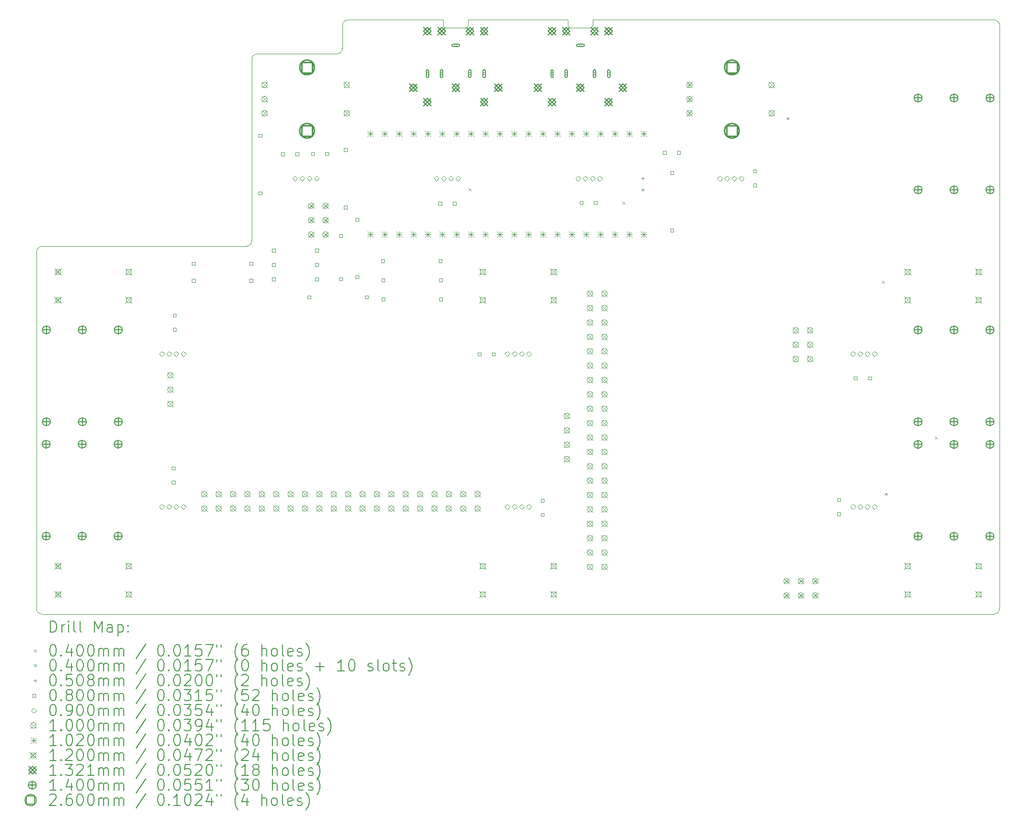
<source format=gbr>
%TF.GenerationSoftware,KiCad,Pcbnew,7.0.1.1-36-gbcf78dbe24-dirty-deb11*%
%TF.CreationDate,2023-03-26T13:49:40+00:00*%
%TF.ProjectId,pedalboard-hw,70656461-6c62-46f6-9172-642d68772e6b,0.0.1*%
%TF.SameCoordinates,Original*%
%TF.FileFunction,Drillmap*%
%TF.FilePolarity,Positive*%
%FSLAX45Y45*%
G04 Gerber Fmt 4.5, Leading zero omitted, Abs format (unit mm)*
G04 Created by KiCad (PCBNEW 7.0.1.1-36-gbcf78dbe24-dirty-deb11) date 2023-03-26 13:49:40*
%MOMM*%
%LPD*%
G01*
G04 APERTURE LIST*
%ADD10C,0.100000*%
%ADD11C,0.200000*%
%ADD12C,0.040000*%
%ADD13C,0.050800*%
%ADD14C,0.080000*%
%ADD15C,0.090000*%
%ADD16C,0.102000*%
%ADD17C,0.120000*%
%ADD18C,0.132080*%
%ADD19C,0.140000*%
%ADD20C,0.260000*%
G04 APERTURE END LIST*
D10*
X11820000Y-2000000D02*
X18900000Y-2000000D01*
X2000000Y-12400000D02*
X2000000Y-6100000D01*
X2100000Y-12500000D02*
X18900000Y-12500000D01*
X7400000Y-2100000D02*
X7400000Y-2500000D01*
X7500000Y-2000000D02*
G75*
G03*
X7400000Y-2100000I0J-100000D01*
G01*
X11380000Y-2100000D02*
G75*
G03*
X11420000Y-2140000I40000J0D01*
G01*
X2000000Y-12400000D02*
G75*
G03*
X2100000Y-12500000I100000J0D01*
G01*
X9180000Y-2100000D02*
G75*
G03*
X9220000Y-2140000I40000J0D01*
G01*
X11420000Y-2140000D02*
X11780000Y-2140000D01*
X5800000Y-5900000D02*
X5800000Y-2700000D01*
X2100000Y-6000000D02*
X5700000Y-6000000D01*
X5900000Y-2600000D02*
G75*
G03*
X5800000Y-2700000I0J-100000D01*
G01*
X19000000Y-2100000D02*
X19000000Y-12400000D01*
X11380000Y-2000000D02*
X11380000Y-2100000D01*
X9620000Y-2100000D02*
X9620000Y-2000000D01*
X9620000Y-2000000D02*
X11380000Y-2000000D01*
X19000000Y-2100000D02*
G75*
G03*
X18900000Y-2000000I-100000J0D01*
G01*
X9580000Y-2140000D02*
G75*
G03*
X9620000Y-2100000I0J40000D01*
G01*
X7300000Y-2600000D02*
X5900000Y-2600000D01*
X9180000Y-2000000D02*
X9180000Y-2100000D01*
X2100000Y-6000000D02*
G75*
G03*
X2000000Y-6100000I0J-100000D01*
G01*
X7300000Y-2600000D02*
G75*
G03*
X7400000Y-2500000I0J100000D01*
G01*
X9220000Y-2140000D02*
X9580000Y-2140000D01*
X5700000Y-6000000D02*
G75*
G03*
X5800000Y-5900000I0J100000D01*
G01*
X9180000Y-2000000D02*
X7500000Y-2000000D01*
X18900000Y-12500000D02*
G75*
G03*
X19000000Y-12400000I0J100000D01*
G01*
X11780000Y-2140000D02*
G75*
G03*
X11820000Y-2100000I0J40000D01*
G01*
X11820000Y-2100000D02*
X11820000Y-2000000D01*
D11*
D12*
X9630000Y-4975000D02*
X9670000Y-5015000D01*
X9670000Y-4975000D02*
X9630000Y-5015000D01*
X12345000Y-5212400D02*
X12385000Y-5252400D01*
X12385000Y-5212400D02*
X12345000Y-5252400D01*
X15240000Y-3720000D02*
X15280000Y-3760000D01*
X15280000Y-3720000D02*
X15240000Y-3760000D01*
X16926880Y-6609400D02*
X16966880Y-6649400D01*
X16966880Y-6609400D02*
X16926880Y-6649400D01*
X16977680Y-10358440D02*
X17017680Y-10398440D01*
X17017680Y-10358440D02*
X16977680Y-10398440D01*
X17860000Y-9360000D02*
X17900000Y-9400000D01*
X17900000Y-9360000D02*
X17860000Y-9400000D01*
X8920000Y-2950000D02*
G75*
G03*
X8920000Y-2950000I-20000J0D01*
G01*
D11*
X8880000Y-2900000D02*
X8880000Y-3000000D01*
X8880000Y-3000000D02*
G75*
G03*
X8920000Y-3000000I20000J0D01*
G01*
X8920000Y-3000000D02*
X8920000Y-2900000D01*
X8920000Y-2900000D02*
G75*
G03*
X8880000Y-2900000I-20000J0D01*
G01*
D12*
X9170000Y-2950000D02*
G75*
G03*
X9170000Y-2950000I-20000J0D01*
G01*
D11*
X9130000Y-2900000D02*
X9130000Y-3000000D01*
X9130000Y-3000000D02*
G75*
G03*
X9170000Y-3000000I20000J0D01*
G01*
X9170000Y-3000000D02*
X9170000Y-2900000D01*
X9170000Y-2900000D02*
G75*
G03*
X9130000Y-2900000I-20000J0D01*
G01*
D12*
X9420000Y-2450000D02*
G75*
G03*
X9420000Y-2450000I-20000J0D01*
G01*
D11*
X9450000Y-2430000D02*
X9350000Y-2430000D01*
X9350000Y-2430000D02*
G75*
G03*
X9350000Y-2470000I0J-20000D01*
G01*
X9350000Y-2470000D02*
X9450000Y-2470000D01*
X9450000Y-2470000D02*
G75*
G03*
X9450000Y-2430000I0J20000D01*
G01*
D12*
X9670000Y-2950000D02*
G75*
G03*
X9670000Y-2950000I-20000J0D01*
G01*
D11*
X9670000Y-3000000D02*
X9670000Y-2900000D01*
X9670000Y-2900000D02*
G75*
G03*
X9630000Y-2900000I-20000J0D01*
G01*
X9630000Y-2900000D02*
X9630000Y-3000000D01*
X9630000Y-3000000D02*
G75*
G03*
X9670000Y-3000000I20000J0D01*
G01*
D12*
X9920000Y-2950000D02*
G75*
G03*
X9920000Y-2950000I-20000J0D01*
G01*
D11*
X9920000Y-3000000D02*
X9920000Y-2900000D01*
X9920000Y-2900000D02*
G75*
G03*
X9880000Y-2900000I-20000J0D01*
G01*
X9880000Y-2900000D02*
X9880000Y-3000000D01*
X9880000Y-3000000D02*
G75*
G03*
X9920000Y-3000000I20000J0D01*
G01*
D12*
X11120000Y-2950000D02*
G75*
G03*
X11120000Y-2950000I-20000J0D01*
G01*
D11*
X11080000Y-2900000D02*
X11080000Y-3000000D01*
X11080000Y-3000000D02*
G75*
G03*
X11120000Y-3000000I20000J0D01*
G01*
X11120000Y-3000000D02*
X11120000Y-2900000D01*
X11120000Y-2900000D02*
G75*
G03*
X11080000Y-2900000I-20000J0D01*
G01*
D12*
X11370000Y-2950000D02*
G75*
G03*
X11370000Y-2950000I-20000J0D01*
G01*
D11*
X11330000Y-2900000D02*
X11330000Y-3000000D01*
X11330000Y-3000000D02*
G75*
G03*
X11370000Y-3000000I20000J0D01*
G01*
X11370000Y-3000000D02*
X11370000Y-2900000D01*
X11370000Y-2900000D02*
G75*
G03*
X11330000Y-2900000I-20000J0D01*
G01*
D12*
X11620000Y-2450000D02*
G75*
G03*
X11620000Y-2450000I-20000J0D01*
G01*
D11*
X11650000Y-2430000D02*
X11550000Y-2430000D01*
X11550000Y-2430000D02*
G75*
G03*
X11550000Y-2470000I0J-20000D01*
G01*
X11550000Y-2470000D02*
X11650000Y-2470000D01*
X11650000Y-2470000D02*
G75*
G03*
X11650000Y-2430000I0J20000D01*
G01*
D12*
X11870000Y-2950000D02*
G75*
G03*
X11870000Y-2950000I-20000J0D01*
G01*
D11*
X11870000Y-3000000D02*
X11870000Y-2900000D01*
X11870000Y-2900000D02*
G75*
G03*
X11830000Y-2900000I-20000J0D01*
G01*
X11830000Y-2900000D02*
X11830000Y-3000000D01*
X11830000Y-3000000D02*
G75*
G03*
X11870000Y-3000000I20000J0D01*
G01*
D12*
X12120000Y-2950000D02*
G75*
G03*
X12120000Y-2950000I-20000J0D01*
G01*
D11*
X12120000Y-3000000D02*
X12120000Y-2900000D01*
X12120000Y-2900000D02*
G75*
G03*
X12080000Y-2900000I-20000J0D01*
G01*
X12080000Y-2900000D02*
X12080000Y-3000000D01*
X12080000Y-3000000D02*
G75*
G03*
X12120000Y-3000000I20000J0D01*
G01*
D13*
X12700000Y-4774600D02*
X12700000Y-4825400D01*
X12674600Y-4800000D02*
X12725400Y-4800000D01*
X12700000Y-4974600D02*
X12700000Y-5025400D01*
X12674600Y-5000000D02*
X12725400Y-5000000D01*
D14*
X4443785Y-9948285D02*
X4443785Y-9891716D01*
X4387216Y-9891716D01*
X4387216Y-9948285D01*
X4443785Y-9948285D01*
X4443785Y-10198285D02*
X4443785Y-10141716D01*
X4387216Y-10141716D01*
X4387216Y-10198285D01*
X4443785Y-10198285D01*
X4463785Y-7248284D02*
X4463785Y-7191715D01*
X4407216Y-7191715D01*
X4407216Y-7248284D01*
X4463785Y-7248284D01*
X4463785Y-7498284D02*
X4463785Y-7441715D01*
X4407216Y-7441715D01*
X4407216Y-7498284D01*
X4463785Y-7498284D01*
X4797785Y-6333284D02*
X4797785Y-6276715D01*
X4741216Y-6276715D01*
X4741216Y-6333284D01*
X4797785Y-6333284D01*
X4797785Y-6633284D02*
X4797785Y-6576715D01*
X4741216Y-6576715D01*
X4741216Y-6633284D01*
X4797785Y-6633284D01*
X5813784Y-6333284D02*
X5813784Y-6276715D01*
X5757215Y-6276715D01*
X5757215Y-6333284D01*
X5813784Y-6333284D01*
X5813784Y-6633284D02*
X5813784Y-6576715D01*
X5757215Y-6576715D01*
X5757215Y-6633284D01*
X5813784Y-6633284D01*
X5978284Y-4072784D02*
X5978284Y-4016215D01*
X5921715Y-4016215D01*
X5921715Y-4072784D01*
X5978284Y-4072784D01*
X5978284Y-5088785D02*
X5978284Y-5032216D01*
X5921715Y-5032216D01*
X5921715Y-5088785D01*
X5978284Y-5088785D01*
X6213784Y-6100284D02*
X6213784Y-6043715D01*
X6157215Y-6043715D01*
X6157215Y-6100284D01*
X6213784Y-6100284D01*
X6213784Y-6354284D02*
X6213784Y-6297715D01*
X6157215Y-6297715D01*
X6157215Y-6354284D01*
X6213784Y-6354284D01*
X6213784Y-6608284D02*
X6213784Y-6551715D01*
X6157215Y-6551715D01*
X6157215Y-6608284D01*
X6213784Y-6608284D01*
X6375784Y-4398285D02*
X6375784Y-4341716D01*
X6319215Y-4341716D01*
X6319215Y-4398285D01*
X6375784Y-4398285D01*
X6625784Y-4398285D02*
X6625784Y-4341716D01*
X6569215Y-4341716D01*
X6569215Y-4398285D01*
X6625784Y-4398285D01*
X6840284Y-6926284D02*
X6840284Y-6869715D01*
X6783715Y-6869715D01*
X6783715Y-6926284D01*
X6840284Y-6926284D01*
X6903284Y-4395785D02*
X6903284Y-4339216D01*
X6846715Y-4339216D01*
X6846715Y-4395785D01*
X6903284Y-4395785D01*
X6975784Y-6100284D02*
X6975784Y-6043715D01*
X6919215Y-6043715D01*
X6919215Y-6100284D01*
X6975784Y-6100284D01*
X6975784Y-6354284D02*
X6975784Y-6297715D01*
X6919215Y-6297715D01*
X6919215Y-6354284D01*
X6975784Y-6354284D01*
X6975784Y-6608284D02*
X6975784Y-6551715D01*
X6919215Y-6551715D01*
X6919215Y-6608284D01*
X6975784Y-6608284D01*
X7153284Y-4395785D02*
X7153284Y-4339216D01*
X7096715Y-4339216D01*
X7096715Y-4395785D01*
X7153284Y-4395785D01*
X7398284Y-5843784D02*
X7398284Y-5787215D01*
X7341715Y-5787215D01*
X7341715Y-5843784D01*
X7398284Y-5843784D01*
X7398284Y-6605784D02*
X7398284Y-6549215D01*
X7341715Y-6549215D01*
X7341715Y-6605784D01*
X7398284Y-6605784D01*
X7485784Y-4322785D02*
X7485784Y-4266216D01*
X7429215Y-4266216D01*
X7429215Y-4322785D01*
X7485784Y-4322785D01*
X7485784Y-5338785D02*
X7485784Y-5282216D01*
X7429215Y-5282216D01*
X7429215Y-5338785D01*
X7485784Y-5338785D01*
X7688284Y-5555285D02*
X7688284Y-5498716D01*
X7631715Y-5498716D01*
X7631715Y-5555285D01*
X7688284Y-5555285D01*
X7688284Y-6571284D02*
X7688284Y-6514715D01*
X7631715Y-6514715D01*
X7631715Y-6571284D01*
X7688284Y-6571284D01*
X7856284Y-6926284D02*
X7856284Y-6869715D01*
X7799715Y-6869715D01*
X7799715Y-6926284D01*
X7856284Y-6926284D01*
X8140284Y-6285784D02*
X8140284Y-6229215D01*
X8083715Y-6229215D01*
X8083715Y-6285784D01*
X8140284Y-6285784D01*
X8147284Y-6626284D02*
X8147284Y-6569715D01*
X8090715Y-6569715D01*
X8090715Y-6626284D01*
X8147284Y-6626284D01*
X8147284Y-6962284D02*
X8147284Y-6905715D01*
X8090715Y-6905715D01*
X8090715Y-6962284D01*
X8147284Y-6962284D01*
X9153285Y-5268285D02*
X9153285Y-5211716D01*
X9096716Y-5211716D01*
X9096716Y-5268285D01*
X9153285Y-5268285D01*
X9156285Y-6285784D02*
X9156285Y-6229215D01*
X9099716Y-6229215D01*
X9099716Y-6285784D01*
X9156285Y-6285784D01*
X9163285Y-6626284D02*
X9163285Y-6569715D01*
X9106716Y-6569715D01*
X9106716Y-6626284D01*
X9163285Y-6626284D01*
X9163285Y-6962284D02*
X9163285Y-6905715D01*
X9106716Y-6905715D01*
X9106716Y-6962284D01*
X9163285Y-6962284D01*
X9403285Y-5268285D02*
X9403285Y-5211716D01*
X9346716Y-5211716D01*
X9346716Y-5268285D01*
X9403285Y-5268285D01*
X9845285Y-7933284D02*
X9845285Y-7876715D01*
X9788716Y-7876715D01*
X9788716Y-7933284D01*
X9845285Y-7933284D01*
X10095285Y-7933284D02*
X10095285Y-7876715D01*
X10038716Y-7876715D01*
X10038716Y-7933284D01*
X10095285Y-7933284D01*
X10959285Y-10521285D02*
X10959285Y-10464716D01*
X10902716Y-10464716D01*
X10902716Y-10521285D01*
X10959285Y-10521285D01*
X10959285Y-10771285D02*
X10959285Y-10714716D01*
X10902716Y-10714716D01*
X10902716Y-10771285D01*
X10959285Y-10771285D01*
X11643284Y-5258285D02*
X11643284Y-5201716D01*
X11586715Y-5201716D01*
X11586715Y-5258285D01*
X11643284Y-5258285D01*
X11893284Y-5258285D02*
X11893284Y-5201716D01*
X11836715Y-5201716D01*
X11836715Y-5258285D01*
X11893284Y-5258285D01*
X13112284Y-4375285D02*
X13112284Y-4318716D01*
X13055715Y-4318716D01*
X13055715Y-4375285D01*
X13112284Y-4375285D01*
X13244284Y-4730285D02*
X13244284Y-4673716D01*
X13187715Y-4673716D01*
X13187715Y-4730285D01*
X13244284Y-4730285D01*
X13244284Y-5746284D02*
X13244284Y-5689715D01*
X13187715Y-5689715D01*
X13187715Y-5746284D01*
X13244284Y-5746284D01*
X13362284Y-4375285D02*
X13362284Y-4318716D01*
X13305715Y-4318716D01*
X13305715Y-4375285D01*
X13362284Y-4375285D01*
X14708284Y-4698285D02*
X14708284Y-4641716D01*
X14651715Y-4641716D01*
X14651715Y-4698285D01*
X14708284Y-4698285D01*
X14708284Y-4948285D02*
X14708284Y-4891716D01*
X14651715Y-4891716D01*
X14651715Y-4948285D01*
X14708284Y-4948285D01*
X16190284Y-10508285D02*
X16190284Y-10451716D01*
X16133715Y-10451716D01*
X16133715Y-10508285D01*
X16190284Y-10508285D01*
X16190284Y-10758285D02*
X16190284Y-10701716D01*
X16133715Y-10701716D01*
X16133715Y-10758285D01*
X16190284Y-10758285D01*
X16485284Y-8358284D02*
X16485284Y-8301715D01*
X16428715Y-8301715D01*
X16428715Y-8358284D01*
X16485284Y-8358284D01*
X16735284Y-8358284D02*
X16735284Y-8301715D01*
X16678715Y-8301715D01*
X16678715Y-8358284D01*
X16735284Y-8358284D01*
D15*
X4210000Y-7945000D02*
X4255000Y-7900000D01*
X4210000Y-7855000D01*
X4165000Y-7900000D01*
X4210000Y-7945000D01*
X4210000Y-10645000D02*
X4255000Y-10600000D01*
X4210000Y-10555000D01*
X4165000Y-10600000D01*
X4210000Y-10645000D01*
X4337000Y-7945000D02*
X4382000Y-7900000D01*
X4337000Y-7855000D01*
X4292000Y-7900000D01*
X4337000Y-7945000D01*
X4337000Y-10645000D02*
X4382000Y-10600000D01*
X4337000Y-10555000D01*
X4292000Y-10600000D01*
X4337000Y-10645000D01*
X4464000Y-7945000D02*
X4509000Y-7900000D01*
X4464000Y-7855000D01*
X4419000Y-7900000D01*
X4464000Y-7945000D01*
X4464000Y-10645000D02*
X4509000Y-10600000D01*
X4464000Y-10555000D01*
X4419000Y-10600000D01*
X4464000Y-10645000D01*
X4591000Y-7945000D02*
X4636000Y-7900000D01*
X4591000Y-7855000D01*
X4546000Y-7900000D01*
X4591000Y-7945000D01*
X4591000Y-10645000D02*
X4636000Y-10600000D01*
X4591000Y-10555000D01*
X4546000Y-10600000D01*
X4591000Y-10645000D01*
X6560000Y-4845000D02*
X6605000Y-4800000D01*
X6560000Y-4755000D01*
X6515000Y-4800000D01*
X6560000Y-4845000D01*
X6687000Y-4845000D02*
X6732000Y-4800000D01*
X6687000Y-4755000D01*
X6642000Y-4800000D01*
X6687000Y-4845000D01*
X6814000Y-4845000D02*
X6859000Y-4800000D01*
X6814000Y-4755000D01*
X6769000Y-4800000D01*
X6814000Y-4845000D01*
X6941000Y-4845000D02*
X6986000Y-4800000D01*
X6941000Y-4755000D01*
X6896000Y-4800000D01*
X6941000Y-4845000D01*
X9060000Y-4845000D02*
X9105000Y-4800000D01*
X9060000Y-4755000D01*
X9015000Y-4800000D01*
X9060000Y-4845000D01*
X9187000Y-4845000D02*
X9232000Y-4800000D01*
X9187000Y-4755000D01*
X9142000Y-4800000D01*
X9187000Y-4845000D01*
X9314000Y-4845000D02*
X9359000Y-4800000D01*
X9314000Y-4755000D01*
X9269000Y-4800000D01*
X9314000Y-4845000D01*
X9441000Y-4845000D02*
X9486000Y-4800000D01*
X9441000Y-4755000D01*
X9396000Y-4800000D01*
X9441000Y-4845000D01*
X10310000Y-7945000D02*
X10355000Y-7900000D01*
X10310000Y-7855000D01*
X10265000Y-7900000D01*
X10310000Y-7945000D01*
X10310000Y-10645000D02*
X10355000Y-10600000D01*
X10310000Y-10555000D01*
X10265000Y-10600000D01*
X10310000Y-10645000D01*
X10437000Y-7945000D02*
X10482000Y-7900000D01*
X10437000Y-7855000D01*
X10392000Y-7900000D01*
X10437000Y-7945000D01*
X10437000Y-10645000D02*
X10482000Y-10600000D01*
X10437000Y-10555000D01*
X10392000Y-10600000D01*
X10437000Y-10645000D01*
X10564000Y-7945000D02*
X10609000Y-7900000D01*
X10564000Y-7855000D01*
X10519000Y-7900000D01*
X10564000Y-7945000D01*
X10564000Y-10645000D02*
X10609000Y-10600000D01*
X10564000Y-10555000D01*
X10519000Y-10600000D01*
X10564000Y-10645000D01*
X10691000Y-7945000D02*
X10736000Y-7900000D01*
X10691000Y-7855000D01*
X10646000Y-7900000D01*
X10691000Y-7945000D01*
X10691000Y-10645000D02*
X10736000Y-10600000D01*
X10691000Y-10555000D01*
X10646000Y-10600000D01*
X10691000Y-10645000D01*
X11560000Y-4845000D02*
X11605000Y-4800000D01*
X11560000Y-4755000D01*
X11515000Y-4800000D01*
X11560000Y-4845000D01*
X11687000Y-4845000D02*
X11732000Y-4800000D01*
X11687000Y-4755000D01*
X11642000Y-4800000D01*
X11687000Y-4845000D01*
X11814000Y-4845000D02*
X11859000Y-4800000D01*
X11814000Y-4755000D01*
X11769000Y-4800000D01*
X11814000Y-4845000D01*
X11941000Y-4845000D02*
X11986000Y-4800000D01*
X11941000Y-4755000D01*
X11896000Y-4800000D01*
X11941000Y-4845000D01*
X14060000Y-4845000D02*
X14105000Y-4800000D01*
X14060000Y-4755000D01*
X14015000Y-4800000D01*
X14060000Y-4845000D01*
X14187000Y-4845000D02*
X14232000Y-4800000D01*
X14187000Y-4755000D01*
X14142000Y-4800000D01*
X14187000Y-4845000D01*
X14314000Y-4845000D02*
X14359000Y-4800000D01*
X14314000Y-4755000D01*
X14269000Y-4800000D01*
X14314000Y-4845000D01*
X14441000Y-4845000D02*
X14486000Y-4800000D01*
X14441000Y-4755000D01*
X14396000Y-4800000D01*
X14441000Y-4845000D01*
X16410000Y-7945000D02*
X16455000Y-7900000D01*
X16410000Y-7855000D01*
X16365000Y-7900000D01*
X16410000Y-7945000D01*
X16410000Y-10645000D02*
X16455000Y-10600000D01*
X16410000Y-10555000D01*
X16365000Y-10600000D01*
X16410000Y-10645000D01*
X16537000Y-7945000D02*
X16582000Y-7900000D01*
X16537000Y-7855000D01*
X16492000Y-7900000D01*
X16537000Y-7945000D01*
X16537000Y-10645000D02*
X16582000Y-10600000D01*
X16537000Y-10555000D01*
X16492000Y-10600000D01*
X16537000Y-10645000D01*
X16664000Y-7945000D02*
X16709000Y-7900000D01*
X16664000Y-7855000D01*
X16619000Y-7900000D01*
X16664000Y-7945000D01*
X16664000Y-10645000D02*
X16709000Y-10600000D01*
X16664000Y-10555000D01*
X16619000Y-10600000D01*
X16664000Y-10645000D01*
X16791000Y-7945000D02*
X16836000Y-7900000D01*
X16791000Y-7855000D01*
X16746000Y-7900000D01*
X16791000Y-7945000D01*
X16791000Y-10645000D02*
X16836000Y-10600000D01*
X16791000Y-10555000D01*
X16746000Y-10600000D01*
X16791000Y-10645000D01*
D10*
X4311500Y-8229000D02*
X4411500Y-8329000D01*
X4411500Y-8229000D02*
X4311500Y-8329000D01*
X4411500Y-8279000D02*
G75*
G03*
X4411500Y-8279000I-50000J0D01*
G01*
X4311500Y-8483000D02*
X4411500Y-8583000D01*
X4411500Y-8483000D02*
X4311500Y-8583000D01*
X4411500Y-8533000D02*
G75*
G03*
X4411500Y-8533000I-50000J0D01*
G01*
X4311500Y-8737000D02*
X4411500Y-8837000D01*
X4411500Y-8737000D02*
X4311500Y-8837000D01*
X4411500Y-8787000D02*
G75*
G03*
X4411500Y-8787000I-50000J0D01*
G01*
X4909000Y-10328000D02*
X5009000Y-10428000D01*
X5009000Y-10328000D02*
X4909000Y-10428000D01*
X5009000Y-10378000D02*
G75*
G03*
X5009000Y-10378000I-50000J0D01*
G01*
X4909000Y-10582000D02*
X5009000Y-10682000D01*
X5009000Y-10582000D02*
X4909000Y-10682000D01*
X5009000Y-10632000D02*
G75*
G03*
X5009000Y-10632000I-50000J0D01*
G01*
X5163000Y-10328000D02*
X5263000Y-10428000D01*
X5263000Y-10328000D02*
X5163000Y-10428000D01*
X5263000Y-10378000D02*
G75*
G03*
X5263000Y-10378000I-50000J0D01*
G01*
X5163000Y-10582000D02*
X5263000Y-10682000D01*
X5263000Y-10582000D02*
X5163000Y-10682000D01*
X5263000Y-10632000D02*
G75*
G03*
X5263000Y-10632000I-50000J0D01*
G01*
X5417000Y-10328000D02*
X5517000Y-10428000D01*
X5517000Y-10328000D02*
X5417000Y-10428000D01*
X5517000Y-10378000D02*
G75*
G03*
X5517000Y-10378000I-50000J0D01*
G01*
X5417000Y-10582000D02*
X5517000Y-10682000D01*
X5517000Y-10582000D02*
X5417000Y-10682000D01*
X5517000Y-10632000D02*
G75*
G03*
X5517000Y-10632000I-50000J0D01*
G01*
X5671000Y-10328000D02*
X5771000Y-10428000D01*
X5771000Y-10328000D02*
X5671000Y-10428000D01*
X5771000Y-10378000D02*
G75*
G03*
X5771000Y-10378000I-50000J0D01*
G01*
X5671000Y-10582000D02*
X5771000Y-10682000D01*
X5771000Y-10582000D02*
X5671000Y-10682000D01*
X5771000Y-10632000D02*
G75*
G03*
X5771000Y-10632000I-50000J0D01*
G01*
X5925000Y-10328000D02*
X6025000Y-10428000D01*
X6025000Y-10328000D02*
X5925000Y-10428000D01*
X6025000Y-10378000D02*
G75*
G03*
X6025000Y-10378000I-50000J0D01*
G01*
X5925000Y-10582000D02*
X6025000Y-10682000D01*
X6025000Y-10582000D02*
X5925000Y-10682000D01*
X6025000Y-10632000D02*
G75*
G03*
X6025000Y-10632000I-50000J0D01*
G01*
X5975000Y-3100000D02*
X6075000Y-3200000D01*
X6075000Y-3100000D02*
X5975000Y-3200000D01*
X6075000Y-3150000D02*
G75*
G03*
X6075000Y-3150000I-50000J0D01*
G01*
X5975000Y-3350000D02*
X6075000Y-3450000D01*
X6075000Y-3350000D02*
X5975000Y-3450000D01*
X6075000Y-3400000D02*
G75*
G03*
X6075000Y-3400000I-50000J0D01*
G01*
X5975000Y-3600000D02*
X6075000Y-3700000D01*
X6075000Y-3600000D02*
X5975000Y-3700000D01*
X6075000Y-3650000D02*
G75*
G03*
X6075000Y-3650000I-50000J0D01*
G01*
X6179000Y-10328000D02*
X6279000Y-10428000D01*
X6279000Y-10328000D02*
X6179000Y-10428000D01*
X6279000Y-10378000D02*
G75*
G03*
X6279000Y-10378000I-50000J0D01*
G01*
X6179000Y-10582000D02*
X6279000Y-10682000D01*
X6279000Y-10582000D02*
X6179000Y-10682000D01*
X6279000Y-10632000D02*
G75*
G03*
X6279000Y-10632000I-50000J0D01*
G01*
X6433000Y-10328000D02*
X6533000Y-10428000D01*
X6533000Y-10328000D02*
X6433000Y-10428000D01*
X6533000Y-10378000D02*
G75*
G03*
X6533000Y-10378000I-50000J0D01*
G01*
X6433000Y-10582000D02*
X6533000Y-10682000D01*
X6533000Y-10582000D02*
X6433000Y-10682000D01*
X6533000Y-10632000D02*
G75*
G03*
X6533000Y-10632000I-50000J0D01*
G01*
X6687000Y-10328000D02*
X6787000Y-10428000D01*
X6787000Y-10328000D02*
X6687000Y-10428000D01*
X6787000Y-10378000D02*
G75*
G03*
X6787000Y-10378000I-50000J0D01*
G01*
X6687000Y-10582000D02*
X6787000Y-10682000D01*
X6787000Y-10582000D02*
X6687000Y-10682000D01*
X6787000Y-10632000D02*
G75*
G03*
X6787000Y-10632000I-50000J0D01*
G01*
X6796000Y-5235000D02*
X6896000Y-5335000D01*
X6896000Y-5235000D02*
X6796000Y-5335000D01*
X6896000Y-5285000D02*
G75*
G03*
X6896000Y-5285000I-50000J0D01*
G01*
X6796000Y-5489000D02*
X6896000Y-5589000D01*
X6896000Y-5489000D02*
X6796000Y-5589000D01*
X6896000Y-5539000D02*
G75*
G03*
X6896000Y-5539000I-50000J0D01*
G01*
X6796000Y-5743000D02*
X6896000Y-5843000D01*
X6896000Y-5743000D02*
X6796000Y-5843000D01*
X6896000Y-5793000D02*
G75*
G03*
X6896000Y-5793000I-50000J0D01*
G01*
X6941000Y-10328000D02*
X7041000Y-10428000D01*
X7041000Y-10328000D02*
X6941000Y-10428000D01*
X7041000Y-10378000D02*
G75*
G03*
X7041000Y-10378000I-50000J0D01*
G01*
X6941000Y-10582000D02*
X7041000Y-10682000D01*
X7041000Y-10582000D02*
X6941000Y-10682000D01*
X7041000Y-10632000D02*
G75*
G03*
X7041000Y-10632000I-50000J0D01*
G01*
X7050000Y-5235000D02*
X7150000Y-5335000D01*
X7150000Y-5235000D02*
X7050000Y-5335000D01*
X7150000Y-5285000D02*
G75*
G03*
X7150000Y-5285000I-50000J0D01*
G01*
X7050000Y-5489000D02*
X7150000Y-5589000D01*
X7150000Y-5489000D02*
X7050000Y-5589000D01*
X7150000Y-5539000D02*
G75*
G03*
X7150000Y-5539000I-50000J0D01*
G01*
X7050000Y-5743000D02*
X7150000Y-5843000D01*
X7150000Y-5743000D02*
X7050000Y-5843000D01*
X7150000Y-5793000D02*
G75*
G03*
X7150000Y-5793000I-50000J0D01*
G01*
X7195000Y-10328000D02*
X7295000Y-10428000D01*
X7295000Y-10328000D02*
X7195000Y-10428000D01*
X7295000Y-10378000D02*
G75*
G03*
X7295000Y-10378000I-50000J0D01*
G01*
X7195000Y-10582000D02*
X7295000Y-10682000D01*
X7295000Y-10582000D02*
X7195000Y-10682000D01*
X7295000Y-10632000D02*
G75*
G03*
X7295000Y-10632000I-50000J0D01*
G01*
X7425000Y-3100000D02*
X7525000Y-3200000D01*
X7525000Y-3100000D02*
X7425000Y-3200000D01*
X7525000Y-3150000D02*
G75*
G03*
X7525000Y-3150000I-50000J0D01*
G01*
X7425000Y-3600000D02*
X7525000Y-3700000D01*
X7525000Y-3600000D02*
X7425000Y-3700000D01*
X7525000Y-3650000D02*
G75*
G03*
X7525000Y-3650000I-50000J0D01*
G01*
X7449000Y-10328000D02*
X7549000Y-10428000D01*
X7549000Y-10328000D02*
X7449000Y-10428000D01*
X7549000Y-10378000D02*
G75*
G03*
X7549000Y-10378000I-50000J0D01*
G01*
X7449000Y-10582000D02*
X7549000Y-10682000D01*
X7549000Y-10582000D02*
X7449000Y-10682000D01*
X7549000Y-10632000D02*
G75*
G03*
X7549000Y-10632000I-50000J0D01*
G01*
X7703000Y-10328000D02*
X7803000Y-10428000D01*
X7803000Y-10328000D02*
X7703000Y-10428000D01*
X7803000Y-10378000D02*
G75*
G03*
X7803000Y-10378000I-50000J0D01*
G01*
X7703000Y-10582000D02*
X7803000Y-10682000D01*
X7803000Y-10582000D02*
X7703000Y-10682000D01*
X7803000Y-10632000D02*
G75*
G03*
X7803000Y-10632000I-50000J0D01*
G01*
X7957000Y-10328000D02*
X8057000Y-10428000D01*
X8057000Y-10328000D02*
X7957000Y-10428000D01*
X8057000Y-10378000D02*
G75*
G03*
X8057000Y-10378000I-50000J0D01*
G01*
X7957000Y-10582000D02*
X8057000Y-10682000D01*
X8057000Y-10582000D02*
X7957000Y-10682000D01*
X8057000Y-10632000D02*
G75*
G03*
X8057000Y-10632000I-50000J0D01*
G01*
X8211000Y-10328000D02*
X8311000Y-10428000D01*
X8311000Y-10328000D02*
X8211000Y-10428000D01*
X8311000Y-10378000D02*
G75*
G03*
X8311000Y-10378000I-50000J0D01*
G01*
X8211000Y-10582000D02*
X8311000Y-10682000D01*
X8311000Y-10582000D02*
X8211000Y-10682000D01*
X8311000Y-10632000D02*
G75*
G03*
X8311000Y-10632000I-50000J0D01*
G01*
X8465000Y-10328000D02*
X8565000Y-10428000D01*
X8565000Y-10328000D02*
X8465000Y-10428000D01*
X8565000Y-10378000D02*
G75*
G03*
X8565000Y-10378000I-50000J0D01*
G01*
X8465000Y-10582000D02*
X8565000Y-10682000D01*
X8565000Y-10582000D02*
X8465000Y-10682000D01*
X8565000Y-10632000D02*
G75*
G03*
X8565000Y-10632000I-50000J0D01*
G01*
X8719000Y-10328000D02*
X8819000Y-10428000D01*
X8819000Y-10328000D02*
X8719000Y-10428000D01*
X8819000Y-10378000D02*
G75*
G03*
X8819000Y-10378000I-50000J0D01*
G01*
X8719000Y-10582000D02*
X8819000Y-10682000D01*
X8819000Y-10582000D02*
X8719000Y-10682000D01*
X8819000Y-10632000D02*
G75*
G03*
X8819000Y-10632000I-50000J0D01*
G01*
X8973000Y-10328000D02*
X9073000Y-10428000D01*
X9073000Y-10328000D02*
X8973000Y-10428000D01*
X9073000Y-10378000D02*
G75*
G03*
X9073000Y-10378000I-50000J0D01*
G01*
X8973000Y-10582000D02*
X9073000Y-10682000D01*
X9073000Y-10582000D02*
X8973000Y-10682000D01*
X9073000Y-10632000D02*
G75*
G03*
X9073000Y-10632000I-50000J0D01*
G01*
X9227000Y-10328000D02*
X9327000Y-10428000D01*
X9327000Y-10328000D02*
X9227000Y-10428000D01*
X9327000Y-10378000D02*
G75*
G03*
X9327000Y-10378000I-50000J0D01*
G01*
X9227000Y-10582000D02*
X9327000Y-10682000D01*
X9327000Y-10582000D02*
X9227000Y-10682000D01*
X9327000Y-10632000D02*
G75*
G03*
X9327000Y-10632000I-50000J0D01*
G01*
X9481000Y-10328000D02*
X9581000Y-10428000D01*
X9581000Y-10328000D02*
X9481000Y-10428000D01*
X9581000Y-10378000D02*
G75*
G03*
X9581000Y-10378000I-50000J0D01*
G01*
X9481000Y-10582000D02*
X9581000Y-10682000D01*
X9581000Y-10582000D02*
X9481000Y-10682000D01*
X9581000Y-10632000D02*
G75*
G03*
X9581000Y-10632000I-50000J0D01*
G01*
X9735000Y-10328000D02*
X9835000Y-10428000D01*
X9835000Y-10328000D02*
X9735000Y-10428000D01*
X9835000Y-10378000D02*
G75*
G03*
X9835000Y-10378000I-50000J0D01*
G01*
X9735000Y-10582000D02*
X9835000Y-10682000D01*
X9835000Y-10582000D02*
X9735000Y-10682000D01*
X9835000Y-10632000D02*
G75*
G03*
X9835000Y-10632000I-50000J0D01*
G01*
X11312500Y-8948500D02*
X11412500Y-9048500D01*
X11412500Y-8948500D02*
X11312500Y-9048500D01*
X11412500Y-8998500D02*
G75*
G03*
X11412500Y-8998500I-50000J0D01*
G01*
X11312500Y-9202500D02*
X11412500Y-9302500D01*
X11412500Y-9202500D02*
X11312500Y-9302500D01*
X11412500Y-9252500D02*
G75*
G03*
X11412500Y-9252500I-50000J0D01*
G01*
X11312500Y-9456500D02*
X11412500Y-9556500D01*
X11412500Y-9456500D02*
X11312500Y-9556500D01*
X11412500Y-9506500D02*
G75*
G03*
X11412500Y-9506500I-50000J0D01*
G01*
X11312500Y-9710500D02*
X11412500Y-9810500D01*
X11412500Y-9710500D02*
X11312500Y-9810500D01*
X11412500Y-9760500D02*
G75*
G03*
X11412500Y-9760500I-50000J0D01*
G01*
X11721000Y-6787560D02*
X11821000Y-6887560D01*
X11821000Y-6787560D02*
X11721000Y-6887560D01*
X11821000Y-6837560D02*
G75*
G03*
X11821000Y-6837560I-50000J0D01*
G01*
X11721000Y-7041560D02*
X11821000Y-7141560D01*
X11821000Y-7041560D02*
X11721000Y-7141560D01*
X11821000Y-7091560D02*
G75*
G03*
X11821000Y-7091560I-50000J0D01*
G01*
X11721000Y-7295560D02*
X11821000Y-7395560D01*
X11821000Y-7295560D02*
X11721000Y-7395560D01*
X11821000Y-7345560D02*
G75*
G03*
X11821000Y-7345560I-50000J0D01*
G01*
X11721000Y-7549560D02*
X11821000Y-7649560D01*
X11821000Y-7549560D02*
X11721000Y-7649560D01*
X11821000Y-7599560D02*
G75*
G03*
X11821000Y-7599560I-50000J0D01*
G01*
X11721000Y-7803560D02*
X11821000Y-7903560D01*
X11821000Y-7803560D02*
X11721000Y-7903560D01*
X11821000Y-7853560D02*
G75*
G03*
X11821000Y-7853560I-50000J0D01*
G01*
X11721000Y-8057560D02*
X11821000Y-8157560D01*
X11821000Y-8057560D02*
X11721000Y-8157560D01*
X11821000Y-8107560D02*
G75*
G03*
X11821000Y-8107560I-50000J0D01*
G01*
X11721000Y-8311560D02*
X11821000Y-8411560D01*
X11821000Y-8311560D02*
X11721000Y-8411560D01*
X11821000Y-8361560D02*
G75*
G03*
X11821000Y-8361560I-50000J0D01*
G01*
X11721000Y-8565560D02*
X11821000Y-8665560D01*
X11821000Y-8565560D02*
X11721000Y-8665560D01*
X11821000Y-8615560D02*
G75*
G03*
X11821000Y-8615560I-50000J0D01*
G01*
X11721000Y-8819560D02*
X11821000Y-8919560D01*
X11821000Y-8819560D02*
X11721000Y-8919560D01*
X11821000Y-8869560D02*
G75*
G03*
X11821000Y-8869560I-50000J0D01*
G01*
X11721000Y-9073560D02*
X11821000Y-9173560D01*
X11821000Y-9073560D02*
X11721000Y-9173560D01*
X11821000Y-9123560D02*
G75*
G03*
X11821000Y-9123560I-50000J0D01*
G01*
X11721000Y-9327560D02*
X11821000Y-9427560D01*
X11821000Y-9327560D02*
X11721000Y-9427560D01*
X11821000Y-9377560D02*
G75*
G03*
X11821000Y-9377560I-50000J0D01*
G01*
X11721000Y-9581560D02*
X11821000Y-9681560D01*
X11821000Y-9581560D02*
X11721000Y-9681560D01*
X11821000Y-9631560D02*
G75*
G03*
X11821000Y-9631560I-50000J0D01*
G01*
X11721000Y-9835560D02*
X11821000Y-9935560D01*
X11821000Y-9835560D02*
X11721000Y-9935560D01*
X11821000Y-9885560D02*
G75*
G03*
X11821000Y-9885560I-50000J0D01*
G01*
X11721000Y-10089560D02*
X11821000Y-10189560D01*
X11821000Y-10089560D02*
X11721000Y-10189560D01*
X11821000Y-10139560D02*
G75*
G03*
X11821000Y-10139560I-50000J0D01*
G01*
X11721000Y-10343560D02*
X11821000Y-10443560D01*
X11821000Y-10343560D02*
X11721000Y-10443560D01*
X11821000Y-10393560D02*
G75*
G03*
X11821000Y-10393560I-50000J0D01*
G01*
X11721000Y-10597560D02*
X11821000Y-10697560D01*
X11821000Y-10597560D02*
X11721000Y-10697560D01*
X11821000Y-10647560D02*
G75*
G03*
X11821000Y-10647560I-50000J0D01*
G01*
X11721000Y-10851560D02*
X11821000Y-10951560D01*
X11821000Y-10851560D02*
X11721000Y-10951560D01*
X11821000Y-10901560D02*
G75*
G03*
X11821000Y-10901560I-50000J0D01*
G01*
X11721000Y-11105560D02*
X11821000Y-11205560D01*
X11821000Y-11105560D02*
X11721000Y-11205560D01*
X11821000Y-11155560D02*
G75*
G03*
X11821000Y-11155560I-50000J0D01*
G01*
X11721000Y-11359560D02*
X11821000Y-11459560D01*
X11821000Y-11359560D02*
X11721000Y-11459560D01*
X11821000Y-11409560D02*
G75*
G03*
X11821000Y-11409560I-50000J0D01*
G01*
X11721000Y-11613560D02*
X11821000Y-11713560D01*
X11821000Y-11613560D02*
X11721000Y-11713560D01*
X11821000Y-11663560D02*
G75*
G03*
X11821000Y-11663560I-50000J0D01*
G01*
X11975000Y-6787560D02*
X12075000Y-6887560D01*
X12075000Y-6787560D02*
X11975000Y-6887560D01*
X12075000Y-6837560D02*
G75*
G03*
X12075000Y-6837560I-50000J0D01*
G01*
X11975000Y-7041560D02*
X12075000Y-7141560D01*
X12075000Y-7041560D02*
X11975000Y-7141560D01*
X12075000Y-7091560D02*
G75*
G03*
X12075000Y-7091560I-50000J0D01*
G01*
X11975000Y-7295560D02*
X12075000Y-7395560D01*
X12075000Y-7295560D02*
X11975000Y-7395560D01*
X12075000Y-7345560D02*
G75*
G03*
X12075000Y-7345560I-50000J0D01*
G01*
X11975000Y-7549560D02*
X12075000Y-7649560D01*
X12075000Y-7549560D02*
X11975000Y-7649560D01*
X12075000Y-7599560D02*
G75*
G03*
X12075000Y-7599560I-50000J0D01*
G01*
X11975000Y-7803560D02*
X12075000Y-7903560D01*
X12075000Y-7803560D02*
X11975000Y-7903560D01*
X12075000Y-7853560D02*
G75*
G03*
X12075000Y-7853560I-50000J0D01*
G01*
X11975000Y-8057560D02*
X12075000Y-8157560D01*
X12075000Y-8057560D02*
X11975000Y-8157560D01*
X12075000Y-8107560D02*
G75*
G03*
X12075000Y-8107560I-50000J0D01*
G01*
X11975000Y-8311560D02*
X12075000Y-8411560D01*
X12075000Y-8311560D02*
X11975000Y-8411560D01*
X12075000Y-8361560D02*
G75*
G03*
X12075000Y-8361560I-50000J0D01*
G01*
X11975000Y-8565560D02*
X12075000Y-8665560D01*
X12075000Y-8565560D02*
X11975000Y-8665560D01*
X12075000Y-8615560D02*
G75*
G03*
X12075000Y-8615560I-50000J0D01*
G01*
X11975000Y-8819560D02*
X12075000Y-8919560D01*
X12075000Y-8819560D02*
X11975000Y-8919560D01*
X12075000Y-8869560D02*
G75*
G03*
X12075000Y-8869560I-50000J0D01*
G01*
X11975000Y-9073560D02*
X12075000Y-9173560D01*
X12075000Y-9073560D02*
X11975000Y-9173560D01*
X12075000Y-9123560D02*
G75*
G03*
X12075000Y-9123560I-50000J0D01*
G01*
X11975000Y-9327560D02*
X12075000Y-9427560D01*
X12075000Y-9327560D02*
X11975000Y-9427560D01*
X12075000Y-9377560D02*
G75*
G03*
X12075000Y-9377560I-50000J0D01*
G01*
X11975000Y-9581560D02*
X12075000Y-9681560D01*
X12075000Y-9581560D02*
X11975000Y-9681560D01*
X12075000Y-9631560D02*
G75*
G03*
X12075000Y-9631560I-50000J0D01*
G01*
X11975000Y-9835560D02*
X12075000Y-9935560D01*
X12075000Y-9835560D02*
X11975000Y-9935560D01*
X12075000Y-9885560D02*
G75*
G03*
X12075000Y-9885560I-50000J0D01*
G01*
X11975000Y-10089560D02*
X12075000Y-10189560D01*
X12075000Y-10089560D02*
X11975000Y-10189560D01*
X12075000Y-10139560D02*
G75*
G03*
X12075000Y-10139560I-50000J0D01*
G01*
X11975000Y-10343560D02*
X12075000Y-10443560D01*
X12075000Y-10343560D02*
X11975000Y-10443560D01*
X12075000Y-10393560D02*
G75*
G03*
X12075000Y-10393560I-50000J0D01*
G01*
X11975000Y-10597560D02*
X12075000Y-10697560D01*
X12075000Y-10597560D02*
X11975000Y-10697560D01*
X12075000Y-10647560D02*
G75*
G03*
X12075000Y-10647560I-50000J0D01*
G01*
X11975000Y-10851560D02*
X12075000Y-10951560D01*
X12075000Y-10851560D02*
X11975000Y-10951560D01*
X12075000Y-10901560D02*
G75*
G03*
X12075000Y-10901560I-50000J0D01*
G01*
X11975000Y-11105560D02*
X12075000Y-11205560D01*
X12075000Y-11105560D02*
X11975000Y-11205560D01*
X12075000Y-11155560D02*
G75*
G03*
X12075000Y-11155560I-50000J0D01*
G01*
X11975000Y-11359560D02*
X12075000Y-11459560D01*
X12075000Y-11359560D02*
X11975000Y-11459560D01*
X12075000Y-11409560D02*
G75*
G03*
X12075000Y-11409560I-50000J0D01*
G01*
X11975000Y-11613560D02*
X12075000Y-11713560D01*
X12075000Y-11613560D02*
X11975000Y-11713560D01*
X12075000Y-11663560D02*
G75*
G03*
X12075000Y-11663560I-50000J0D01*
G01*
X13475000Y-3100000D02*
X13575000Y-3200000D01*
X13575000Y-3100000D02*
X13475000Y-3200000D01*
X13575000Y-3150000D02*
G75*
G03*
X13575000Y-3150000I-50000J0D01*
G01*
X13475000Y-3350000D02*
X13575000Y-3450000D01*
X13575000Y-3350000D02*
X13475000Y-3450000D01*
X13575000Y-3400000D02*
G75*
G03*
X13575000Y-3400000I-50000J0D01*
G01*
X13475000Y-3600000D02*
X13575000Y-3700000D01*
X13575000Y-3600000D02*
X13475000Y-3700000D01*
X13575000Y-3650000D02*
G75*
G03*
X13575000Y-3650000I-50000J0D01*
G01*
X14925000Y-3100000D02*
X15025000Y-3200000D01*
X15025000Y-3100000D02*
X14925000Y-3200000D01*
X15025000Y-3150000D02*
G75*
G03*
X15025000Y-3150000I-50000J0D01*
G01*
X14925000Y-3600000D02*
X15025000Y-3700000D01*
X15025000Y-3600000D02*
X14925000Y-3700000D01*
X15025000Y-3650000D02*
G75*
G03*
X15025000Y-3650000I-50000J0D01*
G01*
X15188000Y-11865060D02*
X15288000Y-11965060D01*
X15288000Y-11865060D02*
X15188000Y-11965060D01*
X15288000Y-11915060D02*
G75*
G03*
X15288000Y-11915060I-50000J0D01*
G01*
X15188000Y-12119060D02*
X15288000Y-12219060D01*
X15288000Y-12119060D02*
X15188000Y-12219060D01*
X15288000Y-12169060D02*
G75*
G03*
X15288000Y-12169060I-50000J0D01*
G01*
X15351500Y-7434560D02*
X15451500Y-7534560D01*
X15451500Y-7434560D02*
X15351500Y-7534560D01*
X15451500Y-7484560D02*
G75*
G03*
X15451500Y-7484560I-50000J0D01*
G01*
X15351500Y-7688560D02*
X15451500Y-7788560D01*
X15451500Y-7688560D02*
X15351500Y-7788560D01*
X15451500Y-7738560D02*
G75*
G03*
X15451500Y-7738560I-50000J0D01*
G01*
X15351500Y-7942560D02*
X15451500Y-8042560D01*
X15451500Y-7942560D02*
X15351500Y-8042560D01*
X15451500Y-7992560D02*
G75*
G03*
X15451500Y-7992560I-50000J0D01*
G01*
X15442000Y-11865060D02*
X15542000Y-11965060D01*
X15542000Y-11865060D02*
X15442000Y-11965060D01*
X15542000Y-11915060D02*
G75*
G03*
X15542000Y-11915060I-50000J0D01*
G01*
X15442000Y-12119060D02*
X15542000Y-12219060D01*
X15542000Y-12119060D02*
X15442000Y-12219060D01*
X15542000Y-12169060D02*
G75*
G03*
X15542000Y-12169060I-50000J0D01*
G01*
X15605500Y-7434560D02*
X15705500Y-7534560D01*
X15705500Y-7434560D02*
X15605500Y-7534560D01*
X15705500Y-7484560D02*
G75*
G03*
X15705500Y-7484560I-50000J0D01*
G01*
X15605500Y-7688560D02*
X15705500Y-7788560D01*
X15705500Y-7688560D02*
X15605500Y-7788560D01*
X15705500Y-7738560D02*
G75*
G03*
X15705500Y-7738560I-50000J0D01*
G01*
X15605500Y-7942560D02*
X15705500Y-8042560D01*
X15705500Y-7942560D02*
X15605500Y-8042560D01*
X15705500Y-7992560D02*
G75*
G03*
X15705500Y-7992560I-50000J0D01*
G01*
X15696000Y-11865060D02*
X15796000Y-11965060D01*
X15796000Y-11865060D02*
X15696000Y-11965060D01*
X15796000Y-11915060D02*
G75*
G03*
X15796000Y-11915060I-50000J0D01*
G01*
X15696000Y-12119060D02*
X15796000Y-12219060D01*
X15796000Y-12119060D02*
X15696000Y-12219060D01*
X15796000Y-12169060D02*
G75*
G03*
X15796000Y-12169060I-50000J0D01*
G01*
D16*
X7836000Y-3960000D02*
X7938000Y-4062000D01*
X7938000Y-3960000D02*
X7836000Y-4062000D01*
X7887000Y-3960000D02*
X7887000Y-4062000D01*
X7836000Y-4011000D02*
X7938000Y-4011000D01*
X7836000Y-5738000D02*
X7938000Y-5840000D01*
X7938000Y-5738000D02*
X7836000Y-5840000D01*
X7887000Y-5738000D02*
X7887000Y-5840000D01*
X7836000Y-5789000D02*
X7938000Y-5789000D01*
X8090000Y-3960000D02*
X8192000Y-4062000D01*
X8192000Y-3960000D02*
X8090000Y-4062000D01*
X8141000Y-3960000D02*
X8141000Y-4062000D01*
X8090000Y-4011000D02*
X8192000Y-4011000D01*
X8090000Y-5738000D02*
X8192000Y-5840000D01*
X8192000Y-5738000D02*
X8090000Y-5840000D01*
X8141000Y-5738000D02*
X8141000Y-5840000D01*
X8090000Y-5789000D02*
X8192000Y-5789000D01*
X8344000Y-3960000D02*
X8446000Y-4062000D01*
X8446000Y-3960000D02*
X8344000Y-4062000D01*
X8395000Y-3960000D02*
X8395000Y-4062000D01*
X8344000Y-4011000D02*
X8446000Y-4011000D01*
X8344000Y-5738000D02*
X8446000Y-5840000D01*
X8446000Y-5738000D02*
X8344000Y-5840000D01*
X8395000Y-5738000D02*
X8395000Y-5840000D01*
X8344000Y-5789000D02*
X8446000Y-5789000D01*
X8598000Y-3960000D02*
X8700000Y-4062000D01*
X8700000Y-3960000D02*
X8598000Y-4062000D01*
X8649000Y-3960000D02*
X8649000Y-4062000D01*
X8598000Y-4011000D02*
X8700000Y-4011000D01*
X8598000Y-5738000D02*
X8700000Y-5840000D01*
X8700000Y-5738000D02*
X8598000Y-5840000D01*
X8649000Y-5738000D02*
X8649000Y-5840000D01*
X8598000Y-5789000D02*
X8700000Y-5789000D01*
X8852000Y-3960000D02*
X8954000Y-4062000D01*
X8954000Y-3960000D02*
X8852000Y-4062000D01*
X8903000Y-3960000D02*
X8903000Y-4062000D01*
X8852000Y-4011000D02*
X8954000Y-4011000D01*
X8852000Y-5738000D02*
X8954000Y-5840000D01*
X8954000Y-5738000D02*
X8852000Y-5840000D01*
X8903000Y-5738000D02*
X8903000Y-5840000D01*
X8852000Y-5789000D02*
X8954000Y-5789000D01*
X9106000Y-3960000D02*
X9208000Y-4062000D01*
X9208000Y-3960000D02*
X9106000Y-4062000D01*
X9157000Y-3960000D02*
X9157000Y-4062000D01*
X9106000Y-4011000D02*
X9208000Y-4011000D01*
X9106000Y-5738000D02*
X9208000Y-5840000D01*
X9208000Y-5738000D02*
X9106000Y-5840000D01*
X9157000Y-5738000D02*
X9157000Y-5840000D01*
X9106000Y-5789000D02*
X9208000Y-5789000D01*
X9360000Y-3960000D02*
X9462000Y-4062000D01*
X9462000Y-3960000D02*
X9360000Y-4062000D01*
X9411000Y-3960000D02*
X9411000Y-4062000D01*
X9360000Y-4011000D02*
X9462000Y-4011000D01*
X9360000Y-5738000D02*
X9462000Y-5840000D01*
X9462000Y-5738000D02*
X9360000Y-5840000D01*
X9411000Y-5738000D02*
X9411000Y-5840000D01*
X9360000Y-5789000D02*
X9462000Y-5789000D01*
X9614000Y-3960000D02*
X9716000Y-4062000D01*
X9716000Y-3960000D02*
X9614000Y-4062000D01*
X9665000Y-3960000D02*
X9665000Y-4062000D01*
X9614000Y-4011000D02*
X9716000Y-4011000D01*
X9614000Y-5738000D02*
X9716000Y-5840000D01*
X9716000Y-5738000D02*
X9614000Y-5840000D01*
X9665000Y-5738000D02*
X9665000Y-5840000D01*
X9614000Y-5789000D02*
X9716000Y-5789000D01*
X9868000Y-3960000D02*
X9970000Y-4062000D01*
X9970000Y-3960000D02*
X9868000Y-4062000D01*
X9919000Y-3960000D02*
X9919000Y-4062000D01*
X9868000Y-4011000D02*
X9970000Y-4011000D01*
X9868000Y-5738000D02*
X9970000Y-5840000D01*
X9970000Y-5738000D02*
X9868000Y-5840000D01*
X9919000Y-5738000D02*
X9919000Y-5840000D01*
X9868000Y-5789000D02*
X9970000Y-5789000D01*
X10122000Y-3960000D02*
X10224000Y-4062000D01*
X10224000Y-3960000D02*
X10122000Y-4062000D01*
X10173000Y-3960000D02*
X10173000Y-4062000D01*
X10122000Y-4011000D02*
X10224000Y-4011000D01*
X10122000Y-5738000D02*
X10224000Y-5840000D01*
X10224000Y-5738000D02*
X10122000Y-5840000D01*
X10173000Y-5738000D02*
X10173000Y-5840000D01*
X10122000Y-5789000D02*
X10224000Y-5789000D01*
X10376000Y-3960000D02*
X10478000Y-4062000D01*
X10478000Y-3960000D02*
X10376000Y-4062000D01*
X10427000Y-3960000D02*
X10427000Y-4062000D01*
X10376000Y-4011000D02*
X10478000Y-4011000D01*
X10376000Y-5738000D02*
X10478000Y-5840000D01*
X10478000Y-5738000D02*
X10376000Y-5840000D01*
X10427000Y-5738000D02*
X10427000Y-5840000D01*
X10376000Y-5789000D02*
X10478000Y-5789000D01*
X10630000Y-3960000D02*
X10732000Y-4062000D01*
X10732000Y-3960000D02*
X10630000Y-4062000D01*
X10681000Y-3960000D02*
X10681000Y-4062000D01*
X10630000Y-4011000D02*
X10732000Y-4011000D01*
X10630000Y-5738000D02*
X10732000Y-5840000D01*
X10732000Y-5738000D02*
X10630000Y-5840000D01*
X10681000Y-5738000D02*
X10681000Y-5840000D01*
X10630000Y-5789000D02*
X10732000Y-5789000D01*
X10884000Y-3960000D02*
X10986000Y-4062000D01*
X10986000Y-3960000D02*
X10884000Y-4062000D01*
X10935000Y-3960000D02*
X10935000Y-4062000D01*
X10884000Y-4011000D02*
X10986000Y-4011000D01*
X10884000Y-5738000D02*
X10986000Y-5840000D01*
X10986000Y-5738000D02*
X10884000Y-5840000D01*
X10935000Y-5738000D02*
X10935000Y-5840000D01*
X10884000Y-5789000D02*
X10986000Y-5789000D01*
X11138000Y-3960000D02*
X11240000Y-4062000D01*
X11240000Y-3960000D02*
X11138000Y-4062000D01*
X11189000Y-3960000D02*
X11189000Y-4062000D01*
X11138000Y-4011000D02*
X11240000Y-4011000D01*
X11138000Y-5738000D02*
X11240000Y-5840000D01*
X11240000Y-5738000D02*
X11138000Y-5840000D01*
X11189000Y-5738000D02*
X11189000Y-5840000D01*
X11138000Y-5789000D02*
X11240000Y-5789000D01*
X11392000Y-3960000D02*
X11494000Y-4062000D01*
X11494000Y-3960000D02*
X11392000Y-4062000D01*
X11443000Y-3960000D02*
X11443000Y-4062000D01*
X11392000Y-4011000D02*
X11494000Y-4011000D01*
X11392000Y-5738000D02*
X11494000Y-5840000D01*
X11494000Y-5738000D02*
X11392000Y-5840000D01*
X11443000Y-5738000D02*
X11443000Y-5840000D01*
X11392000Y-5789000D02*
X11494000Y-5789000D01*
X11646000Y-3960000D02*
X11748000Y-4062000D01*
X11748000Y-3960000D02*
X11646000Y-4062000D01*
X11697000Y-3960000D02*
X11697000Y-4062000D01*
X11646000Y-4011000D02*
X11748000Y-4011000D01*
X11646000Y-5738000D02*
X11748000Y-5840000D01*
X11748000Y-5738000D02*
X11646000Y-5840000D01*
X11697000Y-5738000D02*
X11697000Y-5840000D01*
X11646000Y-5789000D02*
X11748000Y-5789000D01*
X11900000Y-3960000D02*
X12002000Y-4062000D01*
X12002000Y-3960000D02*
X11900000Y-4062000D01*
X11951000Y-3960000D02*
X11951000Y-4062000D01*
X11900000Y-4011000D02*
X12002000Y-4011000D01*
X11900000Y-5738000D02*
X12002000Y-5840000D01*
X12002000Y-5738000D02*
X11900000Y-5840000D01*
X11951000Y-5738000D02*
X11951000Y-5840000D01*
X11900000Y-5789000D02*
X12002000Y-5789000D01*
X12154000Y-3960000D02*
X12256000Y-4062000D01*
X12256000Y-3960000D02*
X12154000Y-4062000D01*
X12205000Y-3960000D02*
X12205000Y-4062000D01*
X12154000Y-4011000D02*
X12256000Y-4011000D01*
X12154000Y-5738000D02*
X12256000Y-5840000D01*
X12256000Y-5738000D02*
X12154000Y-5840000D01*
X12205000Y-5738000D02*
X12205000Y-5840000D01*
X12154000Y-5789000D02*
X12256000Y-5789000D01*
X12408000Y-3960000D02*
X12510000Y-4062000D01*
X12510000Y-3960000D02*
X12408000Y-4062000D01*
X12459000Y-3960000D02*
X12459000Y-4062000D01*
X12408000Y-4011000D02*
X12510000Y-4011000D01*
X12408000Y-5738000D02*
X12510000Y-5840000D01*
X12510000Y-5738000D02*
X12408000Y-5840000D01*
X12459000Y-5738000D02*
X12459000Y-5840000D01*
X12408000Y-5789000D02*
X12510000Y-5789000D01*
X12662000Y-3960000D02*
X12764000Y-4062000D01*
X12764000Y-3960000D02*
X12662000Y-4062000D01*
X12713000Y-3960000D02*
X12713000Y-4062000D01*
X12662000Y-4011000D02*
X12764000Y-4011000D01*
X12662000Y-5738000D02*
X12764000Y-5840000D01*
X12764000Y-5738000D02*
X12662000Y-5840000D01*
X12713000Y-5738000D02*
X12713000Y-5840000D01*
X12662000Y-5789000D02*
X12764000Y-5789000D01*
D17*
X2315000Y-6390000D02*
X2435000Y-6510000D01*
X2435000Y-6390000D02*
X2315000Y-6510000D01*
X2417427Y-6492427D02*
X2417427Y-6407573D01*
X2332573Y-6407573D01*
X2332573Y-6492427D01*
X2417427Y-6492427D01*
X2315000Y-6890000D02*
X2435000Y-7010000D01*
X2435000Y-6890000D02*
X2315000Y-7010000D01*
X2417427Y-6992427D02*
X2417427Y-6907573D01*
X2332573Y-6907573D01*
X2332573Y-6992427D01*
X2417427Y-6992427D01*
X2315000Y-11590000D02*
X2435000Y-11710000D01*
X2435000Y-11590000D02*
X2315000Y-11710000D01*
X2417427Y-11692427D02*
X2417427Y-11607573D01*
X2332573Y-11607573D01*
X2332573Y-11692427D01*
X2417427Y-11692427D01*
X2315000Y-12090000D02*
X2435000Y-12210000D01*
X2435000Y-12090000D02*
X2315000Y-12210000D01*
X2417427Y-12192427D02*
X2417427Y-12107573D01*
X2332573Y-12107573D01*
X2332573Y-12192427D01*
X2417427Y-12192427D01*
X3565000Y-6390000D02*
X3685000Y-6510000D01*
X3685000Y-6390000D02*
X3565000Y-6510000D01*
X3667427Y-6492427D02*
X3667427Y-6407573D01*
X3582573Y-6407573D01*
X3582573Y-6492427D01*
X3667427Y-6492427D01*
X3565000Y-6890000D02*
X3685000Y-7010000D01*
X3685000Y-6890000D02*
X3565000Y-7010000D01*
X3667427Y-6992427D02*
X3667427Y-6907573D01*
X3582573Y-6907573D01*
X3582573Y-6992427D01*
X3667427Y-6992427D01*
X3565000Y-11590000D02*
X3685000Y-11710000D01*
X3685000Y-11590000D02*
X3565000Y-11710000D01*
X3667427Y-11692427D02*
X3667427Y-11607573D01*
X3582573Y-11607573D01*
X3582573Y-11692427D01*
X3667427Y-11692427D01*
X3565000Y-12090000D02*
X3685000Y-12210000D01*
X3685000Y-12090000D02*
X3565000Y-12210000D01*
X3667427Y-12192427D02*
X3667427Y-12107573D01*
X3582573Y-12107573D01*
X3582573Y-12192427D01*
X3667427Y-12192427D01*
X9815000Y-6390000D02*
X9935000Y-6510000D01*
X9935000Y-6390000D02*
X9815000Y-6510000D01*
X9917427Y-6492427D02*
X9917427Y-6407573D01*
X9832573Y-6407573D01*
X9832573Y-6492427D01*
X9917427Y-6492427D01*
X9815000Y-6890000D02*
X9935000Y-7010000D01*
X9935000Y-6890000D02*
X9815000Y-7010000D01*
X9917427Y-6992427D02*
X9917427Y-6907573D01*
X9832573Y-6907573D01*
X9832573Y-6992427D01*
X9917427Y-6992427D01*
X9815000Y-11590000D02*
X9935000Y-11710000D01*
X9935000Y-11590000D02*
X9815000Y-11710000D01*
X9917427Y-11692427D02*
X9917427Y-11607573D01*
X9832573Y-11607573D01*
X9832573Y-11692427D01*
X9917427Y-11692427D01*
X9815000Y-12090000D02*
X9935000Y-12210000D01*
X9935000Y-12090000D02*
X9815000Y-12210000D01*
X9917427Y-12192427D02*
X9917427Y-12107573D01*
X9832573Y-12107573D01*
X9832573Y-12192427D01*
X9917427Y-12192427D01*
X11065000Y-6390000D02*
X11185000Y-6510000D01*
X11185000Y-6390000D02*
X11065000Y-6510000D01*
X11167427Y-6492427D02*
X11167427Y-6407573D01*
X11082573Y-6407573D01*
X11082573Y-6492427D01*
X11167427Y-6492427D01*
X11065000Y-6890000D02*
X11185000Y-7010000D01*
X11185000Y-6890000D02*
X11065000Y-7010000D01*
X11167427Y-6992427D02*
X11167427Y-6907573D01*
X11082573Y-6907573D01*
X11082573Y-6992427D01*
X11167427Y-6992427D01*
X11065000Y-11590000D02*
X11185000Y-11710000D01*
X11185000Y-11590000D02*
X11065000Y-11710000D01*
X11167427Y-11692427D02*
X11167427Y-11607573D01*
X11082573Y-11607573D01*
X11082573Y-11692427D01*
X11167427Y-11692427D01*
X11065000Y-12090000D02*
X11185000Y-12210000D01*
X11185000Y-12090000D02*
X11065000Y-12210000D01*
X11167427Y-12192427D02*
X11167427Y-12107573D01*
X11082573Y-12107573D01*
X11082573Y-12192427D01*
X11167427Y-12192427D01*
X17315000Y-6390000D02*
X17435000Y-6510000D01*
X17435000Y-6390000D02*
X17315000Y-6510000D01*
X17417427Y-6492427D02*
X17417427Y-6407573D01*
X17332573Y-6407573D01*
X17332573Y-6492427D01*
X17417427Y-6492427D01*
X17315000Y-6890000D02*
X17435000Y-7010000D01*
X17435000Y-6890000D02*
X17315000Y-7010000D01*
X17417427Y-6992427D02*
X17417427Y-6907573D01*
X17332573Y-6907573D01*
X17332573Y-6992427D01*
X17417427Y-6992427D01*
X17315000Y-11590000D02*
X17435000Y-11710000D01*
X17435000Y-11590000D02*
X17315000Y-11710000D01*
X17417427Y-11692427D02*
X17417427Y-11607573D01*
X17332573Y-11607573D01*
X17332573Y-11692427D01*
X17417427Y-11692427D01*
X17315000Y-12090000D02*
X17435000Y-12210000D01*
X17435000Y-12090000D02*
X17315000Y-12210000D01*
X17417427Y-12192427D02*
X17417427Y-12107573D01*
X17332573Y-12107573D01*
X17332573Y-12192427D01*
X17417427Y-12192427D01*
X18565000Y-6390000D02*
X18685000Y-6510000D01*
X18685000Y-6390000D02*
X18565000Y-6510000D01*
X18667427Y-6492427D02*
X18667427Y-6407573D01*
X18582573Y-6407573D01*
X18582573Y-6492427D01*
X18667427Y-6492427D01*
X18565000Y-6890000D02*
X18685000Y-7010000D01*
X18685000Y-6890000D02*
X18565000Y-7010000D01*
X18667427Y-6992427D02*
X18667427Y-6907573D01*
X18582573Y-6907573D01*
X18582573Y-6992427D01*
X18667427Y-6992427D01*
X18565000Y-11590000D02*
X18685000Y-11710000D01*
X18685000Y-11590000D02*
X18565000Y-11710000D01*
X18667427Y-11692427D02*
X18667427Y-11607573D01*
X18582573Y-11607573D01*
X18582573Y-11692427D01*
X18667427Y-11692427D01*
X18565000Y-12090000D02*
X18685000Y-12210000D01*
X18685000Y-12090000D02*
X18565000Y-12210000D01*
X18667427Y-12192427D02*
X18667427Y-12107573D01*
X18582573Y-12107573D01*
X18582573Y-12192427D01*
X18667427Y-12192427D01*
D18*
X8584510Y-3133960D02*
X8716590Y-3266040D01*
X8716590Y-3133960D02*
X8584510Y-3266040D01*
X8650550Y-3266040D02*
X8716590Y-3200000D01*
X8650550Y-3133960D01*
X8584510Y-3200000D01*
X8650550Y-3266040D01*
X8834510Y-2133960D02*
X8966590Y-2266040D01*
X8966590Y-2133960D02*
X8834510Y-2266040D01*
X8900550Y-2266040D02*
X8966590Y-2200000D01*
X8900550Y-2133960D01*
X8834510Y-2200000D01*
X8900550Y-2266040D01*
X8834510Y-3383960D02*
X8966590Y-3516040D01*
X8966590Y-3383960D02*
X8834510Y-3516040D01*
X8900550Y-3516040D02*
X8966590Y-3450000D01*
X8900550Y-3383960D01*
X8834510Y-3450000D01*
X8900550Y-3516040D01*
X9084510Y-2133960D02*
X9216590Y-2266040D01*
X9216590Y-2133960D02*
X9084510Y-2266040D01*
X9150550Y-2266040D02*
X9216590Y-2200000D01*
X9150550Y-2133960D01*
X9084510Y-2200000D01*
X9150550Y-2266040D01*
X9334510Y-3133960D02*
X9466590Y-3266040D01*
X9466590Y-3133960D02*
X9334510Y-3266040D01*
X9400550Y-3266040D02*
X9466590Y-3200000D01*
X9400550Y-3133960D01*
X9334510Y-3200000D01*
X9400550Y-3266040D01*
X9584510Y-2133960D02*
X9716590Y-2266040D01*
X9716590Y-2133960D02*
X9584510Y-2266040D01*
X9650550Y-2266040D02*
X9716590Y-2200000D01*
X9650550Y-2133960D01*
X9584510Y-2200000D01*
X9650550Y-2266040D01*
X9834510Y-2133960D02*
X9966590Y-2266040D01*
X9966590Y-2133960D02*
X9834510Y-2266040D01*
X9900550Y-2266040D02*
X9966590Y-2200000D01*
X9900550Y-2133960D01*
X9834510Y-2200000D01*
X9900550Y-2266040D01*
X9834510Y-3383960D02*
X9966590Y-3516040D01*
X9966590Y-3383960D02*
X9834510Y-3516040D01*
X9900550Y-3516040D02*
X9966590Y-3450000D01*
X9900550Y-3383960D01*
X9834510Y-3450000D01*
X9900550Y-3516040D01*
X10084510Y-3133960D02*
X10216590Y-3266040D01*
X10216590Y-3133960D02*
X10084510Y-3266040D01*
X10150550Y-3266040D02*
X10216590Y-3200000D01*
X10150550Y-3133960D01*
X10084510Y-3200000D01*
X10150550Y-3266040D01*
X10783960Y-3133960D02*
X10916040Y-3266040D01*
X10916040Y-3133960D02*
X10783960Y-3266040D01*
X10850000Y-3266040D02*
X10916040Y-3200000D01*
X10850000Y-3133960D01*
X10783960Y-3200000D01*
X10850000Y-3266040D01*
X11033960Y-2133960D02*
X11166040Y-2266040D01*
X11166040Y-2133960D02*
X11033960Y-2266040D01*
X11100000Y-2266040D02*
X11166040Y-2200000D01*
X11100000Y-2133960D01*
X11033960Y-2200000D01*
X11100000Y-2266040D01*
X11033960Y-3383960D02*
X11166040Y-3516040D01*
X11166040Y-3383960D02*
X11033960Y-3516040D01*
X11100000Y-3516040D02*
X11166040Y-3450000D01*
X11100000Y-3383960D01*
X11033960Y-3450000D01*
X11100000Y-3516040D01*
X11283960Y-2133960D02*
X11416040Y-2266040D01*
X11416040Y-2133960D02*
X11283960Y-2266040D01*
X11350000Y-2266040D02*
X11416040Y-2200000D01*
X11350000Y-2133960D01*
X11283960Y-2200000D01*
X11350000Y-2266040D01*
X11533960Y-3133960D02*
X11666040Y-3266040D01*
X11666040Y-3133960D02*
X11533960Y-3266040D01*
X11600000Y-3266040D02*
X11666040Y-3200000D01*
X11600000Y-3133960D01*
X11533960Y-3200000D01*
X11600000Y-3266040D01*
X11783960Y-2133960D02*
X11916040Y-2266040D01*
X11916040Y-2133960D02*
X11783960Y-2266040D01*
X11850000Y-2266040D02*
X11916040Y-2200000D01*
X11850000Y-2133960D01*
X11783960Y-2200000D01*
X11850000Y-2266040D01*
X12033960Y-2133960D02*
X12166040Y-2266040D01*
X12166040Y-2133960D02*
X12033960Y-2266040D01*
X12100000Y-2266040D02*
X12166040Y-2200000D01*
X12100000Y-2133960D01*
X12033960Y-2200000D01*
X12100000Y-2266040D01*
X12033960Y-3383960D02*
X12166040Y-3516040D01*
X12166040Y-3383960D02*
X12033960Y-3516040D01*
X12100000Y-3516040D02*
X12166040Y-3450000D01*
X12100000Y-3383960D01*
X12033960Y-3450000D01*
X12100000Y-3516040D01*
X12283960Y-3133960D02*
X12416040Y-3266040D01*
X12416040Y-3133960D02*
X12283960Y-3266040D01*
X12350000Y-3266040D02*
X12416040Y-3200000D01*
X12350000Y-3133960D01*
X12283960Y-3200000D01*
X12350000Y-3266040D01*
D19*
X2170000Y-9427000D02*
X2170000Y-9567000D01*
X2100000Y-9497000D02*
X2240000Y-9497000D01*
X2240000Y-9497000D02*
G75*
G03*
X2240000Y-9497000I-70000J0D01*
G01*
X2170000Y-11050000D02*
X2170000Y-11190000D01*
X2100000Y-11120000D02*
X2240000Y-11120000D01*
X2240000Y-11120000D02*
G75*
G03*
X2240000Y-11120000I-70000J0D01*
G01*
X2173500Y-7407000D02*
X2173500Y-7547000D01*
X2103500Y-7477000D02*
X2243500Y-7477000D01*
X2243500Y-7477000D02*
G75*
G03*
X2243500Y-7477000I-70000J0D01*
G01*
X2173500Y-9030000D02*
X2173500Y-9170000D01*
X2103500Y-9100000D02*
X2243500Y-9100000D01*
X2243500Y-9100000D02*
G75*
G03*
X2243500Y-9100000I-70000J0D01*
G01*
X2805000Y-9427000D02*
X2805000Y-9567000D01*
X2735000Y-9497000D02*
X2875000Y-9497000D01*
X2875000Y-9497000D02*
G75*
G03*
X2875000Y-9497000I-70000J0D01*
G01*
X2805000Y-11050000D02*
X2805000Y-11190000D01*
X2735000Y-11120000D02*
X2875000Y-11120000D01*
X2875000Y-11120000D02*
G75*
G03*
X2875000Y-11120000I-70000J0D01*
G01*
X2808500Y-7407000D02*
X2808500Y-7547000D01*
X2738500Y-7477000D02*
X2878500Y-7477000D01*
X2878500Y-7477000D02*
G75*
G03*
X2878500Y-7477000I-70000J0D01*
G01*
X2808500Y-9030000D02*
X2808500Y-9170000D01*
X2738500Y-9100000D02*
X2878500Y-9100000D01*
X2878500Y-9100000D02*
G75*
G03*
X2878500Y-9100000I-70000J0D01*
G01*
X3440000Y-9427000D02*
X3440000Y-9567000D01*
X3370000Y-9497000D02*
X3510000Y-9497000D01*
X3510000Y-9497000D02*
G75*
G03*
X3510000Y-9497000I-70000J0D01*
G01*
X3440000Y-11050000D02*
X3440000Y-11190000D01*
X3370000Y-11120000D02*
X3510000Y-11120000D01*
X3510000Y-11120000D02*
G75*
G03*
X3510000Y-11120000I-70000J0D01*
G01*
X3443500Y-7407000D02*
X3443500Y-7547000D01*
X3373500Y-7477000D02*
X3513500Y-7477000D01*
X3513500Y-7477000D02*
G75*
G03*
X3513500Y-7477000I-70000J0D01*
G01*
X3443500Y-9030000D02*
X3443500Y-9170000D01*
X3373500Y-9100000D02*
X3513500Y-9100000D01*
X3513500Y-9100000D02*
G75*
G03*
X3513500Y-9100000I-70000J0D01*
G01*
X17560000Y-7408000D02*
X17560000Y-7548000D01*
X17490000Y-7478000D02*
X17630000Y-7478000D01*
X17630000Y-7478000D02*
G75*
G03*
X17630000Y-7478000I-70000J0D01*
G01*
X17560000Y-9031000D02*
X17560000Y-9171000D01*
X17490000Y-9101000D02*
X17630000Y-9101000D01*
X17630000Y-9101000D02*
G75*
G03*
X17630000Y-9101000I-70000J0D01*
G01*
X17560000Y-9429500D02*
X17560000Y-9569500D01*
X17490000Y-9499500D02*
X17630000Y-9499500D01*
X17630000Y-9499500D02*
G75*
G03*
X17630000Y-9499500I-70000J0D01*
G01*
X17560000Y-11052500D02*
X17560000Y-11192500D01*
X17490000Y-11122500D02*
X17630000Y-11122500D01*
X17630000Y-11122500D02*
G75*
G03*
X17630000Y-11122500I-70000J0D01*
G01*
X17561500Y-3310000D02*
X17561500Y-3450000D01*
X17491500Y-3380000D02*
X17631500Y-3380000D01*
X17631500Y-3380000D02*
G75*
G03*
X17631500Y-3380000I-70000J0D01*
G01*
X17561500Y-4933000D02*
X17561500Y-5073000D01*
X17491500Y-5003000D02*
X17631500Y-5003000D01*
X17631500Y-5003000D02*
G75*
G03*
X17631500Y-5003000I-70000J0D01*
G01*
X18195000Y-7408000D02*
X18195000Y-7548000D01*
X18125000Y-7478000D02*
X18265000Y-7478000D01*
X18265000Y-7478000D02*
G75*
G03*
X18265000Y-7478000I-70000J0D01*
G01*
X18195000Y-9031000D02*
X18195000Y-9171000D01*
X18125000Y-9101000D02*
X18265000Y-9101000D01*
X18265000Y-9101000D02*
G75*
G03*
X18265000Y-9101000I-70000J0D01*
G01*
X18195000Y-9429500D02*
X18195000Y-9569500D01*
X18125000Y-9499500D02*
X18265000Y-9499500D01*
X18265000Y-9499500D02*
G75*
G03*
X18265000Y-9499500I-70000J0D01*
G01*
X18195000Y-11052500D02*
X18195000Y-11192500D01*
X18125000Y-11122500D02*
X18265000Y-11122500D01*
X18265000Y-11122500D02*
G75*
G03*
X18265000Y-11122500I-70000J0D01*
G01*
X18196500Y-3310000D02*
X18196500Y-3450000D01*
X18126500Y-3380000D02*
X18266500Y-3380000D01*
X18266500Y-3380000D02*
G75*
G03*
X18266500Y-3380000I-70000J0D01*
G01*
X18196500Y-4933000D02*
X18196500Y-5073000D01*
X18126500Y-5003000D02*
X18266500Y-5003000D01*
X18266500Y-5003000D02*
G75*
G03*
X18266500Y-5003000I-70000J0D01*
G01*
X18830000Y-7408000D02*
X18830000Y-7548000D01*
X18760000Y-7478000D02*
X18900000Y-7478000D01*
X18900000Y-7478000D02*
G75*
G03*
X18900000Y-7478000I-70000J0D01*
G01*
X18830000Y-9031000D02*
X18830000Y-9171000D01*
X18760000Y-9101000D02*
X18900000Y-9101000D01*
X18900000Y-9101000D02*
G75*
G03*
X18900000Y-9101000I-70000J0D01*
G01*
X18830000Y-9429500D02*
X18830000Y-9569500D01*
X18760000Y-9499500D02*
X18900000Y-9499500D01*
X18900000Y-9499500D02*
G75*
G03*
X18900000Y-9499500I-70000J0D01*
G01*
X18830000Y-11052500D02*
X18830000Y-11192500D01*
X18760000Y-11122500D02*
X18900000Y-11122500D01*
X18900000Y-11122500D02*
G75*
G03*
X18900000Y-11122500I-70000J0D01*
G01*
X18831500Y-3310000D02*
X18831500Y-3450000D01*
X18761500Y-3380000D02*
X18901500Y-3380000D01*
X18901500Y-3380000D02*
G75*
G03*
X18901500Y-3380000I-70000J0D01*
G01*
X18831500Y-4933000D02*
X18831500Y-5073000D01*
X18761500Y-5003000D02*
X18901500Y-5003000D01*
X18901500Y-5003000D02*
G75*
G03*
X18901500Y-5003000I-70000J0D01*
G01*
D20*
X6866925Y-2931925D02*
X6866925Y-2748075D01*
X6683075Y-2748075D01*
X6683075Y-2931925D01*
X6866925Y-2931925D01*
X6905000Y-2840000D02*
G75*
G03*
X6905000Y-2840000I-130000J0D01*
G01*
X6866925Y-4051925D02*
X6866925Y-3868075D01*
X6683075Y-3868075D01*
X6683075Y-4051925D01*
X6866925Y-4051925D01*
X6905000Y-3960000D02*
G75*
G03*
X6905000Y-3960000I-130000J0D01*
G01*
X14366925Y-2931925D02*
X14366925Y-2748075D01*
X14183075Y-2748075D01*
X14183075Y-2931925D01*
X14366925Y-2931925D01*
X14405000Y-2840000D02*
G75*
G03*
X14405000Y-2840000I-130000J0D01*
G01*
X14366925Y-4051925D02*
X14366925Y-3868075D01*
X14183075Y-3868075D01*
X14183075Y-4051925D01*
X14366925Y-4051925D01*
X14405000Y-3960000D02*
G75*
G03*
X14405000Y-3960000I-130000J0D01*
G01*
D11*
X2242619Y-12817524D02*
X2242619Y-12617524D01*
X2242619Y-12617524D02*
X2290238Y-12617524D01*
X2290238Y-12617524D02*
X2318810Y-12627048D01*
X2318810Y-12627048D02*
X2337857Y-12646095D01*
X2337857Y-12646095D02*
X2347381Y-12665143D01*
X2347381Y-12665143D02*
X2356905Y-12703238D01*
X2356905Y-12703238D02*
X2356905Y-12731809D01*
X2356905Y-12731809D02*
X2347381Y-12769905D01*
X2347381Y-12769905D02*
X2337857Y-12788952D01*
X2337857Y-12788952D02*
X2318810Y-12808000D01*
X2318810Y-12808000D02*
X2290238Y-12817524D01*
X2290238Y-12817524D02*
X2242619Y-12817524D01*
X2442619Y-12817524D02*
X2442619Y-12684190D01*
X2442619Y-12722286D02*
X2452143Y-12703238D01*
X2452143Y-12703238D02*
X2461667Y-12693714D01*
X2461667Y-12693714D02*
X2480714Y-12684190D01*
X2480714Y-12684190D02*
X2499762Y-12684190D01*
X2566429Y-12817524D02*
X2566429Y-12684190D01*
X2566429Y-12617524D02*
X2556905Y-12627048D01*
X2556905Y-12627048D02*
X2566429Y-12636571D01*
X2566429Y-12636571D02*
X2575952Y-12627048D01*
X2575952Y-12627048D02*
X2566429Y-12617524D01*
X2566429Y-12617524D02*
X2566429Y-12636571D01*
X2690238Y-12817524D02*
X2671190Y-12808000D01*
X2671190Y-12808000D02*
X2661667Y-12788952D01*
X2661667Y-12788952D02*
X2661667Y-12617524D01*
X2795000Y-12817524D02*
X2775952Y-12808000D01*
X2775952Y-12808000D02*
X2766429Y-12788952D01*
X2766429Y-12788952D02*
X2766429Y-12617524D01*
X3023571Y-12817524D02*
X3023571Y-12617524D01*
X3023571Y-12617524D02*
X3090238Y-12760381D01*
X3090238Y-12760381D02*
X3156905Y-12617524D01*
X3156905Y-12617524D02*
X3156905Y-12817524D01*
X3337857Y-12817524D02*
X3337857Y-12712762D01*
X3337857Y-12712762D02*
X3328333Y-12693714D01*
X3328333Y-12693714D02*
X3309286Y-12684190D01*
X3309286Y-12684190D02*
X3271190Y-12684190D01*
X3271190Y-12684190D02*
X3252143Y-12693714D01*
X3337857Y-12808000D02*
X3318809Y-12817524D01*
X3318809Y-12817524D02*
X3271190Y-12817524D01*
X3271190Y-12817524D02*
X3252143Y-12808000D01*
X3252143Y-12808000D02*
X3242619Y-12788952D01*
X3242619Y-12788952D02*
X3242619Y-12769905D01*
X3242619Y-12769905D02*
X3252143Y-12750857D01*
X3252143Y-12750857D02*
X3271190Y-12741333D01*
X3271190Y-12741333D02*
X3318809Y-12741333D01*
X3318809Y-12741333D02*
X3337857Y-12731809D01*
X3433095Y-12684190D02*
X3433095Y-12884190D01*
X3433095Y-12693714D02*
X3452143Y-12684190D01*
X3452143Y-12684190D02*
X3490238Y-12684190D01*
X3490238Y-12684190D02*
X3509286Y-12693714D01*
X3509286Y-12693714D02*
X3518809Y-12703238D01*
X3518809Y-12703238D02*
X3528333Y-12722286D01*
X3528333Y-12722286D02*
X3528333Y-12779428D01*
X3528333Y-12779428D02*
X3518809Y-12798476D01*
X3518809Y-12798476D02*
X3509286Y-12808000D01*
X3509286Y-12808000D02*
X3490238Y-12817524D01*
X3490238Y-12817524D02*
X3452143Y-12817524D01*
X3452143Y-12817524D02*
X3433095Y-12808000D01*
X3614048Y-12798476D02*
X3623571Y-12808000D01*
X3623571Y-12808000D02*
X3614048Y-12817524D01*
X3614048Y-12817524D02*
X3604524Y-12808000D01*
X3604524Y-12808000D02*
X3614048Y-12798476D01*
X3614048Y-12798476D02*
X3614048Y-12817524D01*
X3614048Y-12693714D02*
X3623571Y-12703238D01*
X3623571Y-12703238D02*
X3614048Y-12712762D01*
X3614048Y-12712762D02*
X3604524Y-12703238D01*
X3604524Y-12703238D02*
X3614048Y-12693714D01*
X3614048Y-12693714D02*
X3614048Y-12712762D01*
D12*
X1955000Y-13125000D02*
X1995000Y-13165000D01*
X1995000Y-13125000D02*
X1955000Y-13165000D01*
D11*
X2280714Y-13037524D02*
X2299762Y-13037524D01*
X2299762Y-13037524D02*
X2318810Y-13047048D01*
X2318810Y-13047048D02*
X2328333Y-13056571D01*
X2328333Y-13056571D02*
X2337857Y-13075619D01*
X2337857Y-13075619D02*
X2347381Y-13113714D01*
X2347381Y-13113714D02*
X2347381Y-13161333D01*
X2347381Y-13161333D02*
X2337857Y-13199428D01*
X2337857Y-13199428D02*
X2328333Y-13218476D01*
X2328333Y-13218476D02*
X2318810Y-13228000D01*
X2318810Y-13228000D02*
X2299762Y-13237524D01*
X2299762Y-13237524D02*
X2280714Y-13237524D01*
X2280714Y-13237524D02*
X2261667Y-13228000D01*
X2261667Y-13228000D02*
X2252143Y-13218476D01*
X2252143Y-13218476D02*
X2242619Y-13199428D01*
X2242619Y-13199428D02*
X2233095Y-13161333D01*
X2233095Y-13161333D02*
X2233095Y-13113714D01*
X2233095Y-13113714D02*
X2242619Y-13075619D01*
X2242619Y-13075619D02*
X2252143Y-13056571D01*
X2252143Y-13056571D02*
X2261667Y-13047048D01*
X2261667Y-13047048D02*
X2280714Y-13037524D01*
X2433095Y-13218476D02*
X2442619Y-13228000D01*
X2442619Y-13228000D02*
X2433095Y-13237524D01*
X2433095Y-13237524D02*
X2423571Y-13228000D01*
X2423571Y-13228000D02*
X2433095Y-13218476D01*
X2433095Y-13218476D02*
X2433095Y-13237524D01*
X2614048Y-13104190D02*
X2614048Y-13237524D01*
X2566429Y-13028000D02*
X2518810Y-13170857D01*
X2518810Y-13170857D02*
X2642619Y-13170857D01*
X2756905Y-13037524D02*
X2775952Y-13037524D01*
X2775952Y-13037524D02*
X2795000Y-13047048D01*
X2795000Y-13047048D02*
X2804524Y-13056571D01*
X2804524Y-13056571D02*
X2814048Y-13075619D01*
X2814048Y-13075619D02*
X2823571Y-13113714D01*
X2823571Y-13113714D02*
X2823571Y-13161333D01*
X2823571Y-13161333D02*
X2814048Y-13199428D01*
X2814048Y-13199428D02*
X2804524Y-13218476D01*
X2804524Y-13218476D02*
X2795000Y-13228000D01*
X2795000Y-13228000D02*
X2775952Y-13237524D01*
X2775952Y-13237524D02*
X2756905Y-13237524D01*
X2756905Y-13237524D02*
X2737857Y-13228000D01*
X2737857Y-13228000D02*
X2728333Y-13218476D01*
X2728333Y-13218476D02*
X2718810Y-13199428D01*
X2718810Y-13199428D02*
X2709286Y-13161333D01*
X2709286Y-13161333D02*
X2709286Y-13113714D01*
X2709286Y-13113714D02*
X2718810Y-13075619D01*
X2718810Y-13075619D02*
X2728333Y-13056571D01*
X2728333Y-13056571D02*
X2737857Y-13047048D01*
X2737857Y-13047048D02*
X2756905Y-13037524D01*
X2947381Y-13037524D02*
X2966429Y-13037524D01*
X2966429Y-13037524D02*
X2985476Y-13047048D01*
X2985476Y-13047048D02*
X2995000Y-13056571D01*
X2995000Y-13056571D02*
X3004524Y-13075619D01*
X3004524Y-13075619D02*
X3014048Y-13113714D01*
X3014048Y-13113714D02*
X3014048Y-13161333D01*
X3014048Y-13161333D02*
X3004524Y-13199428D01*
X3004524Y-13199428D02*
X2995000Y-13218476D01*
X2995000Y-13218476D02*
X2985476Y-13228000D01*
X2985476Y-13228000D02*
X2966429Y-13237524D01*
X2966429Y-13237524D02*
X2947381Y-13237524D01*
X2947381Y-13237524D02*
X2928333Y-13228000D01*
X2928333Y-13228000D02*
X2918809Y-13218476D01*
X2918809Y-13218476D02*
X2909286Y-13199428D01*
X2909286Y-13199428D02*
X2899762Y-13161333D01*
X2899762Y-13161333D02*
X2899762Y-13113714D01*
X2899762Y-13113714D02*
X2909286Y-13075619D01*
X2909286Y-13075619D02*
X2918809Y-13056571D01*
X2918809Y-13056571D02*
X2928333Y-13047048D01*
X2928333Y-13047048D02*
X2947381Y-13037524D01*
X3099762Y-13237524D02*
X3099762Y-13104190D01*
X3099762Y-13123238D02*
X3109286Y-13113714D01*
X3109286Y-13113714D02*
X3128333Y-13104190D01*
X3128333Y-13104190D02*
X3156905Y-13104190D01*
X3156905Y-13104190D02*
X3175952Y-13113714D01*
X3175952Y-13113714D02*
X3185476Y-13132762D01*
X3185476Y-13132762D02*
X3185476Y-13237524D01*
X3185476Y-13132762D02*
X3195000Y-13113714D01*
X3195000Y-13113714D02*
X3214048Y-13104190D01*
X3214048Y-13104190D02*
X3242619Y-13104190D01*
X3242619Y-13104190D02*
X3261667Y-13113714D01*
X3261667Y-13113714D02*
X3271190Y-13132762D01*
X3271190Y-13132762D02*
X3271190Y-13237524D01*
X3366429Y-13237524D02*
X3366429Y-13104190D01*
X3366429Y-13123238D02*
X3375952Y-13113714D01*
X3375952Y-13113714D02*
X3395000Y-13104190D01*
X3395000Y-13104190D02*
X3423571Y-13104190D01*
X3423571Y-13104190D02*
X3442619Y-13113714D01*
X3442619Y-13113714D02*
X3452143Y-13132762D01*
X3452143Y-13132762D02*
X3452143Y-13237524D01*
X3452143Y-13132762D02*
X3461667Y-13113714D01*
X3461667Y-13113714D02*
X3480714Y-13104190D01*
X3480714Y-13104190D02*
X3509286Y-13104190D01*
X3509286Y-13104190D02*
X3528333Y-13113714D01*
X3528333Y-13113714D02*
X3537857Y-13132762D01*
X3537857Y-13132762D02*
X3537857Y-13237524D01*
X3928333Y-13028000D02*
X3756905Y-13285143D01*
X4185476Y-13037524D02*
X4204524Y-13037524D01*
X4204524Y-13037524D02*
X4223572Y-13047048D01*
X4223572Y-13047048D02*
X4233095Y-13056571D01*
X4233095Y-13056571D02*
X4242619Y-13075619D01*
X4242619Y-13075619D02*
X4252143Y-13113714D01*
X4252143Y-13113714D02*
X4252143Y-13161333D01*
X4252143Y-13161333D02*
X4242619Y-13199428D01*
X4242619Y-13199428D02*
X4233095Y-13218476D01*
X4233095Y-13218476D02*
X4223572Y-13228000D01*
X4223572Y-13228000D02*
X4204524Y-13237524D01*
X4204524Y-13237524D02*
X4185476Y-13237524D01*
X4185476Y-13237524D02*
X4166429Y-13228000D01*
X4166429Y-13228000D02*
X4156905Y-13218476D01*
X4156905Y-13218476D02*
X4147381Y-13199428D01*
X4147381Y-13199428D02*
X4137857Y-13161333D01*
X4137857Y-13161333D02*
X4137857Y-13113714D01*
X4137857Y-13113714D02*
X4147381Y-13075619D01*
X4147381Y-13075619D02*
X4156905Y-13056571D01*
X4156905Y-13056571D02*
X4166429Y-13047048D01*
X4166429Y-13047048D02*
X4185476Y-13037524D01*
X4337857Y-13218476D02*
X4347381Y-13228000D01*
X4347381Y-13228000D02*
X4337857Y-13237524D01*
X4337857Y-13237524D02*
X4328334Y-13228000D01*
X4328334Y-13228000D02*
X4337857Y-13218476D01*
X4337857Y-13218476D02*
X4337857Y-13237524D01*
X4471191Y-13037524D02*
X4490238Y-13037524D01*
X4490238Y-13037524D02*
X4509286Y-13047048D01*
X4509286Y-13047048D02*
X4518810Y-13056571D01*
X4518810Y-13056571D02*
X4528334Y-13075619D01*
X4528334Y-13075619D02*
X4537857Y-13113714D01*
X4537857Y-13113714D02*
X4537857Y-13161333D01*
X4537857Y-13161333D02*
X4528334Y-13199428D01*
X4528334Y-13199428D02*
X4518810Y-13218476D01*
X4518810Y-13218476D02*
X4509286Y-13228000D01*
X4509286Y-13228000D02*
X4490238Y-13237524D01*
X4490238Y-13237524D02*
X4471191Y-13237524D01*
X4471191Y-13237524D02*
X4452143Y-13228000D01*
X4452143Y-13228000D02*
X4442619Y-13218476D01*
X4442619Y-13218476D02*
X4433095Y-13199428D01*
X4433095Y-13199428D02*
X4423572Y-13161333D01*
X4423572Y-13161333D02*
X4423572Y-13113714D01*
X4423572Y-13113714D02*
X4433095Y-13075619D01*
X4433095Y-13075619D02*
X4442619Y-13056571D01*
X4442619Y-13056571D02*
X4452143Y-13047048D01*
X4452143Y-13047048D02*
X4471191Y-13037524D01*
X4728334Y-13237524D02*
X4614048Y-13237524D01*
X4671191Y-13237524D02*
X4671191Y-13037524D01*
X4671191Y-13037524D02*
X4652143Y-13066095D01*
X4652143Y-13066095D02*
X4633095Y-13085143D01*
X4633095Y-13085143D02*
X4614048Y-13094667D01*
X4909286Y-13037524D02*
X4814048Y-13037524D01*
X4814048Y-13037524D02*
X4804524Y-13132762D01*
X4804524Y-13132762D02*
X4814048Y-13123238D01*
X4814048Y-13123238D02*
X4833095Y-13113714D01*
X4833095Y-13113714D02*
X4880715Y-13113714D01*
X4880715Y-13113714D02*
X4899762Y-13123238D01*
X4899762Y-13123238D02*
X4909286Y-13132762D01*
X4909286Y-13132762D02*
X4918810Y-13151809D01*
X4918810Y-13151809D02*
X4918810Y-13199428D01*
X4918810Y-13199428D02*
X4909286Y-13218476D01*
X4909286Y-13218476D02*
X4899762Y-13228000D01*
X4899762Y-13228000D02*
X4880715Y-13237524D01*
X4880715Y-13237524D02*
X4833095Y-13237524D01*
X4833095Y-13237524D02*
X4814048Y-13228000D01*
X4814048Y-13228000D02*
X4804524Y-13218476D01*
X4985476Y-13037524D02*
X5118810Y-13037524D01*
X5118810Y-13037524D02*
X5033095Y-13237524D01*
X5185476Y-13037524D02*
X5185476Y-13075619D01*
X5261667Y-13037524D02*
X5261667Y-13075619D01*
X5556905Y-13313714D02*
X5547381Y-13304190D01*
X5547381Y-13304190D02*
X5528334Y-13275619D01*
X5528334Y-13275619D02*
X5518810Y-13256571D01*
X5518810Y-13256571D02*
X5509286Y-13228000D01*
X5509286Y-13228000D02*
X5499762Y-13180381D01*
X5499762Y-13180381D02*
X5499762Y-13142286D01*
X5499762Y-13142286D02*
X5509286Y-13094667D01*
X5509286Y-13094667D02*
X5518810Y-13066095D01*
X5518810Y-13066095D02*
X5528334Y-13047048D01*
X5528334Y-13047048D02*
X5547381Y-13018476D01*
X5547381Y-13018476D02*
X5556905Y-13008952D01*
X5718810Y-13037524D02*
X5680714Y-13037524D01*
X5680714Y-13037524D02*
X5661667Y-13047048D01*
X5661667Y-13047048D02*
X5652143Y-13056571D01*
X5652143Y-13056571D02*
X5633095Y-13085143D01*
X5633095Y-13085143D02*
X5623572Y-13123238D01*
X5623572Y-13123238D02*
X5623572Y-13199428D01*
X5623572Y-13199428D02*
X5633095Y-13218476D01*
X5633095Y-13218476D02*
X5642619Y-13228000D01*
X5642619Y-13228000D02*
X5661667Y-13237524D01*
X5661667Y-13237524D02*
X5699762Y-13237524D01*
X5699762Y-13237524D02*
X5718810Y-13228000D01*
X5718810Y-13228000D02*
X5728334Y-13218476D01*
X5728334Y-13218476D02*
X5737857Y-13199428D01*
X5737857Y-13199428D02*
X5737857Y-13151809D01*
X5737857Y-13151809D02*
X5728334Y-13132762D01*
X5728334Y-13132762D02*
X5718810Y-13123238D01*
X5718810Y-13123238D02*
X5699762Y-13113714D01*
X5699762Y-13113714D02*
X5661667Y-13113714D01*
X5661667Y-13113714D02*
X5642619Y-13123238D01*
X5642619Y-13123238D02*
X5633095Y-13132762D01*
X5633095Y-13132762D02*
X5623572Y-13151809D01*
X5975953Y-13237524D02*
X5975953Y-13037524D01*
X6061667Y-13237524D02*
X6061667Y-13132762D01*
X6061667Y-13132762D02*
X6052143Y-13113714D01*
X6052143Y-13113714D02*
X6033096Y-13104190D01*
X6033096Y-13104190D02*
X6004524Y-13104190D01*
X6004524Y-13104190D02*
X5985476Y-13113714D01*
X5985476Y-13113714D02*
X5975953Y-13123238D01*
X6185476Y-13237524D02*
X6166429Y-13228000D01*
X6166429Y-13228000D02*
X6156905Y-13218476D01*
X6156905Y-13218476D02*
X6147381Y-13199428D01*
X6147381Y-13199428D02*
X6147381Y-13142286D01*
X6147381Y-13142286D02*
X6156905Y-13123238D01*
X6156905Y-13123238D02*
X6166429Y-13113714D01*
X6166429Y-13113714D02*
X6185476Y-13104190D01*
X6185476Y-13104190D02*
X6214048Y-13104190D01*
X6214048Y-13104190D02*
X6233096Y-13113714D01*
X6233096Y-13113714D02*
X6242619Y-13123238D01*
X6242619Y-13123238D02*
X6252143Y-13142286D01*
X6252143Y-13142286D02*
X6252143Y-13199428D01*
X6252143Y-13199428D02*
X6242619Y-13218476D01*
X6242619Y-13218476D02*
X6233096Y-13228000D01*
X6233096Y-13228000D02*
X6214048Y-13237524D01*
X6214048Y-13237524D02*
X6185476Y-13237524D01*
X6366429Y-13237524D02*
X6347381Y-13228000D01*
X6347381Y-13228000D02*
X6337857Y-13208952D01*
X6337857Y-13208952D02*
X6337857Y-13037524D01*
X6518810Y-13228000D02*
X6499762Y-13237524D01*
X6499762Y-13237524D02*
X6461667Y-13237524D01*
X6461667Y-13237524D02*
X6442619Y-13228000D01*
X6442619Y-13228000D02*
X6433096Y-13208952D01*
X6433096Y-13208952D02*
X6433096Y-13132762D01*
X6433096Y-13132762D02*
X6442619Y-13113714D01*
X6442619Y-13113714D02*
X6461667Y-13104190D01*
X6461667Y-13104190D02*
X6499762Y-13104190D01*
X6499762Y-13104190D02*
X6518810Y-13113714D01*
X6518810Y-13113714D02*
X6528334Y-13132762D01*
X6528334Y-13132762D02*
X6528334Y-13151809D01*
X6528334Y-13151809D02*
X6433096Y-13170857D01*
X6604524Y-13228000D02*
X6623572Y-13237524D01*
X6623572Y-13237524D02*
X6661667Y-13237524D01*
X6661667Y-13237524D02*
X6680715Y-13228000D01*
X6680715Y-13228000D02*
X6690238Y-13208952D01*
X6690238Y-13208952D02*
X6690238Y-13199428D01*
X6690238Y-13199428D02*
X6680715Y-13180381D01*
X6680715Y-13180381D02*
X6661667Y-13170857D01*
X6661667Y-13170857D02*
X6633096Y-13170857D01*
X6633096Y-13170857D02*
X6614048Y-13161333D01*
X6614048Y-13161333D02*
X6604524Y-13142286D01*
X6604524Y-13142286D02*
X6604524Y-13132762D01*
X6604524Y-13132762D02*
X6614048Y-13113714D01*
X6614048Y-13113714D02*
X6633096Y-13104190D01*
X6633096Y-13104190D02*
X6661667Y-13104190D01*
X6661667Y-13104190D02*
X6680715Y-13113714D01*
X6756905Y-13313714D02*
X6766429Y-13304190D01*
X6766429Y-13304190D02*
X6785477Y-13275619D01*
X6785477Y-13275619D02*
X6795000Y-13256571D01*
X6795000Y-13256571D02*
X6804524Y-13228000D01*
X6804524Y-13228000D02*
X6814048Y-13180381D01*
X6814048Y-13180381D02*
X6814048Y-13142286D01*
X6814048Y-13142286D02*
X6804524Y-13094667D01*
X6804524Y-13094667D02*
X6795000Y-13066095D01*
X6795000Y-13066095D02*
X6785477Y-13047048D01*
X6785477Y-13047048D02*
X6766429Y-13018476D01*
X6766429Y-13018476D02*
X6756905Y-13008952D01*
D12*
X1995000Y-13409000D02*
G75*
G03*
X1995000Y-13409000I-20000J0D01*
G01*
D11*
X2280714Y-13301524D02*
X2299762Y-13301524D01*
X2299762Y-13301524D02*
X2318810Y-13311048D01*
X2318810Y-13311048D02*
X2328333Y-13320571D01*
X2328333Y-13320571D02*
X2337857Y-13339619D01*
X2337857Y-13339619D02*
X2347381Y-13377714D01*
X2347381Y-13377714D02*
X2347381Y-13425333D01*
X2347381Y-13425333D02*
X2337857Y-13463428D01*
X2337857Y-13463428D02*
X2328333Y-13482476D01*
X2328333Y-13482476D02*
X2318810Y-13492000D01*
X2318810Y-13492000D02*
X2299762Y-13501524D01*
X2299762Y-13501524D02*
X2280714Y-13501524D01*
X2280714Y-13501524D02*
X2261667Y-13492000D01*
X2261667Y-13492000D02*
X2252143Y-13482476D01*
X2252143Y-13482476D02*
X2242619Y-13463428D01*
X2242619Y-13463428D02*
X2233095Y-13425333D01*
X2233095Y-13425333D02*
X2233095Y-13377714D01*
X2233095Y-13377714D02*
X2242619Y-13339619D01*
X2242619Y-13339619D02*
X2252143Y-13320571D01*
X2252143Y-13320571D02*
X2261667Y-13311048D01*
X2261667Y-13311048D02*
X2280714Y-13301524D01*
X2433095Y-13482476D02*
X2442619Y-13492000D01*
X2442619Y-13492000D02*
X2433095Y-13501524D01*
X2433095Y-13501524D02*
X2423571Y-13492000D01*
X2423571Y-13492000D02*
X2433095Y-13482476D01*
X2433095Y-13482476D02*
X2433095Y-13501524D01*
X2614048Y-13368190D02*
X2614048Y-13501524D01*
X2566429Y-13292000D02*
X2518810Y-13434857D01*
X2518810Y-13434857D02*
X2642619Y-13434857D01*
X2756905Y-13301524D02*
X2775952Y-13301524D01*
X2775952Y-13301524D02*
X2795000Y-13311048D01*
X2795000Y-13311048D02*
X2804524Y-13320571D01*
X2804524Y-13320571D02*
X2814048Y-13339619D01*
X2814048Y-13339619D02*
X2823571Y-13377714D01*
X2823571Y-13377714D02*
X2823571Y-13425333D01*
X2823571Y-13425333D02*
X2814048Y-13463428D01*
X2814048Y-13463428D02*
X2804524Y-13482476D01*
X2804524Y-13482476D02*
X2795000Y-13492000D01*
X2795000Y-13492000D02*
X2775952Y-13501524D01*
X2775952Y-13501524D02*
X2756905Y-13501524D01*
X2756905Y-13501524D02*
X2737857Y-13492000D01*
X2737857Y-13492000D02*
X2728333Y-13482476D01*
X2728333Y-13482476D02*
X2718810Y-13463428D01*
X2718810Y-13463428D02*
X2709286Y-13425333D01*
X2709286Y-13425333D02*
X2709286Y-13377714D01*
X2709286Y-13377714D02*
X2718810Y-13339619D01*
X2718810Y-13339619D02*
X2728333Y-13320571D01*
X2728333Y-13320571D02*
X2737857Y-13311048D01*
X2737857Y-13311048D02*
X2756905Y-13301524D01*
X2947381Y-13301524D02*
X2966429Y-13301524D01*
X2966429Y-13301524D02*
X2985476Y-13311048D01*
X2985476Y-13311048D02*
X2995000Y-13320571D01*
X2995000Y-13320571D02*
X3004524Y-13339619D01*
X3004524Y-13339619D02*
X3014048Y-13377714D01*
X3014048Y-13377714D02*
X3014048Y-13425333D01*
X3014048Y-13425333D02*
X3004524Y-13463428D01*
X3004524Y-13463428D02*
X2995000Y-13482476D01*
X2995000Y-13482476D02*
X2985476Y-13492000D01*
X2985476Y-13492000D02*
X2966429Y-13501524D01*
X2966429Y-13501524D02*
X2947381Y-13501524D01*
X2947381Y-13501524D02*
X2928333Y-13492000D01*
X2928333Y-13492000D02*
X2918809Y-13482476D01*
X2918809Y-13482476D02*
X2909286Y-13463428D01*
X2909286Y-13463428D02*
X2899762Y-13425333D01*
X2899762Y-13425333D02*
X2899762Y-13377714D01*
X2899762Y-13377714D02*
X2909286Y-13339619D01*
X2909286Y-13339619D02*
X2918809Y-13320571D01*
X2918809Y-13320571D02*
X2928333Y-13311048D01*
X2928333Y-13311048D02*
X2947381Y-13301524D01*
X3099762Y-13501524D02*
X3099762Y-13368190D01*
X3099762Y-13387238D02*
X3109286Y-13377714D01*
X3109286Y-13377714D02*
X3128333Y-13368190D01*
X3128333Y-13368190D02*
X3156905Y-13368190D01*
X3156905Y-13368190D02*
X3175952Y-13377714D01*
X3175952Y-13377714D02*
X3185476Y-13396762D01*
X3185476Y-13396762D02*
X3185476Y-13501524D01*
X3185476Y-13396762D02*
X3195000Y-13377714D01*
X3195000Y-13377714D02*
X3214048Y-13368190D01*
X3214048Y-13368190D02*
X3242619Y-13368190D01*
X3242619Y-13368190D02*
X3261667Y-13377714D01*
X3261667Y-13377714D02*
X3271190Y-13396762D01*
X3271190Y-13396762D02*
X3271190Y-13501524D01*
X3366429Y-13501524D02*
X3366429Y-13368190D01*
X3366429Y-13387238D02*
X3375952Y-13377714D01*
X3375952Y-13377714D02*
X3395000Y-13368190D01*
X3395000Y-13368190D02*
X3423571Y-13368190D01*
X3423571Y-13368190D02*
X3442619Y-13377714D01*
X3442619Y-13377714D02*
X3452143Y-13396762D01*
X3452143Y-13396762D02*
X3452143Y-13501524D01*
X3452143Y-13396762D02*
X3461667Y-13377714D01*
X3461667Y-13377714D02*
X3480714Y-13368190D01*
X3480714Y-13368190D02*
X3509286Y-13368190D01*
X3509286Y-13368190D02*
X3528333Y-13377714D01*
X3528333Y-13377714D02*
X3537857Y-13396762D01*
X3537857Y-13396762D02*
X3537857Y-13501524D01*
X3928333Y-13292000D02*
X3756905Y-13549143D01*
X4185476Y-13301524D02*
X4204524Y-13301524D01*
X4204524Y-13301524D02*
X4223572Y-13311048D01*
X4223572Y-13311048D02*
X4233095Y-13320571D01*
X4233095Y-13320571D02*
X4242619Y-13339619D01*
X4242619Y-13339619D02*
X4252143Y-13377714D01*
X4252143Y-13377714D02*
X4252143Y-13425333D01*
X4252143Y-13425333D02*
X4242619Y-13463428D01*
X4242619Y-13463428D02*
X4233095Y-13482476D01*
X4233095Y-13482476D02*
X4223572Y-13492000D01*
X4223572Y-13492000D02*
X4204524Y-13501524D01*
X4204524Y-13501524D02*
X4185476Y-13501524D01*
X4185476Y-13501524D02*
X4166429Y-13492000D01*
X4166429Y-13492000D02*
X4156905Y-13482476D01*
X4156905Y-13482476D02*
X4147381Y-13463428D01*
X4147381Y-13463428D02*
X4137857Y-13425333D01*
X4137857Y-13425333D02*
X4137857Y-13377714D01*
X4137857Y-13377714D02*
X4147381Y-13339619D01*
X4147381Y-13339619D02*
X4156905Y-13320571D01*
X4156905Y-13320571D02*
X4166429Y-13311048D01*
X4166429Y-13311048D02*
X4185476Y-13301524D01*
X4337857Y-13482476D02*
X4347381Y-13492000D01*
X4347381Y-13492000D02*
X4337857Y-13501524D01*
X4337857Y-13501524D02*
X4328334Y-13492000D01*
X4328334Y-13492000D02*
X4337857Y-13482476D01*
X4337857Y-13482476D02*
X4337857Y-13501524D01*
X4471191Y-13301524D02*
X4490238Y-13301524D01*
X4490238Y-13301524D02*
X4509286Y-13311048D01*
X4509286Y-13311048D02*
X4518810Y-13320571D01*
X4518810Y-13320571D02*
X4528334Y-13339619D01*
X4528334Y-13339619D02*
X4537857Y-13377714D01*
X4537857Y-13377714D02*
X4537857Y-13425333D01*
X4537857Y-13425333D02*
X4528334Y-13463428D01*
X4528334Y-13463428D02*
X4518810Y-13482476D01*
X4518810Y-13482476D02*
X4509286Y-13492000D01*
X4509286Y-13492000D02*
X4490238Y-13501524D01*
X4490238Y-13501524D02*
X4471191Y-13501524D01*
X4471191Y-13501524D02*
X4452143Y-13492000D01*
X4452143Y-13492000D02*
X4442619Y-13482476D01*
X4442619Y-13482476D02*
X4433095Y-13463428D01*
X4433095Y-13463428D02*
X4423572Y-13425333D01*
X4423572Y-13425333D02*
X4423572Y-13377714D01*
X4423572Y-13377714D02*
X4433095Y-13339619D01*
X4433095Y-13339619D02*
X4442619Y-13320571D01*
X4442619Y-13320571D02*
X4452143Y-13311048D01*
X4452143Y-13311048D02*
X4471191Y-13301524D01*
X4728334Y-13501524D02*
X4614048Y-13501524D01*
X4671191Y-13501524D02*
X4671191Y-13301524D01*
X4671191Y-13301524D02*
X4652143Y-13330095D01*
X4652143Y-13330095D02*
X4633095Y-13349143D01*
X4633095Y-13349143D02*
X4614048Y-13358667D01*
X4909286Y-13301524D02*
X4814048Y-13301524D01*
X4814048Y-13301524D02*
X4804524Y-13396762D01*
X4804524Y-13396762D02*
X4814048Y-13387238D01*
X4814048Y-13387238D02*
X4833095Y-13377714D01*
X4833095Y-13377714D02*
X4880715Y-13377714D01*
X4880715Y-13377714D02*
X4899762Y-13387238D01*
X4899762Y-13387238D02*
X4909286Y-13396762D01*
X4909286Y-13396762D02*
X4918810Y-13415809D01*
X4918810Y-13415809D02*
X4918810Y-13463428D01*
X4918810Y-13463428D02*
X4909286Y-13482476D01*
X4909286Y-13482476D02*
X4899762Y-13492000D01*
X4899762Y-13492000D02*
X4880715Y-13501524D01*
X4880715Y-13501524D02*
X4833095Y-13501524D01*
X4833095Y-13501524D02*
X4814048Y-13492000D01*
X4814048Y-13492000D02*
X4804524Y-13482476D01*
X4985476Y-13301524D02*
X5118810Y-13301524D01*
X5118810Y-13301524D02*
X5033095Y-13501524D01*
X5185476Y-13301524D02*
X5185476Y-13339619D01*
X5261667Y-13301524D02*
X5261667Y-13339619D01*
X5556905Y-13577714D02*
X5547381Y-13568190D01*
X5547381Y-13568190D02*
X5528334Y-13539619D01*
X5528334Y-13539619D02*
X5518810Y-13520571D01*
X5518810Y-13520571D02*
X5509286Y-13492000D01*
X5509286Y-13492000D02*
X5499762Y-13444381D01*
X5499762Y-13444381D02*
X5499762Y-13406286D01*
X5499762Y-13406286D02*
X5509286Y-13358667D01*
X5509286Y-13358667D02*
X5518810Y-13330095D01*
X5518810Y-13330095D02*
X5528334Y-13311048D01*
X5528334Y-13311048D02*
X5547381Y-13282476D01*
X5547381Y-13282476D02*
X5556905Y-13272952D01*
X5671191Y-13301524D02*
X5690238Y-13301524D01*
X5690238Y-13301524D02*
X5709286Y-13311048D01*
X5709286Y-13311048D02*
X5718810Y-13320571D01*
X5718810Y-13320571D02*
X5728334Y-13339619D01*
X5728334Y-13339619D02*
X5737857Y-13377714D01*
X5737857Y-13377714D02*
X5737857Y-13425333D01*
X5737857Y-13425333D02*
X5728334Y-13463428D01*
X5728334Y-13463428D02*
X5718810Y-13482476D01*
X5718810Y-13482476D02*
X5709286Y-13492000D01*
X5709286Y-13492000D02*
X5690238Y-13501524D01*
X5690238Y-13501524D02*
X5671191Y-13501524D01*
X5671191Y-13501524D02*
X5652143Y-13492000D01*
X5652143Y-13492000D02*
X5642619Y-13482476D01*
X5642619Y-13482476D02*
X5633095Y-13463428D01*
X5633095Y-13463428D02*
X5623572Y-13425333D01*
X5623572Y-13425333D02*
X5623572Y-13377714D01*
X5623572Y-13377714D02*
X5633095Y-13339619D01*
X5633095Y-13339619D02*
X5642619Y-13320571D01*
X5642619Y-13320571D02*
X5652143Y-13311048D01*
X5652143Y-13311048D02*
X5671191Y-13301524D01*
X5975953Y-13501524D02*
X5975953Y-13301524D01*
X6061667Y-13501524D02*
X6061667Y-13396762D01*
X6061667Y-13396762D02*
X6052143Y-13377714D01*
X6052143Y-13377714D02*
X6033096Y-13368190D01*
X6033096Y-13368190D02*
X6004524Y-13368190D01*
X6004524Y-13368190D02*
X5985476Y-13377714D01*
X5985476Y-13377714D02*
X5975953Y-13387238D01*
X6185476Y-13501524D02*
X6166429Y-13492000D01*
X6166429Y-13492000D02*
X6156905Y-13482476D01*
X6156905Y-13482476D02*
X6147381Y-13463428D01*
X6147381Y-13463428D02*
X6147381Y-13406286D01*
X6147381Y-13406286D02*
X6156905Y-13387238D01*
X6156905Y-13387238D02*
X6166429Y-13377714D01*
X6166429Y-13377714D02*
X6185476Y-13368190D01*
X6185476Y-13368190D02*
X6214048Y-13368190D01*
X6214048Y-13368190D02*
X6233096Y-13377714D01*
X6233096Y-13377714D02*
X6242619Y-13387238D01*
X6242619Y-13387238D02*
X6252143Y-13406286D01*
X6252143Y-13406286D02*
X6252143Y-13463428D01*
X6252143Y-13463428D02*
X6242619Y-13482476D01*
X6242619Y-13482476D02*
X6233096Y-13492000D01*
X6233096Y-13492000D02*
X6214048Y-13501524D01*
X6214048Y-13501524D02*
X6185476Y-13501524D01*
X6366429Y-13501524D02*
X6347381Y-13492000D01*
X6347381Y-13492000D02*
X6337857Y-13472952D01*
X6337857Y-13472952D02*
X6337857Y-13301524D01*
X6518810Y-13492000D02*
X6499762Y-13501524D01*
X6499762Y-13501524D02*
X6461667Y-13501524D01*
X6461667Y-13501524D02*
X6442619Y-13492000D01*
X6442619Y-13492000D02*
X6433096Y-13472952D01*
X6433096Y-13472952D02*
X6433096Y-13396762D01*
X6433096Y-13396762D02*
X6442619Y-13377714D01*
X6442619Y-13377714D02*
X6461667Y-13368190D01*
X6461667Y-13368190D02*
X6499762Y-13368190D01*
X6499762Y-13368190D02*
X6518810Y-13377714D01*
X6518810Y-13377714D02*
X6528334Y-13396762D01*
X6528334Y-13396762D02*
X6528334Y-13415809D01*
X6528334Y-13415809D02*
X6433096Y-13434857D01*
X6604524Y-13492000D02*
X6623572Y-13501524D01*
X6623572Y-13501524D02*
X6661667Y-13501524D01*
X6661667Y-13501524D02*
X6680715Y-13492000D01*
X6680715Y-13492000D02*
X6690238Y-13472952D01*
X6690238Y-13472952D02*
X6690238Y-13463428D01*
X6690238Y-13463428D02*
X6680715Y-13444381D01*
X6680715Y-13444381D02*
X6661667Y-13434857D01*
X6661667Y-13434857D02*
X6633096Y-13434857D01*
X6633096Y-13434857D02*
X6614048Y-13425333D01*
X6614048Y-13425333D02*
X6604524Y-13406286D01*
X6604524Y-13406286D02*
X6604524Y-13396762D01*
X6604524Y-13396762D02*
X6614048Y-13377714D01*
X6614048Y-13377714D02*
X6633096Y-13368190D01*
X6633096Y-13368190D02*
X6661667Y-13368190D01*
X6661667Y-13368190D02*
X6680715Y-13377714D01*
X6928334Y-13425333D02*
X7080715Y-13425333D01*
X7004524Y-13501524D02*
X7004524Y-13349143D01*
X7433096Y-13501524D02*
X7318810Y-13501524D01*
X7375953Y-13501524D02*
X7375953Y-13301524D01*
X7375953Y-13301524D02*
X7356905Y-13330095D01*
X7356905Y-13330095D02*
X7337858Y-13349143D01*
X7337858Y-13349143D02*
X7318810Y-13358667D01*
X7556905Y-13301524D02*
X7575953Y-13301524D01*
X7575953Y-13301524D02*
X7595000Y-13311048D01*
X7595000Y-13311048D02*
X7604524Y-13320571D01*
X7604524Y-13320571D02*
X7614048Y-13339619D01*
X7614048Y-13339619D02*
X7623572Y-13377714D01*
X7623572Y-13377714D02*
X7623572Y-13425333D01*
X7623572Y-13425333D02*
X7614048Y-13463428D01*
X7614048Y-13463428D02*
X7604524Y-13482476D01*
X7604524Y-13482476D02*
X7595000Y-13492000D01*
X7595000Y-13492000D02*
X7575953Y-13501524D01*
X7575953Y-13501524D02*
X7556905Y-13501524D01*
X7556905Y-13501524D02*
X7537858Y-13492000D01*
X7537858Y-13492000D02*
X7528334Y-13482476D01*
X7528334Y-13482476D02*
X7518810Y-13463428D01*
X7518810Y-13463428D02*
X7509286Y-13425333D01*
X7509286Y-13425333D02*
X7509286Y-13377714D01*
X7509286Y-13377714D02*
X7518810Y-13339619D01*
X7518810Y-13339619D02*
X7528334Y-13320571D01*
X7528334Y-13320571D02*
X7537858Y-13311048D01*
X7537858Y-13311048D02*
X7556905Y-13301524D01*
X7852143Y-13492000D02*
X7871191Y-13501524D01*
X7871191Y-13501524D02*
X7909286Y-13501524D01*
X7909286Y-13501524D02*
X7928334Y-13492000D01*
X7928334Y-13492000D02*
X7937858Y-13472952D01*
X7937858Y-13472952D02*
X7937858Y-13463428D01*
X7937858Y-13463428D02*
X7928334Y-13444381D01*
X7928334Y-13444381D02*
X7909286Y-13434857D01*
X7909286Y-13434857D02*
X7880715Y-13434857D01*
X7880715Y-13434857D02*
X7861667Y-13425333D01*
X7861667Y-13425333D02*
X7852143Y-13406286D01*
X7852143Y-13406286D02*
X7852143Y-13396762D01*
X7852143Y-13396762D02*
X7861667Y-13377714D01*
X7861667Y-13377714D02*
X7880715Y-13368190D01*
X7880715Y-13368190D02*
X7909286Y-13368190D01*
X7909286Y-13368190D02*
X7928334Y-13377714D01*
X8052143Y-13501524D02*
X8033096Y-13492000D01*
X8033096Y-13492000D02*
X8023572Y-13472952D01*
X8023572Y-13472952D02*
X8023572Y-13301524D01*
X8156905Y-13501524D02*
X8137858Y-13492000D01*
X8137858Y-13492000D02*
X8128334Y-13482476D01*
X8128334Y-13482476D02*
X8118810Y-13463428D01*
X8118810Y-13463428D02*
X8118810Y-13406286D01*
X8118810Y-13406286D02*
X8128334Y-13387238D01*
X8128334Y-13387238D02*
X8137858Y-13377714D01*
X8137858Y-13377714D02*
X8156905Y-13368190D01*
X8156905Y-13368190D02*
X8185477Y-13368190D01*
X8185477Y-13368190D02*
X8204524Y-13377714D01*
X8204524Y-13377714D02*
X8214048Y-13387238D01*
X8214048Y-13387238D02*
X8223572Y-13406286D01*
X8223572Y-13406286D02*
X8223572Y-13463428D01*
X8223572Y-13463428D02*
X8214048Y-13482476D01*
X8214048Y-13482476D02*
X8204524Y-13492000D01*
X8204524Y-13492000D02*
X8185477Y-13501524D01*
X8185477Y-13501524D02*
X8156905Y-13501524D01*
X8280715Y-13368190D02*
X8356905Y-13368190D01*
X8309286Y-13301524D02*
X8309286Y-13472952D01*
X8309286Y-13472952D02*
X8318810Y-13492000D01*
X8318810Y-13492000D02*
X8337858Y-13501524D01*
X8337858Y-13501524D02*
X8356905Y-13501524D01*
X8414048Y-13492000D02*
X8433096Y-13501524D01*
X8433096Y-13501524D02*
X8471191Y-13501524D01*
X8471191Y-13501524D02*
X8490239Y-13492000D01*
X8490239Y-13492000D02*
X8499763Y-13472952D01*
X8499763Y-13472952D02*
X8499763Y-13463428D01*
X8499763Y-13463428D02*
X8490239Y-13444381D01*
X8490239Y-13444381D02*
X8471191Y-13434857D01*
X8471191Y-13434857D02*
X8442620Y-13434857D01*
X8442620Y-13434857D02*
X8423572Y-13425333D01*
X8423572Y-13425333D02*
X8414048Y-13406286D01*
X8414048Y-13406286D02*
X8414048Y-13396762D01*
X8414048Y-13396762D02*
X8423572Y-13377714D01*
X8423572Y-13377714D02*
X8442620Y-13368190D01*
X8442620Y-13368190D02*
X8471191Y-13368190D01*
X8471191Y-13368190D02*
X8490239Y-13377714D01*
X8566429Y-13577714D02*
X8575953Y-13568190D01*
X8575953Y-13568190D02*
X8595001Y-13539619D01*
X8595001Y-13539619D02*
X8604524Y-13520571D01*
X8604524Y-13520571D02*
X8614048Y-13492000D01*
X8614048Y-13492000D02*
X8623572Y-13444381D01*
X8623572Y-13444381D02*
X8623572Y-13406286D01*
X8623572Y-13406286D02*
X8614048Y-13358667D01*
X8614048Y-13358667D02*
X8604524Y-13330095D01*
X8604524Y-13330095D02*
X8595001Y-13311048D01*
X8595001Y-13311048D02*
X8575953Y-13282476D01*
X8575953Y-13282476D02*
X8566429Y-13272952D01*
D13*
X1969600Y-13647600D02*
X1969600Y-13698400D01*
X1944200Y-13673000D02*
X1995000Y-13673000D01*
D11*
X2280714Y-13565524D02*
X2299762Y-13565524D01*
X2299762Y-13565524D02*
X2318810Y-13575048D01*
X2318810Y-13575048D02*
X2328333Y-13584571D01*
X2328333Y-13584571D02*
X2337857Y-13603619D01*
X2337857Y-13603619D02*
X2347381Y-13641714D01*
X2347381Y-13641714D02*
X2347381Y-13689333D01*
X2347381Y-13689333D02*
X2337857Y-13727428D01*
X2337857Y-13727428D02*
X2328333Y-13746476D01*
X2328333Y-13746476D02*
X2318810Y-13756000D01*
X2318810Y-13756000D02*
X2299762Y-13765524D01*
X2299762Y-13765524D02*
X2280714Y-13765524D01*
X2280714Y-13765524D02*
X2261667Y-13756000D01*
X2261667Y-13756000D02*
X2252143Y-13746476D01*
X2252143Y-13746476D02*
X2242619Y-13727428D01*
X2242619Y-13727428D02*
X2233095Y-13689333D01*
X2233095Y-13689333D02*
X2233095Y-13641714D01*
X2233095Y-13641714D02*
X2242619Y-13603619D01*
X2242619Y-13603619D02*
X2252143Y-13584571D01*
X2252143Y-13584571D02*
X2261667Y-13575048D01*
X2261667Y-13575048D02*
X2280714Y-13565524D01*
X2433095Y-13746476D02*
X2442619Y-13756000D01*
X2442619Y-13756000D02*
X2433095Y-13765524D01*
X2433095Y-13765524D02*
X2423571Y-13756000D01*
X2423571Y-13756000D02*
X2433095Y-13746476D01*
X2433095Y-13746476D02*
X2433095Y-13765524D01*
X2623571Y-13565524D02*
X2528333Y-13565524D01*
X2528333Y-13565524D02*
X2518810Y-13660762D01*
X2518810Y-13660762D02*
X2528333Y-13651238D01*
X2528333Y-13651238D02*
X2547381Y-13641714D01*
X2547381Y-13641714D02*
X2595000Y-13641714D01*
X2595000Y-13641714D02*
X2614048Y-13651238D01*
X2614048Y-13651238D02*
X2623571Y-13660762D01*
X2623571Y-13660762D02*
X2633095Y-13679809D01*
X2633095Y-13679809D02*
X2633095Y-13727428D01*
X2633095Y-13727428D02*
X2623571Y-13746476D01*
X2623571Y-13746476D02*
X2614048Y-13756000D01*
X2614048Y-13756000D02*
X2595000Y-13765524D01*
X2595000Y-13765524D02*
X2547381Y-13765524D01*
X2547381Y-13765524D02*
X2528333Y-13756000D01*
X2528333Y-13756000D02*
X2518810Y-13746476D01*
X2756905Y-13565524D02*
X2775952Y-13565524D01*
X2775952Y-13565524D02*
X2795000Y-13575048D01*
X2795000Y-13575048D02*
X2804524Y-13584571D01*
X2804524Y-13584571D02*
X2814048Y-13603619D01*
X2814048Y-13603619D02*
X2823571Y-13641714D01*
X2823571Y-13641714D02*
X2823571Y-13689333D01*
X2823571Y-13689333D02*
X2814048Y-13727428D01*
X2814048Y-13727428D02*
X2804524Y-13746476D01*
X2804524Y-13746476D02*
X2795000Y-13756000D01*
X2795000Y-13756000D02*
X2775952Y-13765524D01*
X2775952Y-13765524D02*
X2756905Y-13765524D01*
X2756905Y-13765524D02*
X2737857Y-13756000D01*
X2737857Y-13756000D02*
X2728333Y-13746476D01*
X2728333Y-13746476D02*
X2718810Y-13727428D01*
X2718810Y-13727428D02*
X2709286Y-13689333D01*
X2709286Y-13689333D02*
X2709286Y-13641714D01*
X2709286Y-13641714D02*
X2718810Y-13603619D01*
X2718810Y-13603619D02*
X2728333Y-13584571D01*
X2728333Y-13584571D02*
X2737857Y-13575048D01*
X2737857Y-13575048D02*
X2756905Y-13565524D01*
X2937857Y-13651238D02*
X2918809Y-13641714D01*
X2918809Y-13641714D02*
X2909286Y-13632190D01*
X2909286Y-13632190D02*
X2899762Y-13613143D01*
X2899762Y-13613143D02*
X2899762Y-13603619D01*
X2899762Y-13603619D02*
X2909286Y-13584571D01*
X2909286Y-13584571D02*
X2918809Y-13575048D01*
X2918809Y-13575048D02*
X2937857Y-13565524D01*
X2937857Y-13565524D02*
X2975952Y-13565524D01*
X2975952Y-13565524D02*
X2995000Y-13575048D01*
X2995000Y-13575048D02*
X3004524Y-13584571D01*
X3004524Y-13584571D02*
X3014048Y-13603619D01*
X3014048Y-13603619D02*
X3014048Y-13613143D01*
X3014048Y-13613143D02*
X3004524Y-13632190D01*
X3004524Y-13632190D02*
X2995000Y-13641714D01*
X2995000Y-13641714D02*
X2975952Y-13651238D01*
X2975952Y-13651238D02*
X2937857Y-13651238D01*
X2937857Y-13651238D02*
X2918809Y-13660762D01*
X2918809Y-13660762D02*
X2909286Y-13670286D01*
X2909286Y-13670286D02*
X2899762Y-13689333D01*
X2899762Y-13689333D02*
X2899762Y-13727428D01*
X2899762Y-13727428D02*
X2909286Y-13746476D01*
X2909286Y-13746476D02*
X2918809Y-13756000D01*
X2918809Y-13756000D02*
X2937857Y-13765524D01*
X2937857Y-13765524D02*
X2975952Y-13765524D01*
X2975952Y-13765524D02*
X2995000Y-13756000D01*
X2995000Y-13756000D02*
X3004524Y-13746476D01*
X3004524Y-13746476D02*
X3014048Y-13727428D01*
X3014048Y-13727428D02*
X3014048Y-13689333D01*
X3014048Y-13689333D02*
X3004524Y-13670286D01*
X3004524Y-13670286D02*
X2995000Y-13660762D01*
X2995000Y-13660762D02*
X2975952Y-13651238D01*
X3099762Y-13765524D02*
X3099762Y-13632190D01*
X3099762Y-13651238D02*
X3109286Y-13641714D01*
X3109286Y-13641714D02*
X3128333Y-13632190D01*
X3128333Y-13632190D02*
X3156905Y-13632190D01*
X3156905Y-13632190D02*
X3175952Y-13641714D01*
X3175952Y-13641714D02*
X3185476Y-13660762D01*
X3185476Y-13660762D02*
X3185476Y-13765524D01*
X3185476Y-13660762D02*
X3195000Y-13641714D01*
X3195000Y-13641714D02*
X3214048Y-13632190D01*
X3214048Y-13632190D02*
X3242619Y-13632190D01*
X3242619Y-13632190D02*
X3261667Y-13641714D01*
X3261667Y-13641714D02*
X3271190Y-13660762D01*
X3271190Y-13660762D02*
X3271190Y-13765524D01*
X3366429Y-13765524D02*
X3366429Y-13632190D01*
X3366429Y-13651238D02*
X3375952Y-13641714D01*
X3375952Y-13641714D02*
X3395000Y-13632190D01*
X3395000Y-13632190D02*
X3423571Y-13632190D01*
X3423571Y-13632190D02*
X3442619Y-13641714D01*
X3442619Y-13641714D02*
X3452143Y-13660762D01*
X3452143Y-13660762D02*
X3452143Y-13765524D01*
X3452143Y-13660762D02*
X3461667Y-13641714D01*
X3461667Y-13641714D02*
X3480714Y-13632190D01*
X3480714Y-13632190D02*
X3509286Y-13632190D01*
X3509286Y-13632190D02*
X3528333Y-13641714D01*
X3528333Y-13641714D02*
X3537857Y-13660762D01*
X3537857Y-13660762D02*
X3537857Y-13765524D01*
X3928333Y-13556000D02*
X3756905Y-13813143D01*
X4185476Y-13565524D02*
X4204524Y-13565524D01*
X4204524Y-13565524D02*
X4223572Y-13575048D01*
X4223572Y-13575048D02*
X4233095Y-13584571D01*
X4233095Y-13584571D02*
X4242619Y-13603619D01*
X4242619Y-13603619D02*
X4252143Y-13641714D01*
X4252143Y-13641714D02*
X4252143Y-13689333D01*
X4252143Y-13689333D02*
X4242619Y-13727428D01*
X4242619Y-13727428D02*
X4233095Y-13746476D01*
X4233095Y-13746476D02*
X4223572Y-13756000D01*
X4223572Y-13756000D02*
X4204524Y-13765524D01*
X4204524Y-13765524D02*
X4185476Y-13765524D01*
X4185476Y-13765524D02*
X4166429Y-13756000D01*
X4166429Y-13756000D02*
X4156905Y-13746476D01*
X4156905Y-13746476D02*
X4147381Y-13727428D01*
X4147381Y-13727428D02*
X4137857Y-13689333D01*
X4137857Y-13689333D02*
X4137857Y-13641714D01*
X4137857Y-13641714D02*
X4147381Y-13603619D01*
X4147381Y-13603619D02*
X4156905Y-13584571D01*
X4156905Y-13584571D02*
X4166429Y-13575048D01*
X4166429Y-13575048D02*
X4185476Y-13565524D01*
X4337857Y-13746476D02*
X4347381Y-13756000D01*
X4347381Y-13756000D02*
X4337857Y-13765524D01*
X4337857Y-13765524D02*
X4328334Y-13756000D01*
X4328334Y-13756000D02*
X4337857Y-13746476D01*
X4337857Y-13746476D02*
X4337857Y-13765524D01*
X4471191Y-13565524D02*
X4490238Y-13565524D01*
X4490238Y-13565524D02*
X4509286Y-13575048D01*
X4509286Y-13575048D02*
X4518810Y-13584571D01*
X4518810Y-13584571D02*
X4528334Y-13603619D01*
X4528334Y-13603619D02*
X4537857Y-13641714D01*
X4537857Y-13641714D02*
X4537857Y-13689333D01*
X4537857Y-13689333D02*
X4528334Y-13727428D01*
X4528334Y-13727428D02*
X4518810Y-13746476D01*
X4518810Y-13746476D02*
X4509286Y-13756000D01*
X4509286Y-13756000D02*
X4490238Y-13765524D01*
X4490238Y-13765524D02*
X4471191Y-13765524D01*
X4471191Y-13765524D02*
X4452143Y-13756000D01*
X4452143Y-13756000D02*
X4442619Y-13746476D01*
X4442619Y-13746476D02*
X4433095Y-13727428D01*
X4433095Y-13727428D02*
X4423572Y-13689333D01*
X4423572Y-13689333D02*
X4423572Y-13641714D01*
X4423572Y-13641714D02*
X4433095Y-13603619D01*
X4433095Y-13603619D02*
X4442619Y-13584571D01*
X4442619Y-13584571D02*
X4452143Y-13575048D01*
X4452143Y-13575048D02*
X4471191Y-13565524D01*
X4614048Y-13584571D02*
X4623572Y-13575048D01*
X4623572Y-13575048D02*
X4642619Y-13565524D01*
X4642619Y-13565524D02*
X4690238Y-13565524D01*
X4690238Y-13565524D02*
X4709286Y-13575048D01*
X4709286Y-13575048D02*
X4718810Y-13584571D01*
X4718810Y-13584571D02*
X4728334Y-13603619D01*
X4728334Y-13603619D02*
X4728334Y-13622667D01*
X4728334Y-13622667D02*
X4718810Y-13651238D01*
X4718810Y-13651238D02*
X4604524Y-13765524D01*
X4604524Y-13765524D02*
X4728334Y-13765524D01*
X4852143Y-13565524D02*
X4871191Y-13565524D01*
X4871191Y-13565524D02*
X4890238Y-13575048D01*
X4890238Y-13575048D02*
X4899762Y-13584571D01*
X4899762Y-13584571D02*
X4909286Y-13603619D01*
X4909286Y-13603619D02*
X4918810Y-13641714D01*
X4918810Y-13641714D02*
X4918810Y-13689333D01*
X4918810Y-13689333D02*
X4909286Y-13727428D01*
X4909286Y-13727428D02*
X4899762Y-13746476D01*
X4899762Y-13746476D02*
X4890238Y-13756000D01*
X4890238Y-13756000D02*
X4871191Y-13765524D01*
X4871191Y-13765524D02*
X4852143Y-13765524D01*
X4852143Y-13765524D02*
X4833095Y-13756000D01*
X4833095Y-13756000D02*
X4823572Y-13746476D01*
X4823572Y-13746476D02*
X4814048Y-13727428D01*
X4814048Y-13727428D02*
X4804524Y-13689333D01*
X4804524Y-13689333D02*
X4804524Y-13641714D01*
X4804524Y-13641714D02*
X4814048Y-13603619D01*
X4814048Y-13603619D02*
X4823572Y-13584571D01*
X4823572Y-13584571D02*
X4833095Y-13575048D01*
X4833095Y-13575048D02*
X4852143Y-13565524D01*
X5042619Y-13565524D02*
X5061667Y-13565524D01*
X5061667Y-13565524D02*
X5080715Y-13575048D01*
X5080715Y-13575048D02*
X5090238Y-13584571D01*
X5090238Y-13584571D02*
X5099762Y-13603619D01*
X5099762Y-13603619D02*
X5109286Y-13641714D01*
X5109286Y-13641714D02*
X5109286Y-13689333D01*
X5109286Y-13689333D02*
X5099762Y-13727428D01*
X5099762Y-13727428D02*
X5090238Y-13746476D01*
X5090238Y-13746476D02*
X5080715Y-13756000D01*
X5080715Y-13756000D02*
X5061667Y-13765524D01*
X5061667Y-13765524D02*
X5042619Y-13765524D01*
X5042619Y-13765524D02*
X5023572Y-13756000D01*
X5023572Y-13756000D02*
X5014048Y-13746476D01*
X5014048Y-13746476D02*
X5004524Y-13727428D01*
X5004524Y-13727428D02*
X4995000Y-13689333D01*
X4995000Y-13689333D02*
X4995000Y-13641714D01*
X4995000Y-13641714D02*
X5004524Y-13603619D01*
X5004524Y-13603619D02*
X5014048Y-13584571D01*
X5014048Y-13584571D02*
X5023572Y-13575048D01*
X5023572Y-13575048D02*
X5042619Y-13565524D01*
X5185476Y-13565524D02*
X5185476Y-13603619D01*
X5261667Y-13565524D02*
X5261667Y-13603619D01*
X5556905Y-13841714D02*
X5547381Y-13832190D01*
X5547381Y-13832190D02*
X5528334Y-13803619D01*
X5528334Y-13803619D02*
X5518810Y-13784571D01*
X5518810Y-13784571D02*
X5509286Y-13756000D01*
X5509286Y-13756000D02*
X5499762Y-13708381D01*
X5499762Y-13708381D02*
X5499762Y-13670286D01*
X5499762Y-13670286D02*
X5509286Y-13622667D01*
X5509286Y-13622667D02*
X5518810Y-13594095D01*
X5518810Y-13594095D02*
X5528334Y-13575048D01*
X5528334Y-13575048D02*
X5547381Y-13546476D01*
X5547381Y-13546476D02*
X5556905Y-13536952D01*
X5623572Y-13584571D02*
X5633095Y-13575048D01*
X5633095Y-13575048D02*
X5652143Y-13565524D01*
X5652143Y-13565524D02*
X5699762Y-13565524D01*
X5699762Y-13565524D02*
X5718810Y-13575048D01*
X5718810Y-13575048D02*
X5728334Y-13584571D01*
X5728334Y-13584571D02*
X5737857Y-13603619D01*
X5737857Y-13603619D02*
X5737857Y-13622667D01*
X5737857Y-13622667D02*
X5728334Y-13651238D01*
X5728334Y-13651238D02*
X5614048Y-13765524D01*
X5614048Y-13765524D02*
X5737857Y-13765524D01*
X5975953Y-13765524D02*
X5975953Y-13565524D01*
X6061667Y-13765524D02*
X6061667Y-13660762D01*
X6061667Y-13660762D02*
X6052143Y-13641714D01*
X6052143Y-13641714D02*
X6033096Y-13632190D01*
X6033096Y-13632190D02*
X6004524Y-13632190D01*
X6004524Y-13632190D02*
X5985476Y-13641714D01*
X5985476Y-13641714D02*
X5975953Y-13651238D01*
X6185476Y-13765524D02*
X6166429Y-13756000D01*
X6166429Y-13756000D02*
X6156905Y-13746476D01*
X6156905Y-13746476D02*
X6147381Y-13727428D01*
X6147381Y-13727428D02*
X6147381Y-13670286D01*
X6147381Y-13670286D02*
X6156905Y-13651238D01*
X6156905Y-13651238D02*
X6166429Y-13641714D01*
X6166429Y-13641714D02*
X6185476Y-13632190D01*
X6185476Y-13632190D02*
X6214048Y-13632190D01*
X6214048Y-13632190D02*
X6233096Y-13641714D01*
X6233096Y-13641714D02*
X6242619Y-13651238D01*
X6242619Y-13651238D02*
X6252143Y-13670286D01*
X6252143Y-13670286D02*
X6252143Y-13727428D01*
X6252143Y-13727428D02*
X6242619Y-13746476D01*
X6242619Y-13746476D02*
X6233096Y-13756000D01*
X6233096Y-13756000D02*
X6214048Y-13765524D01*
X6214048Y-13765524D02*
X6185476Y-13765524D01*
X6366429Y-13765524D02*
X6347381Y-13756000D01*
X6347381Y-13756000D02*
X6337857Y-13736952D01*
X6337857Y-13736952D02*
X6337857Y-13565524D01*
X6518810Y-13756000D02*
X6499762Y-13765524D01*
X6499762Y-13765524D02*
X6461667Y-13765524D01*
X6461667Y-13765524D02*
X6442619Y-13756000D01*
X6442619Y-13756000D02*
X6433096Y-13736952D01*
X6433096Y-13736952D02*
X6433096Y-13660762D01*
X6433096Y-13660762D02*
X6442619Y-13641714D01*
X6442619Y-13641714D02*
X6461667Y-13632190D01*
X6461667Y-13632190D02*
X6499762Y-13632190D01*
X6499762Y-13632190D02*
X6518810Y-13641714D01*
X6518810Y-13641714D02*
X6528334Y-13660762D01*
X6528334Y-13660762D02*
X6528334Y-13679809D01*
X6528334Y-13679809D02*
X6433096Y-13698857D01*
X6604524Y-13756000D02*
X6623572Y-13765524D01*
X6623572Y-13765524D02*
X6661667Y-13765524D01*
X6661667Y-13765524D02*
X6680715Y-13756000D01*
X6680715Y-13756000D02*
X6690238Y-13736952D01*
X6690238Y-13736952D02*
X6690238Y-13727428D01*
X6690238Y-13727428D02*
X6680715Y-13708381D01*
X6680715Y-13708381D02*
X6661667Y-13698857D01*
X6661667Y-13698857D02*
X6633096Y-13698857D01*
X6633096Y-13698857D02*
X6614048Y-13689333D01*
X6614048Y-13689333D02*
X6604524Y-13670286D01*
X6604524Y-13670286D02*
X6604524Y-13660762D01*
X6604524Y-13660762D02*
X6614048Y-13641714D01*
X6614048Y-13641714D02*
X6633096Y-13632190D01*
X6633096Y-13632190D02*
X6661667Y-13632190D01*
X6661667Y-13632190D02*
X6680715Y-13641714D01*
X6756905Y-13841714D02*
X6766429Y-13832190D01*
X6766429Y-13832190D02*
X6785477Y-13803619D01*
X6785477Y-13803619D02*
X6795000Y-13784571D01*
X6795000Y-13784571D02*
X6804524Y-13756000D01*
X6804524Y-13756000D02*
X6814048Y-13708381D01*
X6814048Y-13708381D02*
X6814048Y-13670286D01*
X6814048Y-13670286D02*
X6804524Y-13622667D01*
X6804524Y-13622667D02*
X6795000Y-13594095D01*
X6795000Y-13594095D02*
X6785477Y-13575048D01*
X6785477Y-13575048D02*
X6766429Y-13546476D01*
X6766429Y-13546476D02*
X6756905Y-13536952D01*
D14*
X1983284Y-13965284D02*
X1983284Y-13908715D01*
X1926715Y-13908715D01*
X1926715Y-13965284D01*
X1983284Y-13965284D01*
D11*
X2280714Y-13829524D02*
X2299762Y-13829524D01*
X2299762Y-13829524D02*
X2318810Y-13839048D01*
X2318810Y-13839048D02*
X2328333Y-13848571D01*
X2328333Y-13848571D02*
X2337857Y-13867619D01*
X2337857Y-13867619D02*
X2347381Y-13905714D01*
X2347381Y-13905714D02*
X2347381Y-13953333D01*
X2347381Y-13953333D02*
X2337857Y-13991428D01*
X2337857Y-13991428D02*
X2328333Y-14010476D01*
X2328333Y-14010476D02*
X2318810Y-14020000D01*
X2318810Y-14020000D02*
X2299762Y-14029524D01*
X2299762Y-14029524D02*
X2280714Y-14029524D01*
X2280714Y-14029524D02*
X2261667Y-14020000D01*
X2261667Y-14020000D02*
X2252143Y-14010476D01*
X2252143Y-14010476D02*
X2242619Y-13991428D01*
X2242619Y-13991428D02*
X2233095Y-13953333D01*
X2233095Y-13953333D02*
X2233095Y-13905714D01*
X2233095Y-13905714D02*
X2242619Y-13867619D01*
X2242619Y-13867619D02*
X2252143Y-13848571D01*
X2252143Y-13848571D02*
X2261667Y-13839048D01*
X2261667Y-13839048D02*
X2280714Y-13829524D01*
X2433095Y-14010476D02*
X2442619Y-14020000D01*
X2442619Y-14020000D02*
X2433095Y-14029524D01*
X2433095Y-14029524D02*
X2423571Y-14020000D01*
X2423571Y-14020000D02*
X2433095Y-14010476D01*
X2433095Y-14010476D02*
X2433095Y-14029524D01*
X2556905Y-13915238D02*
X2537857Y-13905714D01*
X2537857Y-13905714D02*
X2528333Y-13896190D01*
X2528333Y-13896190D02*
X2518810Y-13877143D01*
X2518810Y-13877143D02*
X2518810Y-13867619D01*
X2518810Y-13867619D02*
X2528333Y-13848571D01*
X2528333Y-13848571D02*
X2537857Y-13839048D01*
X2537857Y-13839048D02*
X2556905Y-13829524D01*
X2556905Y-13829524D02*
X2595000Y-13829524D01*
X2595000Y-13829524D02*
X2614048Y-13839048D01*
X2614048Y-13839048D02*
X2623571Y-13848571D01*
X2623571Y-13848571D02*
X2633095Y-13867619D01*
X2633095Y-13867619D02*
X2633095Y-13877143D01*
X2633095Y-13877143D02*
X2623571Y-13896190D01*
X2623571Y-13896190D02*
X2614048Y-13905714D01*
X2614048Y-13905714D02*
X2595000Y-13915238D01*
X2595000Y-13915238D02*
X2556905Y-13915238D01*
X2556905Y-13915238D02*
X2537857Y-13924762D01*
X2537857Y-13924762D02*
X2528333Y-13934286D01*
X2528333Y-13934286D02*
X2518810Y-13953333D01*
X2518810Y-13953333D02*
X2518810Y-13991428D01*
X2518810Y-13991428D02*
X2528333Y-14010476D01*
X2528333Y-14010476D02*
X2537857Y-14020000D01*
X2537857Y-14020000D02*
X2556905Y-14029524D01*
X2556905Y-14029524D02*
X2595000Y-14029524D01*
X2595000Y-14029524D02*
X2614048Y-14020000D01*
X2614048Y-14020000D02*
X2623571Y-14010476D01*
X2623571Y-14010476D02*
X2633095Y-13991428D01*
X2633095Y-13991428D02*
X2633095Y-13953333D01*
X2633095Y-13953333D02*
X2623571Y-13934286D01*
X2623571Y-13934286D02*
X2614048Y-13924762D01*
X2614048Y-13924762D02*
X2595000Y-13915238D01*
X2756905Y-13829524D02*
X2775952Y-13829524D01*
X2775952Y-13829524D02*
X2795000Y-13839048D01*
X2795000Y-13839048D02*
X2804524Y-13848571D01*
X2804524Y-13848571D02*
X2814048Y-13867619D01*
X2814048Y-13867619D02*
X2823571Y-13905714D01*
X2823571Y-13905714D02*
X2823571Y-13953333D01*
X2823571Y-13953333D02*
X2814048Y-13991428D01*
X2814048Y-13991428D02*
X2804524Y-14010476D01*
X2804524Y-14010476D02*
X2795000Y-14020000D01*
X2795000Y-14020000D02*
X2775952Y-14029524D01*
X2775952Y-14029524D02*
X2756905Y-14029524D01*
X2756905Y-14029524D02*
X2737857Y-14020000D01*
X2737857Y-14020000D02*
X2728333Y-14010476D01*
X2728333Y-14010476D02*
X2718810Y-13991428D01*
X2718810Y-13991428D02*
X2709286Y-13953333D01*
X2709286Y-13953333D02*
X2709286Y-13905714D01*
X2709286Y-13905714D02*
X2718810Y-13867619D01*
X2718810Y-13867619D02*
X2728333Y-13848571D01*
X2728333Y-13848571D02*
X2737857Y-13839048D01*
X2737857Y-13839048D02*
X2756905Y-13829524D01*
X2947381Y-13829524D02*
X2966429Y-13829524D01*
X2966429Y-13829524D02*
X2985476Y-13839048D01*
X2985476Y-13839048D02*
X2995000Y-13848571D01*
X2995000Y-13848571D02*
X3004524Y-13867619D01*
X3004524Y-13867619D02*
X3014048Y-13905714D01*
X3014048Y-13905714D02*
X3014048Y-13953333D01*
X3014048Y-13953333D02*
X3004524Y-13991428D01*
X3004524Y-13991428D02*
X2995000Y-14010476D01*
X2995000Y-14010476D02*
X2985476Y-14020000D01*
X2985476Y-14020000D02*
X2966429Y-14029524D01*
X2966429Y-14029524D02*
X2947381Y-14029524D01*
X2947381Y-14029524D02*
X2928333Y-14020000D01*
X2928333Y-14020000D02*
X2918809Y-14010476D01*
X2918809Y-14010476D02*
X2909286Y-13991428D01*
X2909286Y-13991428D02*
X2899762Y-13953333D01*
X2899762Y-13953333D02*
X2899762Y-13905714D01*
X2899762Y-13905714D02*
X2909286Y-13867619D01*
X2909286Y-13867619D02*
X2918809Y-13848571D01*
X2918809Y-13848571D02*
X2928333Y-13839048D01*
X2928333Y-13839048D02*
X2947381Y-13829524D01*
X3099762Y-14029524D02*
X3099762Y-13896190D01*
X3099762Y-13915238D02*
X3109286Y-13905714D01*
X3109286Y-13905714D02*
X3128333Y-13896190D01*
X3128333Y-13896190D02*
X3156905Y-13896190D01*
X3156905Y-13896190D02*
X3175952Y-13905714D01*
X3175952Y-13905714D02*
X3185476Y-13924762D01*
X3185476Y-13924762D02*
X3185476Y-14029524D01*
X3185476Y-13924762D02*
X3195000Y-13905714D01*
X3195000Y-13905714D02*
X3214048Y-13896190D01*
X3214048Y-13896190D02*
X3242619Y-13896190D01*
X3242619Y-13896190D02*
X3261667Y-13905714D01*
X3261667Y-13905714D02*
X3271190Y-13924762D01*
X3271190Y-13924762D02*
X3271190Y-14029524D01*
X3366429Y-14029524D02*
X3366429Y-13896190D01*
X3366429Y-13915238D02*
X3375952Y-13905714D01*
X3375952Y-13905714D02*
X3395000Y-13896190D01*
X3395000Y-13896190D02*
X3423571Y-13896190D01*
X3423571Y-13896190D02*
X3442619Y-13905714D01*
X3442619Y-13905714D02*
X3452143Y-13924762D01*
X3452143Y-13924762D02*
X3452143Y-14029524D01*
X3452143Y-13924762D02*
X3461667Y-13905714D01*
X3461667Y-13905714D02*
X3480714Y-13896190D01*
X3480714Y-13896190D02*
X3509286Y-13896190D01*
X3509286Y-13896190D02*
X3528333Y-13905714D01*
X3528333Y-13905714D02*
X3537857Y-13924762D01*
X3537857Y-13924762D02*
X3537857Y-14029524D01*
X3928333Y-13820000D02*
X3756905Y-14077143D01*
X4185476Y-13829524D02*
X4204524Y-13829524D01*
X4204524Y-13829524D02*
X4223572Y-13839048D01*
X4223572Y-13839048D02*
X4233095Y-13848571D01*
X4233095Y-13848571D02*
X4242619Y-13867619D01*
X4242619Y-13867619D02*
X4252143Y-13905714D01*
X4252143Y-13905714D02*
X4252143Y-13953333D01*
X4252143Y-13953333D02*
X4242619Y-13991428D01*
X4242619Y-13991428D02*
X4233095Y-14010476D01*
X4233095Y-14010476D02*
X4223572Y-14020000D01*
X4223572Y-14020000D02*
X4204524Y-14029524D01*
X4204524Y-14029524D02*
X4185476Y-14029524D01*
X4185476Y-14029524D02*
X4166429Y-14020000D01*
X4166429Y-14020000D02*
X4156905Y-14010476D01*
X4156905Y-14010476D02*
X4147381Y-13991428D01*
X4147381Y-13991428D02*
X4137857Y-13953333D01*
X4137857Y-13953333D02*
X4137857Y-13905714D01*
X4137857Y-13905714D02*
X4147381Y-13867619D01*
X4147381Y-13867619D02*
X4156905Y-13848571D01*
X4156905Y-13848571D02*
X4166429Y-13839048D01*
X4166429Y-13839048D02*
X4185476Y-13829524D01*
X4337857Y-14010476D02*
X4347381Y-14020000D01*
X4347381Y-14020000D02*
X4337857Y-14029524D01*
X4337857Y-14029524D02*
X4328334Y-14020000D01*
X4328334Y-14020000D02*
X4337857Y-14010476D01*
X4337857Y-14010476D02*
X4337857Y-14029524D01*
X4471191Y-13829524D02*
X4490238Y-13829524D01*
X4490238Y-13829524D02*
X4509286Y-13839048D01*
X4509286Y-13839048D02*
X4518810Y-13848571D01*
X4518810Y-13848571D02*
X4528334Y-13867619D01*
X4528334Y-13867619D02*
X4537857Y-13905714D01*
X4537857Y-13905714D02*
X4537857Y-13953333D01*
X4537857Y-13953333D02*
X4528334Y-13991428D01*
X4528334Y-13991428D02*
X4518810Y-14010476D01*
X4518810Y-14010476D02*
X4509286Y-14020000D01*
X4509286Y-14020000D02*
X4490238Y-14029524D01*
X4490238Y-14029524D02*
X4471191Y-14029524D01*
X4471191Y-14029524D02*
X4452143Y-14020000D01*
X4452143Y-14020000D02*
X4442619Y-14010476D01*
X4442619Y-14010476D02*
X4433095Y-13991428D01*
X4433095Y-13991428D02*
X4423572Y-13953333D01*
X4423572Y-13953333D02*
X4423572Y-13905714D01*
X4423572Y-13905714D02*
X4433095Y-13867619D01*
X4433095Y-13867619D02*
X4442619Y-13848571D01*
X4442619Y-13848571D02*
X4452143Y-13839048D01*
X4452143Y-13839048D02*
X4471191Y-13829524D01*
X4604524Y-13829524D02*
X4728334Y-13829524D01*
X4728334Y-13829524D02*
X4661667Y-13905714D01*
X4661667Y-13905714D02*
X4690238Y-13905714D01*
X4690238Y-13905714D02*
X4709286Y-13915238D01*
X4709286Y-13915238D02*
X4718810Y-13924762D01*
X4718810Y-13924762D02*
X4728334Y-13943809D01*
X4728334Y-13943809D02*
X4728334Y-13991428D01*
X4728334Y-13991428D02*
X4718810Y-14010476D01*
X4718810Y-14010476D02*
X4709286Y-14020000D01*
X4709286Y-14020000D02*
X4690238Y-14029524D01*
X4690238Y-14029524D02*
X4633095Y-14029524D01*
X4633095Y-14029524D02*
X4614048Y-14020000D01*
X4614048Y-14020000D02*
X4604524Y-14010476D01*
X4918810Y-14029524D02*
X4804524Y-14029524D01*
X4861667Y-14029524D02*
X4861667Y-13829524D01*
X4861667Y-13829524D02*
X4842619Y-13858095D01*
X4842619Y-13858095D02*
X4823572Y-13877143D01*
X4823572Y-13877143D02*
X4804524Y-13886667D01*
X5099762Y-13829524D02*
X5004524Y-13829524D01*
X5004524Y-13829524D02*
X4995000Y-13924762D01*
X4995000Y-13924762D02*
X5004524Y-13915238D01*
X5004524Y-13915238D02*
X5023572Y-13905714D01*
X5023572Y-13905714D02*
X5071191Y-13905714D01*
X5071191Y-13905714D02*
X5090238Y-13915238D01*
X5090238Y-13915238D02*
X5099762Y-13924762D01*
X5099762Y-13924762D02*
X5109286Y-13943809D01*
X5109286Y-13943809D02*
X5109286Y-13991428D01*
X5109286Y-13991428D02*
X5099762Y-14010476D01*
X5099762Y-14010476D02*
X5090238Y-14020000D01*
X5090238Y-14020000D02*
X5071191Y-14029524D01*
X5071191Y-14029524D02*
X5023572Y-14029524D01*
X5023572Y-14029524D02*
X5004524Y-14020000D01*
X5004524Y-14020000D02*
X4995000Y-14010476D01*
X5185476Y-13829524D02*
X5185476Y-13867619D01*
X5261667Y-13829524D02*
X5261667Y-13867619D01*
X5556905Y-14105714D02*
X5547381Y-14096190D01*
X5547381Y-14096190D02*
X5528334Y-14067619D01*
X5528334Y-14067619D02*
X5518810Y-14048571D01*
X5518810Y-14048571D02*
X5509286Y-14020000D01*
X5509286Y-14020000D02*
X5499762Y-13972381D01*
X5499762Y-13972381D02*
X5499762Y-13934286D01*
X5499762Y-13934286D02*
X5509286Y-13886667D01*
X5509286Y-13886667D02*
X5518810Y-13858095D01*
X5518810Y-13858095D02*
X5528334Y-13839048D01*
X5528334Y-13839048D02*
X5547381Y-13810476D01*
X5547381Y-13810476D02*
X5556905Y-13800952D01*
X5728334Y-13829524D02*
X5633095Y-13829524D01*
X5633095Y-13829524D02*
X5623572Y-13924762D01*
X5623572Y-13924762D02*
X5633095Y-13915238D01*
X5633095Y-13915238D02*
X5652143Y-13905714D01*
X5652143Y-13905714D02*
X5699762Y-13905714D01*
X5699762Y-13905714D02*
X5718810Y-13915238D01*
X5718810Y-13915238D02*
X5728334Y-13924762D01*
X5728334Y-13924762D02*
X5737857Y-13943809D01*
X5737857Y-13943809D02*
X5737857Y-13991428D01*
X5737857Y-13991428D02*
X5728334Y-14010476D01*
X5728334Y-14010476D02*
X5718810Y-14020000D01*
X5718810Y-14020000D02*
X5699762Y-14029524D01*
X5699762Y-14029524D02*
X5652143Y-14029524D01*
X5652143Y-14029524D02*
X5633095Y-14020000D01*
X5633095Y-14020000D02*
X5623572Y-14010476D01*
X5814048Y-13848571D02*
X5823572Y-13839048D01*
X5823572Y-13839048D02*
X5842619Y-13829524D01*
X5842619Y-13829524D02*
X5890238Y-13829524D01*
X5890238Y-13829524D02*
X5909286Y-13839048D01*
X5909286Y-13839048D02*
X5918810Y-13848571D01*
X5918810Y-13848571D02*
X5928334Y-13867619D01*
X5928334Y-13867619D02*
X5928334Y-13886667D01*
X5928334Y-13886667D02*
X5918810Y-13915238D01*
X5918810Y-13915238D02*
X5804524Y-14029524D01*
X5804524Y-14029524D02*
X5928334Y-14029524D01*
X6166429Y-14029524D02*
X6166429Y-13829524D01*
X6252143Y-14029524D02*
X6252143Y-13924762D01*
X6252143Y-13924762D02*
X6242619Y-13905714D01*
X6242619Y-13905714D02*
X6223572Y-13896190D01*
X6223572Y-13896190D02*
X6195000Y-13896190D01*
X6195000Y-13896190D02*
X6175953Y-13905714D01*
X6175953Y-13905714D02*
X6166429Y-13915238D01*
X6375953Y-14029524D02*
X6356905Y-14020000D01*
X6356905Y-14020000D02*
X6347381Y-14010476D01*
X6347381Y-14010476D02*
X6337857Y-13991428D01*
X6337857Y-13991428D02*
X6337857Y-13934286D01*
X6337857Y-13934286D02*
X6347381Y-13915238D01*
X6347381Y-13915238D02*
X6356905Y-13905714D01*
X6356905Y-13905714D02*
X6375953Y-13896190D01*
X6375953Y-13896190D02*
X6404524Y-13896190D01*
X6404524Y-13896190D02*
X6423572Y-13905714D01*
X6423572Y-13905714D02*
X6433096Y-13915238D01*
X6433096Y-13915238D02*
X6442619Y-13934286D01*
X6442619Y-13934286D02*
X6442619Y-13991428D01*
X6442619Y-13991428D02*
X6433096Y-14010476D01*
X6433096Y-14010476D02*
X6423572Y-14020000D01*
X6423572Y-14020000D02*
X6404524Y-14029524D01*
X6404524Y-14029524D02*
X6375953Y-14029524D01*
X6556905Y-14029524D02*
X6537857Y-14020000D01*
X6537857Y-14020000D02*
X6528334Y-14000952D01*
X6528334Y-14000952D02*
X6528334Y-13829524D01*
X6709286Y-14020000D02*
X6690238Y-14029524D01*
X6690238Y-14029524D02*
X6652143Y-14029524D01*
X6652143Y-14029524D02*
X6633096Y-14020000D01*
X6633096Y-14020000D02*
X6623572Y-14000952D01*
X6623572Y-14000952D02*
X6623572Y-13924762D01*
X6623572Y-13924762D02*
X6633096Y-13905714D01*
X6633096Y-13905714D02*
X6652143Y-13896190D01*
X6652143Y-13896190D02*
X6690238Y-13896190D01*
X6690238Y-13896190D02*
X6709286Y-13905714D01*
X6709286Y-13905714D02*
X6718810Y-13924762D01*
X6718810Y-13924762D02*
X6718810Y-13943809D01*
X6718810Y-13943809D02*
X6623572Y-13962857D01*
X6795000Y-14020000D02*
X6814048Y-14029524D01*
X6814048Y-14029524D02*
X6852143Y-14029524D01*
X6852143Y-14029524D02*
X6871191Y-14020000D01*
X6871191Y-14020000D02*
X6880715Y-14000952D01*
X6880715Y-14000952D02*
X6880715Y-13991428D01*
X6880715Y-13991428D02*
X6871191Y-13972381D01*
X6871191Y-13972381D02*
X6852143Y-13962857D01*
X6852143Y-13962857D02*
X6823572Y-13962857D01*
X6823572Y-13962857D02*
X6804524Y-13953333D01*
X6804524Y-13953333D02*
X6795000Y-13934286D01*
X6795000Y-13934286D02*
X6795000Y-13924762D01*
X6795000Y-13924762D02*
X6804524Y-13905714D01*
X6804524Y-13905714D02*
X6823572Y-13896190D01*
X6823572Y-13896190D02*
X6852143Y-13896190D01*
X6852143Y-13896190D02*
X6871191Y-13905714D01*
X6947381Y-14105714D02*
X6956905Y-14096190D01*
X6956905Y-14096190D02*
X6975953Y-14067619D01*
X6975953Y-14067619D02*
X6985477Y-14048571D01*
X6985477Y-14048571D02*
X6995000Y-14020000D01*
X6995000Y-14020000D02*
X7004524Y-13972381D01*
X7004524Y-13972381D02*
X7004524Y-13934286D01*
X7004524Y-13934286D02*
X6995000Y-13886667D01*
X6995000Y-13886667D02*
X6985477Y-13858095D01*
X6985477Y-13858095D02*
X6975953Y-13839048D01*
X6975953Y-13839048D02*
X6956905Y-13810476D01*
X6956905Y-13810476D02*
X6947381Y-13800952D01*
D15*
X1950000Y-14246000D02*
X1995000Y-14201000D01*
X1950000Y-14156000D01*
X1905000Y-14201000D01*
X1950000Y-14246000D01*
D11*
X2280714Y-14093524D02*
X2299762Y-14093524D01*
X2299762Y-14093524D02*
X2318810Y-14103048D01*
X2318810Y-14103048D02*
X2328333Y-14112571D01*
X2328333Y-14112571D02*
X2337857Y-14131619D01*
X2337857Y-14131619D02*
X2347381Y-14169714D01*
X2347381Y-14169714D02*
X2347381Y-14217333D01*
X2347381Y-14217333D02*
X2337857Y-14255428D01*
X2337857Y-14255428D02*
X2328333Y-14274476D01*
X2328333Y-14274476D02*
X2318810Y-14284000D01*
X2318810Y-14284000D02*
X2299762Y-14293524D01*
X2299762Y-14293524D02*
X2280714Y-14293524D01*
X2280714Y-14293524D02*
X2261667Y-14284000D01*
X2261667Y-14284000D02*
X2252143Y-14274476D01*
X2252143Y-14274476D02*
X2242619Y-14255428D01*
X2242619Y-14255428D02*
X2233095Y-14217333D01*
X2233095Y-14217333D02*
X2233095Y-14169714D01*
X2233095Y-14169714D02*
X2242619Y-14131619D01*
X2242619Y-14131619D02*
X2252143Y-14112571D01*
X2252143Y-14112571D02*
X2261667Y-14103048D01*
X2261667Y-14103048D02*
X2280714Y-14093524D01*
X2433095Y-14274476D02*
X2442619Y-14284000D01*
X2442619Y-14284000D02*
X2433095Y-14293524D01*
X2433095Y-14293524D02*
X2423571Y-14284000D01*
X2423571Y-14284000D02*
X2433095Y-14274476D01*
X2433095Y-14274476D02*
X2433095Y-14293524D01*
X2537857Y-14293524D02*
X2575952Y-14293524D01*
X2575952Y-14293524D02*
X2595000Y-14284000D01*
X2595000Y-14284000D02*
X2604524Y-14274476D01*
X2604524Y-14274476D02*
X2623571Y-14245905D01*
X2623571Y-14245905D02*
X2633095Y-14207809D01*
X2633095Y-14207809D02*
X2633095Y-14131619D01*
X2633095Y-14131619D02*
X2623571Y-14112571D01*
X2623571Y-14112571D02*
X2614048Y-14103048D01*
X2614048Y-14103048D02*
X2595000Y-14093524D01*
X2595000Y-14093524D02*
X2556905Y-14093524D01*
X2556905Y-14093524D02*
X2537857Y-14103048D01*
X2537857Y-14103048D02*
X2528333Y-14112571D01*
X2528333Y-14112571D02*
X2518810Y-14131619D01*
X2518810Y-14131619D02*
X2518810Y-14179238D01*
X2518810Y-14179238D02*
X2528333Y-14198286D01*
X2528333Y-14198286D02*
X2537857Y-14207809D01*
X2537857Y-14207809D02*
X2556905Y-14217333D01*
X2556905Y-14217333D02*
X2595000Y-14217333D01*
X2595000Y-14217333D02*
X2614048Y-14207809D01*
X2614048Y-14207809D02*
X2623571Y-14198286D01*
X2623571Y-14198286D02*
X2633095Y-14179238D01*
X2756905Y-14093524D02*
X2775952Y-14093524D01*
X2775952Y-14093524D02*
X2795000Y-14103048D01*
X2795000Y-14103048D02*
X2804524Y-14112571D01*
X2804524Y-14112571D02*
X2814048Y-14131619D01*
X2814048Y-14131619D02*
X2823571Y-14169714D01*
X2823571Y-14169714D02*
X2823571Y-14217333D01*
X2823571Y-14217333D02*
X2814048Y-14255428D01*
X2814048Y-14255428D02*
X2804524Y-14274476D01*
X2804524Y-14274476D02*
X2795000Y-14284000D01*
X2795000Y-14284000D02*
X2775952Y-14293524D01*
X2775952Y-14293524D02*
X2756905Y-14293524D01*
X2756905Y-14293524D02*
X2737857Y-14284000D01*
X2737857Y-14284000D02*
X2728333Y-14274476D01*
X2728333Y-14274476D02*
X2718810Y-14255428D01*
X2718810Y-14255428D02*
X2709286Y-14217333D01*
X2709286Y-14217333D02*
X2709286Y-14169714D01*
X2709286Y-14169714D02*
X2718810Y-14131619D01*
X2718810Y-14131619D02*
X2728333Y-14112571D01*
X2728333Y-14112571D02*
X2737857Y-14103048D01*
X2737857Y-14103048D02*
X2756905Y-14093524D01*
X2947381Y-14093524D02*
X2966429Y-14093524D01*
X2966429Y-14093524D02*
X2985476Y-14103048D01*
X2985476Y-14103048D02*
X2995000Y-14112571D01*
X2995000Y-14112571D02*
X3004524Y-14131619D01*
X3004524Y-14131619D02*
X3014048Y-14169714D01*
X3014048Y-14169714D02*
X3014048Y-14217333D01*
X3014048Y-14217333D02*
X3004524Y-14255428D01*
X3004524Y-14255428D02*
X2995000Y-14274476D01*
X2995000Y-14274476D02*
X2985476Y-14284000D01*
X2985476Y-14284000D02*
X2966429Y-14293524D01*
X2966429Y-14293524D02*
X2947381Y-14293524D01*
X2947381Y-14293524D02*
X2928333Y-14284000D01*
X2928333Y-14284000D02*
X2918809Y-14274476D01*
X2918809Y-14274476D02*
X2909286Y-14255428D01*
X2909286Y-14255428D02*
X2899762Y-14217333D01*
X2899762Y-14217333D02*
X2899762Y-14169714D01*
X2899762Y-14169714D02*
X2909286Y-14131619D01*
X2909286Y-14131619D02*
X2918809Y-14112571D01*
X2918809Y-14112571D02*
X2928333Y-14103048D01*
X2928333Y-14103048D02*
X2947381Y-14093524D01*
X3099762Y-14293524D02*
X3099762Y-14160190D01*
X3099762Y-14179238D02*
X3109286Y-14169714D01*
X3109286Y-14169714D02*
X3128333Y-14160190D01*
X3128333Y-14160190D02*
X3156905Y-14160190D01*
X3156905Y-14160190D02*
X3175952Y-14169714D01*
X3175952Y-14169714D02*
X3185476Y-14188762D01*
X3185476Y-14188762D02*
X3185476Y-14293524D01*
X3185476Y-14188762D02*
X3195000Y-14169714D01*
X3195000Y-14169714D02*
X3214048Y-14160190D01*
X3214048Y-14160190D02*
X3242619Y-14160190D01*
X3242619Y-14160190D02*
X3261667Y-14169714D01*
X3261667Y-14169714D02*
X3271190Y-14188762D01*
X3271190Y-14188762D02*
X3271190Y-14293524D01*
X3366429Y-14293524D02*
X3366429Y-14160190D01*
X3366429Y-14179238D02*
X3375952Y-14169714D01*
X3375952Y-14169714D02*
X3395000Y-14160190D01*
X3395000Y-14160190D02*
X3423571Y-14160190D01*
X3423571Y-14160190D02*
X3442619Y-14169714D01*
X3442619Y-14169714D02*
X3452143Y-14188762D01*
X3452143Y-14188762D02*
X3452143Y-14293524D01*
X3452143Y-14188762D02*
X3461667Y-14169714D01*
X3461667Y-14169714D02*
X3480714Y-14160190D01*
X3480714Y-14160190D02*
X3509286Y-14160190D01*
X3509286Y-14160190D02*
X3528333Y-14169714D01*
X3528333Y-14169714D02*
X3537857Y-14188762D01*
X3537857Y-14188762D02*
X3537857Y-14293524D01*
X3928333Y-14084000D02*
X3756905Y-14341143D01*
X4185476Y-14093524D02*
X4204524Y-14093524D01*
X4204524Y-14093524D02*
X4223572Y-14103048D01*
X4223572Y-14103048D02*
X4233095Y-14112571D01*
X4233095Y-14112571D02*
X4242619Y-14131619D01*
X4242619Y-14131619D02*
X4252143Y-14169714D01*
X4252143Y-14169714D02*
X4252143Y-14217333D01*
X4252143Y-14217333D02*
X4242619Y-14255428D01*
X4242619Y-14255428D02*
X4233095Y-14274476D01*
X4233095Y-14274476D02*
X4223572Y-14284000D01*
X4223572Y-14284000D02*
X4204524Y-14293524D01*
X4204524Y-14293524D02*
X4185476Y-14293524D01*
X4185476Y-14293524D02*
X4166429Y-14284000D01*
X4166429Y-14284000D02*
X4156905Y-14274476D01*
X4156905Y-14274476D02*
X4147381Y-14255428D01*
X4147381Y-14255428D02*
X4137857Y-14217333D01*
X4137857Y-14217333D02*
X4137857Y-14169714D01*
X4137857Y-14169714D02*
X4147381Y-14131619D01*
X4147381Y-14131619D02*
X4156905Y-14112571D01*
X4156905Y-14112571D02*
X4166429Y-14103048D01*
X4166429Y-14103048D02*
X4185476Y-14093524D01*
X4337857Y-14274476D02*
X4347381Y-14284000D01*
X4347381Y-14284000D02*
X4337857Y-14293524D01*
X4337857Y-14293524D02*
X4328334Y-14284000D01*
X4328334Y-14284000D02*
X4337857Y-14274476D01*
X4337857Y-14274476D02*
X4337857Y-14293524D01*
X4471191Y-14093524D02*
X4490238Y-14093524D01*
X4490238Y-14093524D02*
X4509286Y-14103048D01*
X4509286Y-14103048D02*
X4518810Y-14112571D01*
X4518810Y-14112571D02*
X4528334Y-14131619D01*
X4528334Y-14131619D02*
X4537857Y-14169714D01*
X4537857Y-14169714D02*
X4537857Y-14217333D01*
X4537857Y-14217333D02*
X4528334Y-14255428D01*
X4528334Y-14255428D02*
X4518810Y-14274476D01*
X4518810Y-14274476D02*
X4509286Y-14284000D01*
X4509286Y-14284000D02*
X4490238Y-14293524D01*
X4490238Y-14293524D02*
X4471191Y-14293524D01*
X4471191Y-14293524D02*
X4452143Y-14284000D01*
X4452143Y-14284000D02*
X4442619Y-14274476D01*
X4442619Y-14274476D02*
X4433095Y-14255428D01*
X4433095Y-14255428D02*
X4423572Y-14217333D01*
X4423572Y-14217333D02*
X4423572Y-14169714D01*
X4423572Y-14169714D02*
X4433095Y-14131619D01*
X4433095Y-14131619D02*
X4442619Y-14112571D01*
X4442619Y-14112571D02*
X4452143Y-14103048D01*
X4452143Y-14103048D02*
X4471191Y-14093524D01*
X4604524Y-14093524D02*
X4728334Y-14093524D01*
X4728334Y-14093524D02*
X4661667Y-14169714D01*
X4661667Y-14169714D02*
X4690238Y-14169714D01*
X4690238Y-14169714D02*
X4709286Y-14179238D01*
X4709286Y-14179238D02*
X4718810Y-14188762D01*
X4718810Y-14188762D02*
X4728334Y-14207809D01*
X4728334Y-14207809D02*
X4728334Y-14255428D01*
X4728334Y-14255428D02*
X4718810Y-14274476D01*
X4718810Y-14274476D02*
X4709286Y-14284000D01*
X4709286Y-14284000D02*
X4690238Y-14293524D01*
X4690238Y-14293524D02*
X4633095Y-14293524D01*
X4633095Y-14293524D02*
X4614048Y-14284000D01*
X4614048Y-14284000D02*
X4604524Y-14274476D01*
X4909286Y-14093524D02*
X4814048Y-14093524D01*
X4814048Y-14093524D02*
X4804524Y-14188762D01*
X4804524Y-14188762D02*
X4814048Y-14179238D01*
X4814048Y-14179238D02*
X4833095Y-14169714D01*
X4833095Y-14169714D02*
X4880715Y-14169714D01*
X4880715Y-14169714D02*
X4899762Y-14179238D01*
X4899762Y-14179238D02*
X4909286Y-14188762D01*
X4909286Y-14188762D02*
X4918810Y-14207809D01*
X4918810Y-14207809D02*
X4918810Y-14255428D01*
X4918810Y-14255428D02*
X4909286Y-14274476D01*
X4909286Y-14274476D02*
X4899762Y-14284000D01*
X4899762Y-14284000D02*
X4880715Y-14293524D01*
X4880715Y-14293524D02*
X4833095Y-14293524D01*
X4833095Y-14293524D02*
X4814048Y-14284000D01*
X4814048Y-14284000D02*
X4804524Y-14274476D01*
X5090238Y-14160190D02*
X5090238Y-14293524D01*
X5042619Y-14084000D02*
X4995000Y-14226857D01*
X4995000Y-14226857D02*
X5118810Y-14226857D01*
X5185476Y-14093524D02*
X5185476Y-14131619D01*
X5261667Y-14093524D02*
X5261667Y-14131619D01*
X5556905Y-14369714D02*
X5547381Y-14360190D01*
X5547381Y-14360190D02*
X5528334Y-14331619D01*
X5528334Y-14331619D02*
X5518810Y-14312571D01*
X5518810Y-14312571D02*
X5509286Y-14284000D01*
X5509286Y-14284000D02*
X5499762Y-14236381D01*
X5499762Y-14236381D02*
X5499762Y-14198286D01*
X5499762Y-14198286D02*
X5509286Y-14150667D01*
X5509286Y-14150667D02*
X5518810Y-14122095D01*
X5518810Y-14122095D02*
X5528334Y-14103048D01*
X5528334Y-14103048D02*
X5547381Y-14074476D01*
X5547381Y-14074476D02*
X5556905Y-14064952D01*
X5718810Y-14160190D02*
X5718810Y-14293524D01*
X5671191Y-14084000D02*
X5623572Y-14226857D01*
X5623572Y-14226857D02*
X5747381Y-14226857D01*
X5861667Y-14093524D02*
X5880715Y-14093524D01*
X5880715Y-14093524D02*
X5899762Y-14103048D01*
X5899762Y-14103048D02*
X5909286Y-14112571D01*
X5909286Y-14112571D02*
X5918810Y-14131619D01*
X5918810Y-14131619D02*
X5928334Y-14169714D01*
X5928334Y-14169714D02*
X5928334Y-14217333D01*
X5928334Y-14217333D02*
X5918810Y-14255428D01*
X5918810Y-14255428D02*
X5909286Y-14274476D01*
X5909286Y-14274476D02*
X5899762Y-14284000D01*
X5899762Y-14284000D02*
X5880715Y-14293524D01*
X5880715Y-14293524D02*
X5861667Y-14293524D01*
X5861667Y-14293524D02*
X5842619Y-14284000D01*
X5842619Y-14284000D02*
X5833095Y-14274476D01*
X5833095Y-14274476D02*
X5823572Y-14255428D01*
X5823572Y-14255428D02*
X5814048Y-14217333D01*
X5814048Y-14217333D02*
X5814048Y-14169714D01*
X5814048Y-14169714D02*
X5823572Y-14131619D01*
X5823572Y-14131619D02*
X5833095Y-14112571D01*
X5833095Y-14112571D02*
X5842619Y-14103048D01*
X5842619Y-14103048D02*
X5861667Y-14093524D01*
X6166429Y-14293524D02*
X6166429Y-14093524D01*
X6252143Y-14293524D02*
X6252143Y-14188762D01*
X6252143Y-14188762D02*
X6242619Y-14169714D01*
X6242619Y-14169714D02*
X6223572Y-14160190D01*
X6223572Y-14160190D02*
X6195000Y-14160190D01*
X6195000Y-14160190D02*
X6175953Y-14169714D01*
X6175953Y-14169714D02*
X6166429Y-14179238D01*
X6375953Y-14293524D02*
X6356905Y-14284000D01*
X6356905Y-14284000D02*
X6347381Y-14274476D01*
X6347381Y-14274476D02*
X6337857Y-14255428D01*
X6337857Y-14255428D02*
X6337857Y-14198286D01*
X6337857Y-14198286D02*
X6347381Y-14179238D01*
X6347381Y-14179238D02*
X6356905Y-14169714D01*
X6356905Y-14169714D02*
X6375953Y-14160190D01*
X6375953Y-14160190D02*
X6404524Y-14160190D01*
X6404524Y-14160190D02*
X6423572Y-14169714D01*
X6423572Y-14169714D02*
X6433096Y-14179238D01*
X6433096Y-14179238D02*
X6442619Y-14198286D01*
X6442619Y-14198286D02*
X6442619Y-14255428D01*
X6442619Y-14255428D02*
X6433096Y-14274476D01*
X6433096Y-14274476D02*
X6423572Y-14284000D01*
X6423572Y-14284000D02*
X6404524Y-14293524D01*
X6404524Y-14293524D02*
X6375953Y-14293524D01*
X6556905Y-14293524D02*
X6537857Y-14284000D01*
X6537857Y-14284000D02*
X6528334Y-14264952D01*
X6528334Y-14264952D02*
X6528334Y-14093524D01*
X6709286Y-14284000D02*
X6690238Y-14293524D01*
X6690238Y-14293524D02*
X6652143Y-14293524D01*
X6652143Y-14293524D02*
X6633096Y-14284000D01*
X6633096Y-14284000D02*
X6623572Y-14264952D01*
X6623572Y-14264952D02*
X6623572Y-14188762D01*
X6623572Y-14188762D02*
X6633096Y-14169714D01*
X6633096Y-14169714D02*
X6652143Y-14160190D01*
X6652143Y-14160190D02*
X6690238Y-14160190D01*
X6690238Y-14160190D02*
X6709286Y-14169714D01*
X6709286Y-14169714D02*
X6718810Y-14188762D01*
X6718810Y-14188762D02*
X6718810Y-14207809D01*
X6718810Y-14207809D02*
X6623572Y-14226857D01*
X6795000Y-14284000D02*
X6814048Y-14293524D01*
X6814048Y-14293524D02*
X6852143Y-14293524D01*
X6852143Y-14293524D02*
X6871191Y-14284000D01*
X6871191Y-14284000D02*
X6880715Y-14264952D01*
X6880715Y-14264952D02*
X6880715Y-14255428D01*
X6880715Y-14255428D02*
X6871191Y-14236381D01*
X6871191Y-14236381D02*
X6852143Y-14226857D01*
X6852143Y-14226857D02*
X6823572Y-14226857D01*
X6823572Y-14226857D02*
X6804524Y-14217333D01*
X6804524Y-14217333D02*
X6795000Y-14198286D01*
X6795000Y-14198286D02*
X6795000Y-14188762D01*
X6795000Y-14188762D02*
X6804524Y-14169714D01*
X6804524Y-14169714D02*
X6823572Y-14160190D01*
X6823572Y-14160190D02*
X6852143Y-14160190D01*
X6852143Y-14160190D02*
X6871191Y-14169714D01*
X6947381Y-14369714D02*
X6956905Y-14360190D01*
X6956905Y-14360190D02*
X6975953Y-14331619D01*
X6975953Y-14331619D02*
X6985477Y-14312571D01*
X6985477Y-14312571D02*
X6995000Y-14284000D01*
X6995000Y-14284000D02*
X7004524Y-14236381D01*
X7004524Y-14236381D02*
X7004524Y-14198286D01*
X7004524Y-14198286D02*
X6995000Y-14150667D01*
X6995000Y-14150667D02*
X6985477Y-14122095D01*
X6985477Y-14122095D02*
X6975953Y-14103048D01*
X6975953Y-14103048D02*
X6956905Y-14074476D01*
X6956905Y-14074476D02*
X6947381Y-14064952D01*
D10*
X1895000Y-14415000D02*
X1995000Y-14515000D01*
X1995000Y-14415000D02*
X1895000Y-14515000D01*
X1995000Y-14465000D02*
G75*
G03*
X1995000Y-14465000I-50000J0D01*
G01*
D11*
X2347381Y-14557524D02*
X2233095Y-14557524D01*
X2290238Y-14557524D02*
X2290238Y-14357524D01*
X2290238Y-14357524D02*
X2271190Y-14386095D01*
X2271190Y-14386095D02*
X2252143Y-14405143D01*
X2252143Y-14405143D02*
X2233095Y-14414667D01*
X2433095Y-14538476D02*
X2442619Y-14548000D01*
X2442619Y-14548000D02*
X2433095Y-14557524D01*
X2433095Y-14557524D02*
X2423571Y-14548000D01*
X2423571Y-14548000D02*
X2433095Y-14538476D01*
X2433095Y-14538476D02*
X2433095Y-14557524D01*
X2566429Y-14357524D02*
X2585476Y-14357524D01*
X2585476Y-14357524D02*
X2604524Y-14367048D01*
X2604524Y-14367048D02*
X2614048Y-14376571D01*
X2614048Y-14376571D02*
X2623571Y-14395619D01*
X2623571Y-14395619D02*
X2633095Y-14433714D01*
X2633095Y-14433714D02*
X2633095Y-14481333D01*
X2633095Y-14481333D02*
X2623571Y-14519428D01*
X2623571Y-14519428D02*
X2614048Y-14538476D01*
X2614048Y-14538476D02*
X2604524Y-14548000D01*
X2604524Y-14548000D02*
X2585476Y-14557524D01*
X2585476Y-14557524D02*
X2566429Y-14557524D01*
X2566429Y-14557524D02*
X2547381Y-14548000D01*
X2547381Y-14548000D02*
X2537857Y-14538476D01*
X2537857Y-14538476D02*
X2528333Y-14519428D01*
X2528333Y-14519428D02*
X2518810Y-14481333D01*
X2518810Y-14481333D02*
X2518810Y-14433714D01*
X2518810Y-14433714D02*
X2528333Y-14395619D01*
X2528333Y-14395619D02*
X2537857Y-14376571D01*
X2537857Y-14376571D02*
X2547381Y-14367048D01*
X2547381Y-14367048D02*
X2566429Y-14357524D01*
X2756905Y-14357524D02*
X2775952Y-14357524D01*
X2775952Y-14357524D02*
X2795000Y-14367048D01*
X2795000Y-14367048D02*
X2804524Y-14376571D01*
X2804524Y-14376571D02*
X2814048Y-14395619D01*
X2814048Y-14395619D02*
X2823571Y-14433714D01*
X2823571Y-14433714D02*
X2823571Y-14481333D01*
X2823571Y-14481333D02*
X2814048Y-14519428D01*
X2814048Y-14519428D02*
X2804524Y-14538476D01*
X2804524Y-14538476D02*
X2795000Y-14548000D01*
X2795000Y-14548000D02*
X2775952Y-14557524D01*
X2775952Y-14557524D02*
X2756905Y-14557524D01*
X2756905Y-14557524D02*
X2737857Y-14548000D01*
X2737857Y-14548000D02*
X2728333Y-14538476D01*
X2728333Y-14538476D02*
X2718810Y-14519428D01*
X2718810Y-14519428D02*
X2709286Y-14481333D01*
X2709286Y-14481333D02*
X2709286Y-14433714D01*
X2709286Y-14433714D02*
X2718810Y-14395619D01*
X2718810Y-14395619D02*
X2728333Y-14376571D01*
X2728333Y-14376571D02*
X2737857Y-14367048D01*
X2737857Y-14367048D02*
X2756905Y-14357524D01*
X2947381Y-14357524D02*
X2966429Y-14357524D01*
X2966429Y-14357524D02*
X2985476Y-14367048D01*
X2985476Y-14367048D02*
X2995000Y-14376571D01*
X2995000Y-14376571D02*
X3004524Y-14395619D01*
X3004524Y-14395619D02*
X3014048Y-14433714D01*
X3014048Y-14433714D02*
X3014048Y-14481333D01*
X3014048Y-14481333D02*
X3004524Y-14519428D01*
X3004524Y-14519428D02*
X2995000Y-14538476D01*
X2995000Y-14538476D02*
X2985476Y-14548000D01*
X2985476Y-14548000D02*
X2966429Y-14557524D01*
X2966429Y-14557524D02*
X2947381Y-14557524D01*
X2947381Y-14557524D02*
X2928333Y-14548000D01*
X2928333Y-14548000D02*
X2918809Y-14538476D01*
X2918809Y-14538476D02*
X2909286Y-14519428D01*
X2909286Y-14519428D02*
X2899762Y-14481333D01*
X2899762Y-14481333D02*
X2899762Y-14433714D01*
X2899762Y-14433714D02*
X2909286Y-14395619D01*
X2909286Y-14395619D02*
X2918809Y-14376571D01*
X2918809Y-14376571D02*
X2928333Y-14367048D01*
X2928333Y-14367048D02*
X2947381Y-14357524D01*
X3099762Y-14557524D02*
X3099762Y-14424190D01*
X3099762Y-14443238D02*
X3109286Y-14433714D01*
X3109286Y-14433714D02*
X3128333Y-14424190D01*
X3128333Y-14424190D02*
X3156905Y-14424190D01*
X3156905Y-14424190D02*
X3175952Y-14433714D01*
X3175952Y-14433714D02*
X3185476Y-14452762D01*
X3185476Y-14452762D02*
X3185476Y-14557524D01*
X3185476Y-14452762D02*
X3195000Y-14433714D01*
X3195000Y-14433714D02*
X3214048Y-14424190D01*
X3214048Y-14424190D02*
X3242619Y-14424190D01*
X3242619Y-14424190D02*
X3261667Y-14433714D01*
X3261667Y-14433714D02*
X3271190Y-14452762D01*
X3271190Y-14452762D02*
X3271190Y-14557524D01*
X3366429Y-14557524D02*
X3366429Y-14424190D01*
X3366429Y-14443238D02*
X3375952Y-14433714D01*
X3375952Y-14433714D02*
X3395000Y-14424190D01*
X3395000Y-14424190D02*
X3423571Y-14424190D01*
X3423571Y-14424190D02*
X3442619Y-14433714D01*
X3442619Y-14433714D02*
X3452143Y-14452762D01*
X3452143Y-14452762D02*
X3452143Y-14557524D01*
X3452143Y-14452762D02*
X3461667Y-14433714D01*
X3461667Y-14433714D02*
X3480714Y-14424190D01*
X3480714Y-14424190D02*
X3509286Y-14424190D01*
X3509286Y-14424190D02*
X3528333Y-14433714D01*
X3528333Y-14433714D02*
X3537857Y-14452762D01*
X3537857Y-14452762D02*
X3537857Y-14557524D01*
X3928333Y-14348000D02*
X3756905Y-14605143D01*
X4185476Y-14357524D02*
X4204524Y-14357524D01*
X4204524Y-14357524D02*
X4223572Y-14367048D01*
X4223572Y-14367048D02*
X4233095Y-14376571D01*
X4233095Y-14376571D02*
X4242619Y-14395619D01*
X4242619Y-14395619D02*
X4252143Y-14433714D01*
X4252143Y-14433714D02*
X4252143Y-14481333D01*
X4252143Y-14481333D02*
X4242619Y-14519428D01*
X4242619Y-14519428D02*
X4233095Y-14538476D01*
X4233095Y-14538476D02*
X4223572Y-14548000D01*
X4223572Y-14548000D02*
X4204524Y-14557524D01*
X4204524Y-14557524D02*
X4185476Y-14557524D01*
X4185476Y-14557524D02*
X4166429Y-14548000D01*
X4166429Y-14548000D02*
X4156905Y-14538476D01*
X4156905Y-14538476D02*
X4147381Y-14519428D01*
X4147381Y-14519428D02*
X4137857Y-14481333D01*
X4137857Y-14481333D02*
X4137857Y-14433714D01*
X4137857Y-14433714D02*
X4147381Y-14395619D01*
X4147381Y-14395619D02*
X4156905Y-14376571D01*
X4156905Y-14376571D02*
X4166429Y-14367048D01*
X4166429Y-14367048D02*
X4185476Y-14357524D01*
X4337857Y-14538476D02*
X4347381Y-14548000D01*
X4347381Y-14548000D02*
X4337857Y-14557524D01*
X4337857Y-14557524D02*
X4328334Y-14548000D01*
X4328334Y-14548000D02*
X4337857Y-14538476D01*
X4337857Y-14538476D02*
X4337857Y-14557524D01*
X4471191Y-14357524D02*
X4490238Y-14357524D01*
X4490238Y-14357524D02*
X4509286Y-14367048D01*
X4509286Y-14367048D02*
X4518810Y-14376571D01*
X4518810Y-14376571D02*
X4528334Y-14395619D01*
X4528334Y-14395619D02*
X4537857Y-14433714D01*
X4537857Y-14433714D02*
X4537857Y-14481333D01*
X4537857Y-14481333D02*
X4528334Y-14519428D01*
X4528334Y-14519428D02*
X4518810Y-14538476D01*
X4518810Y-14538476D02*
X4509286Y-14548000D01*
X4509286Y-14548000D02*
X4490238Y-14557524D01*
X4490238Y-14557524D02*
X4471191Y-14557524D01*
X4471191Y-14557524D02*
X4452143Y-14548000D01*
X4452143Y-14548000D02*
X4442619Y-14538476D01*
X4442619Y-14538476D02*
X4433095Y-14519428D01*
X4433095Y-14519428D02*
X4423572Y-14481333D01*
X4423572Y-14481333D02*
X4423572Y-14433714D01*
X4423572Y-14433714D02*
X4433095Y-14395619D01*
X4433095Y-14395619D02*
X4442619Y-14376571D01*
X4442619Y-14376571D02*
X4452143Y-14367048D01*
X4452143Y-14367048D02*
X4471191Y-14357524D01*
X4604524Y-14357524D02*
X4728334Y-14357524D01*
X4728334Y-14357524D02*
X4661667Y-14433714D01*
X4661667Y-14433714D02*
X4690238Y-14433714D01*
X4690238Y-14433714D02*
X4709286Y-14443238D01*
X4709286Y-14443238D02*
X4718810Y-14452762D01*
X4718810Y-14452762D02*
X4728334Y-14471809D01*
X4728334Y-14471809D02*
X4728334Y-14519428D01*
X4728334Y-14519428D02*
X4718810Y-14538476D01*
X4718810Y-14538476D02*
X4709286Y-14548000D01*
X4709286Y-14548000D02*
X4690238Y-14557524D01*
X4690238Y-14557524D02*
X4633095Y-14557524D01*
X4633095Y-14557524D02*
X4614048Y-14548000D01*
X4614048Y-14548000D02*
X4604524Y-14538476D01*
X4823572Y-14557524D02*
X4861667Y-14557524D01*
X4861667Y-14557524D02*
X4880715Y-14548000D01*
X4880715Y-14548000D02*
X4890238Y-14538476D01*
X4890238Y-14538476D02*
X4909286Y-14509905D01*
X4909286Y-14509905D02*
X4918810Y-14471809D01*
X4918810Y-14471809D02*
X4918810Y-14395619D01*
X4918810Y-14395619D02*
X4909286Y-14376571D01*
X4909286Y-14376571D02*
X4899762Y-14367048D01*
X4899762Y-14367048D02*
X4880715Y-14357524D01*
X4880715Y-14357524D02*
X4842619Y-14357524D01*
X4842619Y-14357524D02*
X4823572Y-14367048D01*
X4823572Y-14367048D02*
X4814048Y-14376571D01*
X4814048Y-14376571D02*
X4804524Y-14395619D01*
X4804524Y-14395619D02*
X4804524Y-14443238D01*
X4804524Y-14443238D02*
X4814048Y-14462286D01*
X4814048Y-14462286D02*
X4823572Y-14471809D01*
X4823572Y-14471809D02*
X4842619Y-14481333D01*
X4842619Y-14481333D02*
X4880715Y-14481333D01*
X4880715Y-14481333D02*
X4899762Y-14471809D01*
X4899762Y-14471809D02*
X4909286Y-14462286D01*
X4909286Y-14462286D02*
X4918810Y-14443238D01*
X5090238Y-14424190D02*
X5090238Y-14557524D01*
X5042619Y-14348000D02*
X4995000Y-14490857D01*
X4995000Y-14490857D02*
X5118810Y-14490857D01*
X5185476Y-14357524D02*
X5185476Y-14395619D01*
X5261667Y-14357524D02*
X5261667Y-14395619D01*
X5556905Y-14633714D02*
X5547381Y-14624190D01*
X5547381Y-14624190D02*
X5528334Y-14595619D01*
X5528334Y-14595619D02*
X5518810Y-14576571D01*
X5518810Y-14576571D02*
X5509286Y-14548000D01*
X5509286Y-14548000D02*
X5499762Y-14500381D01*
X5499762Y-14500381D02*
X5499762Y-14462286D01*
X5499762Y-14462286D02*
X5509286Y-14414667D01*
X5509286Y-14414667D02*
X5518810Y-14386095D01*
X5518810Y-14386095D02*
X5528334Y-14367048D01*
X5528334Y-14367048D02*
X5547381Y-14338476D01*
X5547381Y-14338476D02*
X5556905Y-14328952D01*
X5737857Y-14557524D02*
X5623572Y-14557524D01*
X5680714Y-14557524D02*
X5680714Y-14357524D01*
X5680714Y-14357524D02*
X5661667Y-14386095D01*
X5661667Y-14386095D02*
X5642619Y-14405143D01*
X5642619Y-14405143D02*
X5623572Y-14414667D01*
X5928334Y-14557524D02*
X5814048Y-14557524D01*
X5871191Y-14557524D02*
X5871191Y-14357524D01*
X5871191Y-14357524D02*
X5852143Y-14386095D01*
X5852143Y-14386095D02*
X5833095Y-14405143D01*
X5833095Y-14405143D02*
X5814048Y-14414667D01*
X6109286Y-14357524D02*
X6014048Y-14357524D01*
X6014048Y-14357524D02*
X6004524Y-14452762D01*
X6004524Y-14452762D02*
X6014048Y-14443238D01*
X6014048Y-14443238D02*
X6033095Y-14433714D01*
X6033095Y-14433714D02*
X6080715Y-14433714D01*
X6080715Y-14433714D02*
X6099762Y-14443238D01*
X6099762Y-14443238D02*
X6109286Y-14452762D01*
X6109286Y-14452762D02*
X6118810Y-14471809D01*
X6118810Y-14471809D02*
X6118810Y-14519428D01*
X6118810Y-14519428D02*
X6109286Y-14538476D01*
X6109286Y-14538476D02*
X6099762Y-14548000D01*
X6099762Y-14548000D02*
X6080715Y-14557524D01*
X6080715Y-14557524D02*
X6033095Y-14557524D01*
X6033095Y-14557524D02*
X6014048Y-14548000D01*
X6014048Y-14548000D02*
X6004524Y-14538476D01*
X6356905Y-14557524D02*
X6356905Y-14357524D01*
X6442619Y-14557524D02*
X6442619Y-14452762D01*
X6442619Y-14452762D02*
X6433096Y-14433714D01*
X6433096Y-14433714D02*
X6414048Y-14424190D01*
X6414048Y-14424190D02*
X6385476Y-14424190D01*
X6385476Y-14424190D02*
X6366429Y-14433714D01*
X6366429Y-14433714D02*
X6356905Y-14443238D01*
X6566429Y-14557524D02*
X6547381Y-14548000D01*
X6547381Y-14548000D02*
X6537857Y-14538476D01*
X6537857Y-14538476D02*
X6528334Y-14519428D01*
X6528334Y-14519428D02*
X6528334Y-14462286D01*
X6528334Y-14462286D02*
X6537857Y-14443238D01*
X6537857Y-14443238D02*
X6547381Y-14433714D01*
X6547381Y-14433714D02*
X6566429Y-14424190D01*
X6566429Y-14424190D02*
X6595000Y-14424190D01*
X6595000Y-14424190D02*
X6614048Y-14433714D01*
X6614048Y-14433714D02*
X6623572Y-14443238D01*
X6623572Y-14443238D02*
X6633096Y-14462286D01*
X6633096Y-14462286D02*
X6633096Y-14519428D01*
X6633096Y-14519428D02*
X6623572Y-14538476D01*
X6623572Y-14538476D02*
X6614048Y-14548000D01*
X6614048Y-14548000D02*
X6595000Y-14557524D01*
X6595000Y-14557524D02*
X6566429Y-14557524D01*
X6747381Y-14557524D02*
X6728334Y-14548000D01*
X6728334Y-14548000D02*
X6718810Y-14528952D01*
X6718810Y-14528952D02*
X6718810Y-14357524D01*
X6899762Y-14548000D02*
X6880715Y-14557524D01*
X6880715Y-14557524D02*
X6842619Y-14557524D01*
X6842619Y-14557524D02*
X6823572Y-14548000D01*
X6823572Y-14548000D02*
X6814048Y-14528952D01*
X6814048Y-14528952D02*
X6814048Y-14452762D01*
X6814048Y-14452762D02*
X6823572Y-14433714D01*
X6823572Y-14433714D02*
X6842619Y-14424190D01*
X6842619Y-14424190D02*
X6880715Y-14424190D01*
X6880715Y-14424190D02*
X6899762Y-14433714D01*
X6899762Y-14433714D02*
X6909286Y-14452762D01*
X6909286Y-14452762D02*
X6909286Y-14471809D01*
X6909286Y-14471809D02*
X6814048Y-14490857D01*
X6985477Y-14548000D02*
X7004524Y-14557524D01*
X7004524Y-14557524D02*
X7042619Y-14557524D01*
X7042619Y-14557524D02*
X7061667Y-14548000D01*
X7061667Y-14548000D02*
X7071191Y-14528952D01*
X7071191Y-14528952D02*
X7071191Y-14519428D01*
X7071191Y-14519428D02*
X7061667Y-14500381D01*
X7061667Y-14500381D02*
X7042619Y-14490857D01*
X7042619Y-14490857D02*
X7014048Y-14490857D01*
X7014048Y-14490857D02*
X6995000Y-14481333D01*
X6995000Y-14481333D02*
X6985477Y-14462286D01*
X6985477Y-14462286D02*
X6985477Y-14452762D01*
X6985477Y-14452762D02*
X6995000Y-14433714D01*
X6995000Y-14433714D02*
X7014048Y-14424190D01*
X7014048Y-14424190D02*
X7042619Y-14424190D01*
X7042619Y-14424190D02*
X7061667Y-14433714D01*
X7137858Y-14633714D02*
X7147381Y-14624190D01*
X7147381Y-14624190D02*
X7166429Y-14595619D01*
X7166429Y-14595619D02*
X7175953Y-14576571D01*
X7175953Y-14576571D02*
X7185477Y-14548000D01*
X7185477Y-14548000D02*
X7195000Y-14500381D01*
X7195000Y-14500381D02*
X7195000Y-14462286D01*
X7195000Y-14462286D02*
X7185477Y-14414667D01*
X7185477Y-14414667D02*
X7175953Y-14386095D01*
X7175953Y-14386095D02*
X7166429Y-14367048D01*
X7166429Y-14367048D02*
X7147381Y-14338476D01*
X7147381Y-14338476D02*
X7137858Y-14328952D01*
D16*
X1893000Y-14678000D02*
X1995000Y-14780000D01*
X1995000Y-14678000D02*
X1893000Y-14780000D01*
X1944000Y-14678000D02*
X1944000Y-14780000D01*
X1893000Y-14729000D02*
X1995000Y-14729000D01*
D11*
X2347381Y-14821524D02*
X2233095Y-14821524D01*
X2290238Y-14821524D02*
X2290238Y-14621524D01*
X2290238Y-14621524D02*
X2271190Y-14650095D01*
X2271190Y-14650095D02*
X2252143Y-14669143D01*
X2252143Y-14669143D02*
X2233095Y-14678667D01*
X2433095Y-14802476D02*
X2442619Y-14812000D01*
X2442619Y-14812000D02*
X2433095Y-14821524D01*
X2433095Y-14821524D02*
X2423571Y-14812000D01*
X2423571Y-14812000D02*
X2433095Y-14802476D01*
X2433095Y-14802476D02*
X2433095Y-14821524D01*
X2566429Y-14621524D02*
X2585476Y-14621524D01*
X2585476Y-14621524D02*
X2604524Y-14631048D01*
X2604524Y-14631048D02*
X2614048Y-14640571D01*
X2614048Y-14640571D02*
X2623571Y-14659619D01*
X2623571Y-14659619D02*
X2633095Y-14697714D01*
X2633095Y-14697714D02*
X2633095Y-14745333D01*
X2633095Y-14745333D02*
X2623571Y-14783428D01*
X2623571Y-14783428D02*
X2614048Y-14802476D01*
X2614048Y-14802476D02*
X2604524Y-14812000D01*
X2604524Y-14812000D02*
X2585476Y-14821524D01*
X2585476Y-14821524D02*
X2566429Y-14821524D01*
X2566429Y-14821524D02*
X2547381Y-14812000D01*
X2547381Y-14812000D02*
X2537857Y-14802476D01*
X2537857Y-14802476D02*
X2528333Y-14783428D01*
X2528333Y-14783428D02*
X2518810Y-14745333D01*
X2518810Y-14745333D02*
X2518810Y-14697714D01*
X2518810Y-14697714D02*
X2528333Y-14659619D01*
X2528333Y-14659619D02*
X2537857Y-14640571D01*
X2537857Y-14640571D02*
X2547381Y-14631048D01*
X2547381Y-14631048D02*
X2566429Y-14621524D01*
X2709286Y-14640571D02*
X2718810Y-14631048D01*
X2718810Y-14631048D02*
X2737857Y-14621524D01*
X2737857Y-14621524D02*
X2785476Y-14621524D01*
X2785476Y-14621524D02*
X2804524Y-14631048D01*
X2804524Y-14631048D02*
X2814048Y-14640571D01*
X2814048Y-14640571D02*
X2823571Y-14659619D01*
X2823571Y-14659619D02*
X2823571Y-14678667D01*
X2823571Y-14678667D02*
X2814048Y-14707238D01*
X2814048Y-14707238D02*
X2699762Y-14821524D01*
X2699762Y-14821524D02*
X2823571Y-14821524D01*
X2947381Y-14621524D02*
X2966429Y-14621524D01*
X2966429Y-14621524D02*
X2985476Y-14631048D01*
X2985476Y-14631048D02*
X2995000Y-14640571D01*
X2995000Y-14640571D02*
X3004524Y-14659619D01*
X3004524Y-14659619D02*
X3014048Y-14697714D01*
X3014048Y-14697714D02*
X3014048Y-14745333D01*
X3014048Y-14745333D02*
X3004524Y-14783428D01*
X3004524Y-14783428D02*
X2995000Y-14802476D01*
X2995000Y-14802476D02*
X2985476Y-14812000D01*
X2985476Y-14812000D02*
X2966429Y-14821524D01*
X2966429Y-14821524D02*
X2947381Y-14821524D01*
X2947381Y-14821524D02*
X2928333Y-14812000D01*
X2928333Y-14812000D02*
X2918809Y-14802476D01*
X2918809Y-14802476D02*
X2909286Y-14783428D01*
X2909286Y-14783428D02*
X2899762Y-14745333D01*
X2899762Y-14745333D02*
X2899762Y-14697714D01*
X2899762Y-14697714D02*
X2909286Y-14659619D01*
X2909286Y-14659619D02*
X2918809Y-14640571D01*
X2918809Y-14640571D02*
X2928333Y-14631048D01*
X2928333Y-14631048D02*
X2947381Y-14621524D01*
X3099762Y-14821524D02*
X3099762Y-14688190D01*
X3099762Y-14707238D02*
X3109286Y-14697714D01*
X3109286Y-14697714D02*
X3128333Y-14688190D01*
X3128333Y-14688190D02*
X3156905Y-14688190D01*
X3156905Y-14688190D02*
X3175952Y-14697714D01*
X3175952Y-14697714D02*
X3185476Y-14716762D01*
X3185476Y-14716762D02*
X3185476Y-14821524D01*
X3185476Y-14716762D02*
X3195000Y-14697714D01*
X3195000Y-14697714D02*
X3214048Y-14688190D01*
X3214048Y-14688190D02*
X3242619Y-14688190D01*
X3242619Y-14688190D02*
X3261667Y-14697714D01*
X3261667Y-14697714D02*
X3271190Y-14716762D01*
X3271190Y-14716762D02*
X3271190Y-14821524D01*
X3366429Y-14821524D02*
X3366429Y-14688190D01*
X3366429Y-14707238D02*
X3375952Y-14697714D01*
X3375952Y-14697714D02*
X3395000Y-14688190D01*
X3395000Y-14688190D02*
X3423571Y-14688190D01*
X3423571Y-14688190D02*
X3442619Y-14697714D01*
X3442619Y-14697714D02*
X3452143Y-14716762D01*
X3452143Y-14716762D02*
X3452143Y-14821524D01*
X3452143Y-14716762D02*
X3461667Y-14697714D01*
X3461667Y-14697714D02*
X3480714Y-14688190D01*
X3480714Y-14688190D02*
X3509286Y-14688190D01*
X3509286Y-14688190D02*
X3528333Y-14697714D01*
X3528333Y-14697714D02*
X3537857Y-14716762D01*
X3537857Y-14716762D02*
X3537857Y-14821524D01*
X3928333Y-14612000D02*
X3756905Y-14869143D01*
X4185476Y-14621524D02*
X4204524Y-14621524D01*
X4204524Y-14621524D02*
X4223572Y-14631048D01*
X4223572Y-14631048D02*
X4233095Y-14640571D01*
X4233095Y-14640571D02*
X4242619Y-14659619D01*
X4242619Y-14659619D02*
X4252143Y-14697714D01*
X4252143Y-14697714D02*
X4252143Y-14745333D01*
X4252143Y-14745333D02*
X4242619Y-14783428D01*
X4242619Y-14783428D02*
X4233095Y-14802476D01*
X4233095Y-14802476D02*
X4223572Y-14812000D01*
X4223572Y-14812000D02*
X4204524Y-14821524D01*
X4204524Y-14821524D02*
X4185476Y-14821524D01*
X4185476Y-14821524D02*
X4166429Y-14812000D01*
X4166429Y-14812000D02*
X4156905Y-14802476D01*
X4156905Y-14802476D02*
X4147381Y-14783428D01*
X4147381Y-14783428D02*
X4137857Y-14745333D01*
X4137857Y-14745333D02*
X4137857Y-14697714D01*
X4137857Y-14697714D02*
X4147381Y-14659619D01*
X4147381Y-14659619D02*
X4156905Y-14640571D01*
X4156905Y-14640571D02*
X4166429Y-14631048D01*
X4166429Y-14631048D02*
X4185476Y-14621524D01*
X4337857Y-14802476D02*
X4347381Y-14812000D01*
X4347381Y-14812000D02*
X4337857Y-14821524D01*
X4337857Y-14821524D02*
X4328334Y-14812000D01*
X4328334Y-14812000D02*
X4337857Y-14802476D01*
X4337857Y-14802476D02*
X4337857Y-14821524D01*
X4471191Y-14621524D02*
X4490238Y-14621524D01*
X4490238Y-14621524D02*
X4509286Y-14631048D01*
X4509286Y-14631048D02*
X4518810Y-14640571D01*
X4518810Y-14640571D02*
X4528334Y-14659619D01*
X4528334Y-14659619D02*
X4537857Y-14697714D01*
X4537857Y-14697714D02*
X4537857Y-14745333D01*
X4537857Y-14745333D02*
X4528334Y-14783428D01*
X4528334Y-14783428D02*
X4518810Y-14802476D01*
X4518810Y-14802476D02*
X4509286Y-14812000D01*
X4509286Y-14812000D02*
X4490238Y-14821524D01*
X4490238Y-14821524D02*
X4471191Y-14821524D01*
X4471191Y-14821524D02*
X4452143Y-14812000D01*
X4452143Y-14812000D02*
X4442619Y-14802476D01*
X4442619Y-14802476D02*
X4433095Y-14783428D01*
X4433095Y-14783428D02*
X4423572Y-14745333D01*
X4423572Y-14745333D02*
X4423572Y-14697714D01*
X4423572Y-14697714D02*
X4433095Y-14659619D01*
X4433095Y-14659619D02*
X4442619Y-14640571D01*
X4442619Y-14640571D02*
X4452143Y-14631048D01*
X4452143Y-14631048D02*
X4471191Y-14621524D01*
X4709286Y-14688190D02*
X4709286Y-14821524D01*
X4661667Y-14612000D02*
X4614048Y-14754857D01*
X4614048Y-14754857D02*
X4737857Y-14754857D01*
X4852143Y-14621524D02*
X4871191Y-14621524D01*
X4871191Y-14621524D02*
X4890238Y-14631048D01*
X4890238Y-14631048D02*
X4899762Y-14640571D01*
X4899762Y-14640571D02*
X4909286Y-14659619D01*
X4909286Y-14659619D02*
X4918810Y-14697714D01*
X4918810Y-14697714D02*
X4918810Y-14745333D01*
X4918810Y-14745333D02*
X4909286Y-14783428D01*
X4909286Y-14783428D02*
X4899762Y-14802476D01*
X4899762Y-14802476D02*
X4890238Y-14812000D01*
X4890238Y-14812000D02*
X4871191Y-14821524D01*
X4871191Y-14821524D02*
X4852143Y-14821524D01*
X4852143Y-14821524D02*
X4833095Y-14812000D01*
X4833095Y-14812000D02*
X4823572Y-14802476D01*
X4823572Y-14802476D02*
X4814048Y-14783428D01*
X4814048Y-14783428D02*
X4804524Y-14745333D01*
X4804524Y-14745333D02*
X4804524Y-14697714D01*
X4804524Y-14697714D02*
X4814048Y-14659619D01*
X4814048Y-14659619D02*
X4823572Y-14640571D01*
X4823572Y-14640571D02*
X4833095Y-14631048D01*
X4833095Y-14631048D02*
X4852143Y-14621524D01*
X4995000Y-14640571D02*
X5004524Y-14631048D01*
X5004524Y-14631048D02*
X5023572Y-14621524D01*
X5023572Y-14621524D02*
X5071191Y-14621524D01*
X5071191Y-14621524D02*
X5090238Y-14631048D01*
X5090238Y-14631048D02*
X5099762Y-14640571D01*
X5099762Y-14640571D02*
X5109286Y-14659619D01*
X5109286Y-14659619D02*
X5109286Y-14678667D01*
X5109286Y-14678667D02*
X5099762Y-14707238D01*
X5099762Y-14707238D02*
X4985476Y-14821524D01*
X4985476Y-14821524D02*
X5109286Y-14821524D01*
X5185476Y-14621524D02*
X5185476Y-14659619D01*
X5261667Y-14621524D02*
X5261667Y-14659619D01*
X5556905Y-14897714D02*
X5547381Y-14888190D01*
X5547381Y-14888190D02*
X5528334Y-14859619D01*
X5528334Y-14859619D02*
X5518810Y-14840571D01*
X5518810Y-14840571D02*
X5509286Y-14812000D01*
X5509286Y-14812000D02*
X5499762Y-14764381D01*
X5499762Y-14764381D02*
X5499762Y-14726286D01*
X5499762Y-14726286D02*
X5509286Y-14678667D01*
X5509286Y-14678667D02*
X5518810Y-14650095D01*
X5518810Y-14650095D02*
X5528334Y-14631048D01*
X5528334Y-14631048D02*
X5547381Y-14602476D01*
X5547381Y-14602476D02*
X5556905Y-14592952D01*
X5718810Y-14688190D02*
X5718810Y-14821524D01*
X5671191Y-14612000D02*
X5623572Y-14754857D01*
X5623572Y-14754857D02*
X5747381Y-14754857D01*
X5861667Y-14621524D02*
X5880715Y-14621524D01*
X5880715Y-14621524D02*
X5899762Y-14631048D01*
X5899762Y-14631048D02*
X5909286Y-14640571D01*
X5909286Y-14640571D02*
X5918810Y-14659619D01*
X5918810Y-14659619D02*
X5928334Y-14697714D01*
X5928334Y-14697714D02*
X5928334Y-14745333D01*
X5928334Y-14745333D02*
X5918810Y-14783428D01*
X5918810Y-14783428D02*
X5909286Y-14802476D01*
X5909286Y-14802476D02*
X5899762Y-14812000D01*
X5899762Y-14812000D02*
X5880715Y-14821524D01*
X5880715Y-14821524D02*
X5861667Y-14821524D01*
X5861667Y-14821524D02*
X5842619Y-14812000D01*
X5842619Y-14812000D02*
X5833095Y-14802476D01*
X5833095Y-14802476D02*
X5823572Y-14783428D01*
X5823572Y-14783428D02*
X5814048Y-14745333D01*
X5814048Y-14745333D02*
X5814048Y-14697714D01*
X5814048Y-14697714D02*
X5823572Y-14659619D01*
X5823572Y-14659619D02*
X5833095Y-14640571D01*
X5833095Y-14640571D02*
X5842619Y-14631048D01*
X5842619Y-14631048D02*
X5861667Y-14621524D01*
X6166429Y-14821524D02*
X6166429Y-14621524D01*
X6252143Y-14821524D02*
X6252143Y-14716762D01*
X6252143Y-14716762D02*
X6242619Y-14697714D01*
X6242619Y-14697714D02*
X6223572Y-14688190D01*
X6223572Y-14688190D02*
X6195000Y-14688190D01*
X6195000Y-14688190D02*
X6175953Y-14697714D01*
X6175953Y-14697714D02*
X6166429Y-14707238D01*
X6375953Y-14821524D02*
X6356905Y-14812000D01*
X6356905Y-14812000D02*
X6347381Y-14802476D01*
X6347381Y-14802476D02*
X6337857Y-14783428D01*
X6337857Y-14783428D02*
X6337857Y-14726286D01*
X6337857Y-14726286D02*
X6347381Y-14707238D01*
X6347381Y-14707238D02*
X6356905Y-14697714D01*
X6356905Y-14697714D02*
X6375953Y-14688190D01*
X6375953Y-14688190D02*
X6404524Y-14688190D01*
X6404524Y-14688190D02*
X6423572Y-14697714D01*
X6423572Y-14697714D02*
X6433096Y-14707238D01*
X6433096Y-14707238D02*
X6442619Y-14726286D01*
X6442619Y-14726286D02*
X6442619Y-14783428D01*
X6442619Y-14783428D02*
X6433096Y-14802476D01*
X6433096Y-14802476D02*
X6423572Y-14812000D01*
X6423572Y-14812000D02*
X6404524Y-14821524D01*
X6404524Y-14821524D02*
X6375953Y-14821524D01*
X6556905Y-14821524D02*
X6537857Y-14812000D01*
X6537857Y-14812000D02*
X6528334Y-14792952D01*
X6528334Y-14792952D02*
X6528334Y-14621524D01*
X6709286Y-14812000D02*
X6690238Y-14821524D01*
X6690238Y-14821524D02*
X6652143Y-14821524D01*
X6652143Y-14821524D02*
X6633096Y-14812000D01*
X6633096Y-14812000D02*
X6623572Y-14792952D01*
X6623572Y-14792952D02*
X6623572Y-14716762D01*
X6623572Y-14716762D02*
X6633096Y-14697714D01*
X6633096Y-14697714D02*
X6652143Y-14688190D01*
X6652143Y-14688190D02*
X6690238Y-14688190D01*
X6690238Y-14688190D02*
X6709286Y-14697714D01*
X6709286Y-14697714D02*
X6718810Y-14716762D01*
X6718810Y-14716762D02*
X6718810Y-14735809D01*
X6718810Y-14735809D02*
X6623572Y-14754857D01*
X6795000Y-14812000D02*
X6814048Y-14821524D01*
X6814048Y-14821524D02*
X6852143Y-14821524D01*
X6852143Y-14821524D02*
X6871191Y-14812000D01*
X6871191Y-14812000D02*
X6880715Y-14792952D01*
X6880715Y-14792952D02*
X6880715Y-14783428D01*
X6880715Y-14783428D02*
X6871191Y-14764381D01*
X6871191Y-14764381D02*
X6852143Y-14754857D01*
X6852143Y-14754857D02*
X6823572Y-14754857D01*
X6823572Y-14754857D02*
X6804524Y-14745333D01*
X6804524Y-14745333D02*
X6795000Y-14726286D01*
X6795000Y-14726286D02*
X6795000Y-14716762D01*
X6795000Y-14716762D02*
X6804524Y-14697714D01*
X6804524Y-14697714D02*
X6823572Y-14688190D01*
X6823572Y-14688190D02*
X6852143Y-14688190D01*
X6852143Y-14688190D02*
X6871191Y-14697714D01*
X6947381Y-14897714D02*
X6956905Y-14888190D01*
X6956905Y-14888190D02*
X6975953Y-14859619D01*
X6975953Y-14859619D02*
X6985477Y-14840571D01*
X6985477Y-14840571D02*
X6995000Y-14812000D01*
X6995000Y-14812000D02*
X7004524Y-14764381D01*
X7004524Y-14764381D02*
X7004524Y-14726286D01*
X7004524Y-14726286D02*
X6995000Y-14678667D01*
X6995000Y-14678667D02*
X6985477Y-14650095D01*
X6985477Y-14650095D02*
X6975953Y-14631048D01*
X6975953Y-14631048D02*
X6956905Y-14602476D01*
X6956905Y-14602476D02*
X6947381Y-14592952D01*
D17*
X1875000Y-14933000D02*
X1995000Y-15053000D01*
X1995000Y-14933000D02*
X1875000Y-15053000D01*
X1977427Y-15035427D02*
X1977427Y-14950573D01*
X1892573Y-14950573D01*
X1892573Y-15035427D01*
X1977427Y-15035427D01*
D11*
X2347381Y-15085524D02*
X2233095Y-15085524D01*
X2290238Y-15085524D02*
X2290238Y-14885524D01*
X2290238Y-14885524D02*
X2271190Y-14914095D01*
X2271190Y-14914095D02*
X2252143Y-14933143D01*
X2252143Y-14933143D02*
X2233095Y-14942667D01*
X2433095Y-15066476D02*
X2442619Y-15076000D01*
X2442619Y-15076000D02*
X2433095Y-15085524D01*
X2433095Y-15085524D02*
X2423571Y-15076000D01*
X2423571Y-15076000D02*
X2433095Y-15066476D01*
X2433095Y-15066476D02*
X2433095Y-15085524D01*
X2518810Y-14904571D02*
X2528333Y-14895048D01*
X2528333Y-14895048D02*
X2547381Y-14885524D01*
X2547381Y-14885524D02*
X2595000Y-14885524D01*
X2595000Y-14885524D02*
X2614048Y-14895048D01*
X2614048Y-14895048D02*
X2623571Y-14904571D01*
X2623571Y-14904571D02*
X2633095Y-14923619D01*
X2633095Y-14923619D02*
X2633095Y-14942667D01*
X2633095Y-14942667D02*
X2623571Y-14971238D01*
X2623571Y-14971238D02*
X2509286Y-15085524D01*
X2509286Y-15085524D02*
X2633095Y-15085524D01*
X2756905Y-14885524D02*
X2775952Y-14885524D01*
X2775952Y-14885524D02*
X2795000Y-14895048D01*
X2795000Y-14895048D02*
X2804524Y-14904571D01*
X2804524Y-14904571D02*
X2814048Y-14923619D01*
X2814048Y-14923619D02*
X2823571Y-14961714D01*
X2823571Y-14961714D02*
X2823571Y-15009333D01*
X2823571Y-15009333D02*
X2814048Y-15047428D01*
X2814048Y-15047428D02*
X2804524Y-15066476D01*
X2804524Y-15066476D02*
X2795000Y-15076000D01*
X2795000Y-15076000D02*
X2775952Y-15085524D01*
X2775952Y-15085524D02*
X2756905Y-15085524D01*
X2756905Y-15085524D02*
X2737857Y-15076000D01*
X2737857Y-15076000D02*
X2728333Y-15066476D01*
X2728333Y-15066476D02*
X2718810Y-15047428D01*
X2718810Y-15047428D02*
X2709286Y-15009333D01*
X2709286Y-15009333D02*
X2709286Y-14961714D01*
X2709286Y-14961714D02*
X2718810Y-14923619D01*
X2718810Y-14923619D02*
X2728333Y-14904571D01*
X2728333Y-14904571D02*
X2737857Y-14895048D01*
X2737857Y-14895048D02*
X2756905Y-14885524D01*
X2947381Y-14885524D02*
X2966429Y-14885524D01*
X2966429Y-14885524D02*
X2985476Y-14895048D01*
X2985476Y-14895048D02*
X2995000Y-14904571D01*
X2995000Y-14904571D02*
X3004524Y-14923619D01*
X3004524Y-14923619D02*
X3014048Y-14961714D01*
X3014048Y-14961714D02*
X3014048Y-15009333D01*
X3014048Y-15009333D02*
X3004524Y-15047428D01*
X3004524Y-15047428D02*
X2995000Y-15066476D01*
X2995000Y-15066476D02*
X2985476Y-15076000D01*
X2985476Y-15076000D02*
X2966429Y-15085524D01*
X2966429Y-15085524D02*
X2947381Y-15085524D01*
X2947381Y-15085524D02*
X2928333Y-15076000D01*
X2928333Y-15076000D02*
X2918809Y-15066476D01*
X2918809Y-15066476D02*
X2909286Y-15047428D01*
X2909286Y-15047428D02*
X2899762Y-15009333D01*
X2899762Y-15009333D02*
X2899762Y-14961714D01*
X2899762Y-14961714D02*
X2909286Y-14923619D01*
X2909286Y-14923619D02*
X2918809Y-14904571D01*
X2918809Y-14904571D02*
X2928333Y-14895048D01*
X2928333Y-14895048D02*
X2947381Y-14885524D01*
X3099762Y-15085524D02*
X3099762Y-14952190D01*
X3099762Y-14971238D02*
X3109286Y-14961714D01*
X3109286Y-14961714D02*
X3128333Y-14952190D01*
X3128333Y-14952190D02*
X3156905Y-14952190D01*
X3156905Y-14952190D02*
X3175952Y-14961714D01*
X3175952Y-14961714D02*
X3185476Y-14980762D01*
X3185476Y-14980762D02*
X3185476Y-15085524D01*
X3185476Y-14980762D02*
X3195000Y-14961714D01*
X3195000Y-14961714D02*
X3214048Y-14952190D01*
X3214048Y-14952190D02*
X3242619Y-14952190D01*
X3242619Y-14952190D02*
X3261667Y-14961714D01*
X3261667Y-14961714D02*
X3271190Y-14980762D01*
X3271190Y-14980762D02*
X3271190Y-15085524D01*
X3366429Y-15085524D02*
X3366429Y-14952190D01*
X3366429Y-14971238D02*
X3375952Y-14961714D01*
X3375952Y-14961714D02*
X3395000Y-14952190D01*
X3395000Y-14952190D02*
X3423571Y-14952190D01*
X3423571Y-14952190D02*
X3442619Y-14961714D01*
X3442619Y-14961714D02*
X3452143Y-14980762D01*
X3452143Y-14980762D02*
X3452143Y-15085524D01*
X3452143Y-14980762D02*
X3461667Y-14961714D01*
X3461667Y-14961714D02*
X3480714Y-14952190D01*
X3480714Y-14952190D02*
X3509286Y-14952190D01*
X3509286Y-14952190D02*
X3528333Y-14961714D01*
X3528333Y-14961714D02*
X3537857Y-14980762D01*
X3537857Y-14980762D02*
X3537857Y-15085524D01*
X3928333Y-14876000D02*
X3756905Y-15133143D01*
X4185476Y-14885524D02*
X4204524Y-14885524D01*
X4204524Y-14885524D02*
X4223572Y-14895048D01*
X4223572Y-14895048D02*
X4233095Y-14904571D01*
X4233095Y-14904571D02*
X4242619Y-14923619D01*
X4242619Y-14923619D02*
X4252143Y-14961714D01*
X4252143Y-14961714D02*
X4252143Y-15009333D01*
X4252143Y-15009333D02*
X4242619Y-15047428D01*
X4242619Y-15047428D02*
X4233095Y-15066476D01*
X4233095Y-15066476D02*
X4223572Y-15076000D01*
X4223572Y-15076000D02*
X4204524Y-15085524D01*
X4204524Y-15085524D02*
X4185476Y-15085524D01*
X4185476Y-15085524D02*
X4166429Y-15076000D01*
X4166429Y-15076000D02*
X4156905Y-15066476D01*
X4156905Y-15066476D02*
X4147381Y-15047428D01*
X4147381Y-15047428D02*
X4137857Y-15009333D01*
X4137857Y-15009333D02*
X4137857Y-14961714D01*
X4137857Y-14961714D02*
X4147381Y-14923619D01*
X4147381Y-14923619D02*
X4156905Y-14904571D01*
X4156905Y-14904571D02*
X4166429Y-14895048D01*
X4166429Y-14895048D02*
X4185476Y-14885524D01*
X4337857Y-15066476D02*
X4347381Y-15076000D01*
X4347381Y-15076000D02*
X4337857Y-15085524D01*
X4337857Y-15085524D02*
X4328334Y-15076000D01*
X4328334Y-15076000D02*
X4337857Y-15066476D01*
X4337857Y-15066476D02*
X4337857Y-15085524D01*
X4471191Y-14885524D02*
X4490238Y-14885524D01*
X4490238Y-14885524D02*
X4509286Y-14895048D01*
X4509286Y-14895048D02*
X4518810Y-14904571D01*
X4518810Y-14904571D02*
X4528334Y-14923619D01*
X4528334Y-14923619D02*
X4537857Y-14961714D01*
X4537857Y-14961714D02*
X4537857Y-15009333D01*
X4537857Y-15009333D02*
X4528334Y-15047428D01*
X4528334Y-15047428D02*
X4518810Y-15066476D01*
X4518810Y-15066476D02*
X4509286Y-15076000D01*
X4509286Y-15076000D02*
X4490238Y-15085524D01*
X4490238Y-15085524D02*
X4471191Y-15085524D01*
X4471191Y-15085524D02*
X4452143Y-15076000D01*
X4452143Y-15076000D02*
X4442619Y-15066476D01*
X4442619Y-15066476D02*
X4433095Y-15047428D01*
X4433095Y-15047428D02*
X4423572Y-15009333D01*
X4423572Y-15009333D02*
X4423572Y-14961714D01*
X4423572Y-14961714D02*
X4433095Y-14923619D01*
X4433095Y-14923619D02*
X4442619Y-14904571D01*
X4442619Y-14904571D02*
X4452143Y-14895048D01*
X4452143Y-14895048D02*
X4471191Y-14885524D01*
X4709286Y-14952190D02*
X4709286Y-15085524D01*
X4661667Y-14876000D02*
X4614048Y-15018857D01*
X4614048Y-15018857D02*
X4737857Y-15018857D01*
X4795000Y-14885524D02*
X4928334Y-14885524D01*
X4928334Y-14885524D02*
X4842619Y-15085524D01*
X4995000Y-14904571D02*
X5004524Y-14895048D01*
X5004524Y-14895048D02*
X5023572Y-14885524D01*
X5023572Y-14885524D02*
X5071191Y-14885524D01*
X5071191Y-14885524D02*
X5090238Y-14895048D01*
X5090238Y-14895048D02*
X5099762Y-14904571D01*
X5099762Y-14904571D02*
X5109286Y-14923619D01*
X5109286Y-14923619D02*
X5109286Y-14942667D01*
X5109286Y-14942667D02*
X5099762Y-14971238D01*
X5099762Y-14971238D02*
X4985476Y-15085524D01*
X4985476Y-15085524D02*
X5109286Y-15085524D01*
X5185476Y-14885524D02*
X5185476Y-14923619D01*
X5261667Y-14885524D02*
X5261667Y-14923619D01*
X5556905Y-15161714D02*
X5547381Y-15152190D01*
X5547381Y-15152190D02*
X5528334Y-15123619D01*
X5528334Y-15123619D02*
X5518810Y-15104571D01*
X5518810Y-15104571D02*
X5509286Y-15076000D01*
X5509286Y-15076000D02*
X5499762Y-15028381D01*
X5499762Y-15028381D02*
X5499762Y-14990286D01*
X5499762Y-14990286D02*
X5509286Y-14942667D01*
X5509286Y-14942667D02*
X5518810Y-14914095D01*
X5518810Y-14914095D02*
X5528334Y-14895048D01*
X5528334Y-14895048D02*
X5547381Y-14866476D01*
X5547381Y-14866476D02*
X5556905Y-14856952D01*
X5623572Y-14904571D02*
X5633095Y-14895048D01*
X5633095Y-14895048D02*
X5652143Y-14885524D01*
X5652143Y-14885524D02*
X5699762Y-14885524D01*
X5699762Y-14885524D02*
X5718810Y-14895048D01*
X5718810Y-14895048D02*
X5728334Y-14904571D01*
X5728334Y-14904571D02*
X5737857Y-14923619D01*
X5737857Y-14923619D02*
X5737857Y-14942667D01*
X5737857Y-14942667D02*
X5728334Y-14971238D01*
X5728334Y-14971238D02*
X5614048Y-15085524D01*
X5614048Y-15085524D02*
X5737857Y-15085524D01*
X5909286Y-14952190D02*
X5909286Y-15085524D01*
X5861667Y-14876000D02*
X5814048Y-15018857D01*
X5814048Y-15018857D02*
X5937857Y-15018857D01*
X6166429Y-15085524D02*
X6166429Y-14885524D01*
X6252143Y-15085524D02*
X6252143Y-14980762D01*
X6252143Y-14980762D02*
X6242619Y-14961714D01*
X6242619Y-14961714D02*
X6223572Y-14952190D01*
X6223572Y-14952190D02*
X6195000Y-14952190D01*
X6195000Y-14952190D02*
X6175953Y-14961714D01*
X6175953Y-14961714D02*
X6166429Y-14971238D01*
X6375953Y-15085524D02*
X6356905Y-15076000D01*
X6356905Y-15076000D02*
X6347381Y-15066476D01*
X6347381Y-15066476D02*
X6337857Y-15047428D01*
X6337857Y-15047428D02*
X6337857Y-14990286D01*
X6337857Y-14990286D02*
X6347381Y-14971238D01*
X6347381Y-14971238D02*
X6356905Y-14961714D01*
X6356905Y-14961714D02*
X6375953Y-14952190D01*
X6375953Y-14952190D02*
X6404524Y-14952190D01*
X6404524Y-14952190D02*
X6423572Y-14961714D01*
X6423572Y-14961714D02*
X6433096Y-14971238D01*
X6433096Y-14971238D02*
X6442619Y-14990286D01*
X6442619Y-14990286D02*
X6442619Y-15047428D01*
X6442619Y-15047428D02*
X6433096Y-15066476D01*
X6433096Y-15066476D02*
X6423572Y-15076000D01*
X6423572Y-15076000D02*
X6404524Y-15085524D01*
X6404524Y-15085524D02*
X6375953Y-15085524D01*
X6556905Y-15085524D02*
X6537857Y-15076000D01*
X6537857Y-15076000D02*
X6528334Y-15056952D01*
X6528334Y-15056952D02*
X6528334Y-14885524D01*
X6709286Y-15076000D02*
X6690238Y-15085524D01*
X6690238Y-15085524D02*
X6652143Y-15085524D01*
X6652143Y-15085524D02*
X6633096Y-15076000D01*
X6633096Y-15076000D02*
X6623572Y-15056952D01*
X6623572Y-15056952D02*
X6623572Y-14980762D01*
X6623572Y-14980762D02*
X6633096Y-14961714D01*
X6633096Y-14961714D02*
X6652143Y-14952190D01*
X6652143Y-14952190D02*
X6690238Y-14952190D01*
X6690238Y-14952190D02*
X6709286Y-14961714D01*
X6709286Y-14961714D02*
X6718810Y-14980762D01*
X6718810Y-14980762D02*
X6718810Y-14999809D01*
X6718810Y-14999809D02*
X6623572Y-15018857D01*
X6795000Y-15076000D02*
X6814048Y-15085524D01*
X6814048Y-15085524D02*
X6852143Y-15085524D01*
X6852143Y-15085524D02*
X6871191Y-15076000D01*
X6871191Y-15076000D02*
X6880715Y-15056952D01*
X6880715Y-15056952D02*
X6880715Y-15047428D01*
X6880715Y-15047428D02*
X6871191Y-15028381D01*
X6871191Y-15028381D02*
X6852143Y-15018857D01*
X6852143Y-15018857D02*
X6823572Y-15018857D01*
X6823572Y-15018857D02*
X6804524Y-15009333D01*
X6804524Y-15009333D02*
X6795000Y-14990286D01*
X6795000Y-14990286D02*
X6795000Y-14980762D01*
X6795000Y-14980762D02*
X6804524Y-14961714D01*
X6804524Y-14961714D02*
X6823572Y-14952190D01*
X6823572Y-14952190D02*
X6852143Y-14952190D01*
X6852143Y-14952190D02*
X6871191Y-14961714D01*
X6947381Y-15161714D02*
X6956905Y-15152190D01*
X6956905Y-15152190D02*
X6975953Y-15123619D01*
X6975953Y-15123619D02*
X6985477Y-15104571D01*
X6985477Y-15104571D02*
X6995000Y-15076000D01*
X6995000Y-15076000D02*
X7004524Y-15028381D01*
X7004524Y-15028381D02*
X7004524Y-14990286D01*
X7004524Y-14990286D02*
X6995000Y-14942667D01*
X6995000Y-14942667D02*
X6985477Y-14914095D01*
X6985477Y-14914095D02*
X6975953Y-14895048D01*
X6975953Y-14895048D02*
X6956905Y-14866476D01*
X6956905Y-14866476D02*
X6947381Y-14856952D01*
D18*
X1862920Y-15190960D02*
X1995000Y-15323040D01*
X1995000Y-15190960D02*
X1862920Y-15323040D01*
X1928960Y-15323040D02*
X1995000Y-15257000D01*
X1928960Y-15190960D01*
X1862920Y-15257000D01*
X1928960Y-15323040D01*
D11*
X2347381Y-15349524D02*
X2233095Y-15349524D01*
X2290238Y-15349524D02*
X2290238Y-15149524D01*
X2290238Y-15149524D02*
X2271190Y-15178095D01*
X2271190Y-15178095D02*
X2252143Y-15197143D01*
X2252143Y-15197143D02*
X2233095Y-15206667D01*
X2433095Y-15330476D02*
X2442619Y-15340000D01*
X2442619Y-15340000D02*
X2433095Y-15349524D01*
X2433095Y-15349524D02*
X2423571Y-15340000D01*
X2423571Y-15340000D02*
X2433095Y-15330476D01*
X2433095Y-15330476D02*
X2433095Y-15349524D01*
X2509286Y-15149524D02*
X2633095Y-15149524D01*
X2633095Y-15149524D02*
X2566429Y-15225714D01*
X2566429Y-15225714D02*
X2595000Y-15225714D01*
X2595000Y-15225714D02*
X2614048Y-15235238D01*
X2614048Y-15235238D02*
X2623571Y-15244762D01*
X2623571Y-15244762D02*
X2633095Y-15263809D01*
X2633095Y-15263809D02*
X2633095Y-15311428D01*
X2633095Y-15311428D02*
X2623571Y-15330476D01*
X2623571Y-15330476D02*
X2614048Y-15340000D01*
X2614048Y-15340000D02*
X2595000Y-15349524D01*
X2595000Y-15349524D02*
X2537857Y-15349524D01*
X2537857Y-15349524D02*
X2518810Y-15340000D01*
X2518810Y-15340000D02*
X2509286Y-15330476D01*
X2709286Y-15168571D02*
X2718810Y-15159048D01*
X2718810Y-15159048D02*
X2737857Y-15149524D01*
X2737857Y-15149524D02*
X2785476Y-15149524D01*
X2785476Y-15149524D02*
X2804524Y-15159048D01*
X2804524Y-15159048D02*
X2814048Y-15168571D01*
X2814048Y-15168571D02*
X2823571Y-15187619D01*
X2823571Y-15187619D02*
X2823571Y-15206667D01*
X2823571Y-15206667D02*
X2814048Y-15235238D01*
X2814048Y-15235238D02*
X2699762Y-15349524D01*
X2699762Y-15349524D02*
X2823571Y-15349524D01*
X3014048Y-15349524D02*
X2899762Y-15349524D01*
X2956905Y-15349524D02*
X2956905Y-15149524D01*
X2956905Y-15149524D02*
X2937857Y-15178095D01*
X2937857Y-15178095D02*
X2918809Y-15197143D01*
X2918809Y-15197143D02*
X2899762Y-15206667D01*
X3099762Y-15349524D02*
X3099762Y-15216190D01*
X3099762Y-15235238D02*
X3109286Y-15225714D01*
X3109286Y-15225714D02*
X3128333Y-15216190D01*
X3128333Y-15216190D02*
X3156905Y-15216190D01*
X3156905Y-15216190D02*
X3175952Y-15225714D01*
X3175952Y-15225714D02*
X3185476Y-15244762D01*
X3185476Y-15244762D02*
X3185476Y-15349524D01*
X3185476Y-15244762D02*
X3195000Y-15225714D01*
X3195000Y-15225714D02*
X3214048Y-15216190D01*
X3214048Y-15216190D02*
X3242619Y-15216190D01*
X3242619Y-15216190D02*
X3261667Y-15225714D01*
X3261667Y-15225714D02*
X3271190Y-15244762D01*
X3271190Y-15244762D02*
X3271190Y-15349524D01*
X3366429Y-15349524D02*
X3366429Y-15216190D01*
X3366429Y-15235238D02*
X3375952Y-15225714D01*
X3375952Y-15225714D02*
X3395000Y-15216190D01*
X3395000Y-15216190D02*
X3423571Y-15216190D01*
X3423571Y-15216190D02*
X3442619Y-15225714D01*
X3442619Y-15225714D02*
X3452143Y-15244762D01*
X3452143Y-15244762D02*
X3452143Y-15349524D01*
X3452143Y-15244762D02*
X3461667Y-15225714D01*
X3461667Y-15225714D02*
X3480714Y-15216190D01*
X3480714Y-15216190D02*
X3509286Y-15216190D01*
X3509286Y-15216190D02*
X3528333Y-15225714D01*
X3528333Y-15225714D02*
X3537857Y-15244762D01*
X3537857Y-15244762D02*
X3537857Y-15349524D01*
X3928333Y-15140000D02*
X3756905Y-15397143D01*
X4185476Y-15149524D02*
X4204524Y-15149524D01*
X4204524Y-15149524D02*
X4223572Y-15159048D01*
X4223572Y-15159048D02*
X4233095Y-15168571D01*
X4233095Y-15168571D02*
X4242619Y-15187619D01*
X4242619Y-15187619D02*
X4252143Y-15225714D01*
X4252143Y-15225714D02*
X4252143Y-15273333D01*
X4252143Y-15273333D02*
X4242619Y-15311428D01*
X4242619Y-15311428D02*
X4233095Y-15330476D01*
X4233095Y-15330476D02*
X4223572Y-15340000D01*
X4223572Y-15340000D02*
X4204524Y-15349524D01*
X4204524Y-15349524D02*
X4185476Y-15349524D01*
X4185476Y-15349524D02*
X4166429Y-15340000D01*
X4166429Y-15340000D02*
X4156905Y-15330476D01*
X4156905Y-15330476D02*
X4147381Y-15311428D01*
X4147381Y-15311428D02*
X4137857Y-15273333D01*
X4137857Y-15273333D02*
X4137857Y-15225714D01*
X4137857Y-15225714D02*
X4147381Y-15187619D01*
X4147381Y-15187619D02*
X4156905Y-15168571D01*
X4156905Y-15168571D02*
X4166429Y-15159048D01*
X4166429Y-15159048D02*
X4185476Y-15149524D01*
X4337857Y-15330476D02*
X4347381Y-15340000D01*
X4347381Y-15340000D02*
X4337857Y-15349524D01*
X4337857Y-15349524D02*
X4328334Y-15340000D01*
X4328334Y-15340000D02*
X4337857Y-15330476D01*
X4337857Y-15330476D02*
X4337857Y-15349524D01*
X4471191Y-15149524D02*
X4490238Y-15149524D01*
X4490238Y-15149524D02*
X4509286Y-15159048D01*
X4509286Y-15159048D02*
X4518810Y-15168571D01*
X4518810Y-15168571D02*
X4528334Y-15187619D01*
X4528334Y-15187619D02*
X4537857Y-15225714D01*
X4537857Y-15225714D02*
X4537857Y-15273333D01*
X4537857Y-15273333D02*
X4528334Y-15311428D01*
X4528334Y-15311428D02*
X4518810Y-15330476D01*
X4518810Y-15330476D02*
X4509286Y-15340000D01*
X4509286Y-15340000D02*
X4490238Y-15349524D01*
X4490238Y-15349524D02*
X4471191Y-15349524D01*
X4471191Y-15349524D02*
X4452143Y-15340000D01*
X4452143Y-15340000D02*
X4442619Y-15330476D01*
X4442619Y-15330476D02*
X4433095Y-15311428D01*
X4433095Y-15311428D02*
X4423572Y-15273333D01*
X4423572Y-15273333D02*
X4423572Y-15225714D01*
X4423572Y-15225714D02*
X4433095Y-15187619D01*
X4433095Y-15187619D02*
X4442619Y-15168571D01*
X4442619Y-15168571D02*
X4452143Y-15159048D01*
X4452143Y-15159048D02*
X4471191Y-15149524D01*
X4718810Y-15149524D02*
X4623572Y-15149524D01*
X4623572Y-15149524D02*
X4614048Y-15244762D01*
X4614048Y-15244762D02*
X4623572Y-15235238D01*
X4623572Y-15235238D02*
X4642619Y-15225714D01*
X4642619Y-15225714D02*
X4690238Y-15225714D01*
X4690238Y-15225714D02*
X4709286Y-15235238D01*
X4709286Y-15235238D02*
X4718810Y-15244762D01*
X4718810Y-15244762D02*
X4728334Y-15263809D01*
X4728334Y-15263809D02*
X4728334Y-15311428D01*
X4728334Y-15311428D02*
X4718810Y-15330476D01*
X4718810Y-15330476D02*
X4709286Y-15340000D01*
X4709286Y-15340000D02*
X4690238Y-15349524D01*
X4690238Y-15349524D02*
X4642619Y-15349524D01*
X4642619Y-15349524D02*
X4623572Y-15340000D01*
X4623572Y-15340000D02*
X4614048Y-15330476D01*
X4804524Y-15168571D02*
X4814048Y-15159048D01*
X4814048Y-15159048D02*
X4833095Y-15149524D01*
X4833095Y-15149524D02*
X4880715Y-15149524D01*
X4880715Y-15149524D02*
X4899762Y-15159048D01*
X4899762Y-15159048D02*
X4909286Y-15168571D01*
X4909286Y-15168571D02*
X4918810Y-15187619D01*
X4918810Y-15187619D02*
X4918810Y-15206667D01*
X4918810Y-15206667D02*
X4909286Y-15235238D01*
X4909286Y-15235238D02*
X4795000Y-15349524D01*
X4795000Y-15349524D02*
X4918810Y-15349524D01*
X5042619Y-15149524D02*
X5061667Y-15149524D01*
X5061667Y-15149524D02*
X5080715Y-15159048D01*
X5080715Y-15159048D02*
X5090238Y-15168571D01*
X5090238Y-15168571D02*
X5099762Y-15187619D01*
X5099762Y-15187619D02*
X5109286Y-15225714D01*
X5109286Y-15225714D02*
X5109286Y-15273333D01*
X5109286Y-15273333D02*
X5099762Y-15311428D01*
X5099762Y-15311428D02*
X5090238Y-15330476D01*
X5090238Y-15330476D02*
X5080715Y-15340000D01*
X5080715Y-15340000D02*
X5061667Y-15349524D01*
X5061667Y-15349524D02*
X5042619Y-15349524D01*
X5042619Y-15349524D02*
X5023572Y-15340000D01*
X5023572Y-15340000D02*
X5014048Y-15330476D01*
X5014048Y-15330476D02*
X5004524Y-15311428D01*
X5004524Y-15311428D02*
X4995000Y-15273333D01*
X4995000Y-15273333D02*
X4995000Y-15225714D01*
X4995000Y-15225714D02*
X5004524Y-15187619D01*
X5004524Y-15187619D02*
X5014048Y-15168571D01*
X5014048Y-15168571D02*
X5023572Y-15159048D01*
X5023572Y-15159048D02*
X5042619Y-15149524D01*
X5185476Y-15149524D02*
X5185476Y-15187619D01*
X5261667Y-15149524D02*
X5261667Y-15187619D01*
X5556905Y-15425714D02*
X5547381Y-15416190D01*
X5547381Y-15416190D02*
X5528334Y-15387619D01*
X5528334Y-15387619D02*
X5518810Y-15368571D01*
X5518810Y-15368571D02*
X5509286Y-15340000D01*
X5509286Y-15340000D02*
X5499762Y-15292381D01*
X5499762Y-15292381D02*
X5499762Y-15254286D01*
X5499762Y-15254286D02*
X5509286Y-15206667D01*
X5509286Y-15206667D02*
X5518810Y-15178095D01*
X5518810Y-15178095D02*
X5528334Y-15159048D01*
X5528334Y-15159048D02*
X5547381Y-15130476D01*
X5547381Y-15130476D02*
X5556905Y-15120952D01*
X5737857Y-15349524D02*
X5623572Y-15349524D01*
X5680714Y-15349524D02*
X5680714Y-15149524D01*
X5680714Y-15149524D02*
X5661667Y-15178095D01*
X5661667Y-15178095D02*
X5642619Y-15197143D01*
X5642619Y-15197143D02*
X5623572Y-15206667D01*
X5852143Y-15235238D02*
X5833095Y-15225714D01*
X5833095Y-15225714D02*
X5823572Y-15216190D01*
X5823572Y-15216190D02*
X5814048Y-15197143D01*
X5814048Y-15197143D02*
X5814048Y-15187619D01*
X5814048Y-15187619D02*
X5823572Y-15168571D01*
X5823572Y-15168571D02*
X5833095Y-15159048D01*
X5833095Y-15159048D02*
X5852143Y-15149524D01*
X5852143Y-15149524D02*
X5890238Y-15149524D01*
X5890238Y-15149524D02*
X5909286Y-15159048D01*
X5909286Y-15159048D02*
X5918810Y-15168571D01*
X5918810Y-15168571D02*
X5928334Y-15187619D01*
X5928334Y-15187619D02*
X5928334Y-15197143D01*
X5928334Y-15197143D02*
X5918810Y-15216190D01*
X5918810Y-15216190D02*
X5909286Y-15225714D01*
X5909286Y-15225714D02*
X5890238Y-15235238D01*
X5890238Y-15235238D02*
X5852143Y-15235238D01*
X5852143Y-15235238D02*
X5833095Y-15244762D01*
X5833095Y-15244762D02*
X5823572Y-15254286D01*
X5823572Y-15254286D02*
X5814048Y-15273333D01*
X5814048Y-15273333D02*
X5814048Y-15311428D01*
X5814048Y-15311428D02*
X5823572Y-15330476D01*
X5823572Y-15330476D02*
X5833095Y-15340000D01*
X5833095Y-15340000D02*
X5852143Y-15349524D01*
X5852143Y-15349524D02*
X5890238Y-15349524D01*
X5890238Y-15349524D02*
X5909286Y-15340000D01*
X5909286Y-15340000D02*
X5918810Y-15330476D01*
X5918810Y-15330476D02*
X5928334Y-15311428D01*
X5928334Y-15311428D02*
X5928334Y-15273333D01*
X5928334Y-15273333D02*
X5918810Y-15254286D01*
X5918810Y-15254286D02*
X5909286Y-15244762D01*
X5909286Y-15244762D02*
X5890238Y-15235238D01*
X6166429Y-15349524D02*
X6166429Y-15149524D01*
X6252143Y-15349524D02*
X6252143Y-15244762D01*
X6252143Y-15244762D02*
X6242619Y-15225714D01*
X6242619Y-15225714D02*
X6223572Y-15216190D01*
X6223572Y-15216190D02*
X6195000Y-15216190D01*
X6195000Y-15216190D02*
X6175953Y-15225714D01*
X6175953Y-15225714D02*
X6166429Y-15235238D01*
X6375953Y-15349524D02*
X6356905Y-15340000D01*
X6356905Y-15340000D02*
X6347381Y-15330476D01*
X6347381Y-15330476D02*
X6337857Y-15311428D01*
X6337857Y-15311428D02*
X6337857Y-15254286D01*
X6337857Y-15254286D02*
X6347381Y-15235238D01*
X6347381Y-15235238D02*
X6356905Y-15225714D01*
X6356905Y-15225714D02*
X6375953Y-15216190D01*
X6375953Y-15216190D02*
X6404524Y-15216190D01*
X6404524Y-15216190D02*
X6423572Y-15225714D01*
X6423572Y-15225714D02*
X6433096Y-15235238D01*
X6433096Y-15235238D02*
X6442619Y-15254286D01*
X6442619Y-15254286D02*
X6442619Y-15311428D01*
X6442619Y-15311428D02*
X6433096Y-15330476D01*
X6433096Y-15330476D02*
X6423572Y-15340000D01*
X6423572Y-15340000D02*
X6404524Y-15349524D01*
X6404524Y-15349524D02*
X6375953Y-15349524D01*
X6556905Y-15349524D02*
X6537857Y-15340000D01*
X6537857Y-15340000D02*
X6528334Y-15320952D01*
X6528334Y-15320952D02*
X6528334Y-15149524D01*
X6709286Y-15340000D02*
X6690238Y-15349524D01*
X6690238Y-15349524D02*
X6652143Y-15349524D01*
X6652143Y-15349524D02*
X6633096Y-15340000D01*
X6633096Y-15340000D02*
X6623572Y-15320952D01*
X6623572Y-15320952D02*
X6623572Y-15244762D01*
X6623572Y-15244762D02*
X6633096Y-15225714D01*
X6633096Y-15225714D02*
X6652143Y-15216190D01*
X6652143Y-15216190D02*
X6690238Y-15216190D01*
X6690238Y-15216190D02*
X6709286Y-15225714D01*
X6709286Y-15225714D02*
X6718810Y-15244762D01*
X6718810Y-15244762D02*
X6718810Y-15263809D01*
X6718810Y-15263809D02*
X6623572Y-15282857D01*
X6795000Y-15340000D02*
X6814048Y-15349524D01*
X6814048Y-15349524D02*
X6852143Y-15349524D01*
X6852143Y-15349524D02*
X6871191Y-15340000D01*
X6871191Y-15340000D02*
X6880715Y-15320952D01*
X6880715Y-15320952D02*
X6880715Y-15311428D01*
X6880715Y-15311428D02*
X6871191Y-15292381D01*
X6871191Y-15292381D02*
X6852143Y-15282857D01*
X6852143Y-15282857D02*
X6823572Y-15282857D01*
X6823572Y-15282857D02*
X6804524Y-15273333D01*
X6804524Y-15273333D02*
X6795000Y-15254286D01*
X6795000Y-15254286D02*
X6795000Y-15244762D01*
X6795000Y-15244762D02*
X6804524Y-15225714D01*
X6804524Y-15225714D02*
X6823572Y-15216190D01*
X6823572Y-15216190D02*
X6852143Y-15216190D01*
X6852143Y-15216190D02*
X6871191Y-15225714D01*
X6947381Y-15425714D02*
X6956905Y-15416190D01*
X6956905Y-15416190D02*
X6975953Y-15387619D01*
X6975953Y-15387619D02*
X6985477Y-15368571D01*
X6985477Y-15368571D02*
X6995000Y-15340000D01*
X6995000Y-15340000D02*
X7004524Y-15292381D01*
X7004524Y-15292381D02*
X7004524Y-15254286D01*
X7004524Y-15254286D02*
X6995000Y-15206667D01*
X6995000Y-15206667D02*
X6985477Y-15178095D01*
X6985477Y-15178095D02*
X6975953Y-15159048D01*
X6975953Y-15159048D02*
X6956905Y-15130476D01*
X6956905Y-15130476D02*
X6947381Y-15120952D01*
D19*
X1925000Y-15451000D02*
X1925000Y-15591000D01*
X1855000Y-15521000D02*
X1995000Y-15521000D01*
X1995000Y-15521000D02*
G75*
G03*
X1995000Y-15521000I-70000J0D01*
G01*
D11*
X2347381Y-15613524D02*
X2233095Y-15613524D01*
X2290238Y-15613524D02*
X2290238Y-15413524D01*
X2290238Y-15413524D02*
X2271190Y-15442095D01*
X2271190Y-15442095D02*
X2252143Y-15461143D01*
X2252143Y-15461143D02*
X2233095Y-15470667D01*
X2433095Y-15594476D02*
X2442619Y-15604000D01*
X2442619Y-15604000D02*
X2433095Y-15613524D01*
X2433095Y-15613524D02*
X2423571Y-15604000D01*
X2423571Y-15604000D02*
X2433095Y-15594476D01*
X2433095Y-15594476D02*
X2433095Y-15613524D01*
X2614048Y-15480190D02*
X2614048Y-15613524D01*
X2566429Y-15404000D02*
X2518810Y-15546857D01*
X2518810Y-15546857D02*
X2642619Y-15546857D01*
X2756905Y-15413524D02*
X2775952Y-15413524D01*
X2775952Y-15413524D02*
X2795000Y-15423048D01*
X2795000Y-15423048D02*
X2804524Y-15432571D01*
X2804524Y-15432571D02*
X2814048Y-15451619D01*
X2814048Y-15451619D02*
X2823571Y-15489714D01*
X2823571Y-15489714D02*
X2823571Y-15537333D01*
X2823571Y-15537333D02*
X2814048Y-15575428D01*
X2814048Y-15575428D02*
X2804524Y-15594476D01*
X2804524Y-15594476D02*
X2795000Y-15604000D01*
X2795000Y-15604000D02*
X2775952Y-15613524D01*
X2775952Y-15613524D02*
X2756905Y-15613524D01*
X2756905Y-15613524D02*
X2737857Y-15604000D01*
X2737857Y-15604000D02*
X2728333Y-15594476D01*
X2728333Y-15594476D02*
X2718810Y-15575428D01*
X2718810Y-15575428D02*
X2709286Y-15537333D01*
X2709286Y-15537333D02*
X2709286Y-15489714D01*
X2709286Y-15489714D02*
X2718810Y-15451619D01*
X2718810Y-15451619D02*
X2728333Y-15432571D01*
X2728333Y-15432571D02*
X2737857Y-15423048D01*
X2737857Y-15423048D02*
X2756905Y-15413524D01*
X2947381Y-15413524D02*
X2966429Y-15413524D01*
X2966429Y-15413524D02*
X2985476Y-15423048D01*
X2985476Y-15423048D02*
X2995000Y-15432571D01*
X2995000Y-15432571D02*
X3004524Y-15451619D01*
X3004524Y-15451619D02*
X3014048Y-15489714D01*
X3014048Y-15489714D02*
X3014048Y-15537333D01*
X3014048Y-15537333D02*
X3004524Y-15575428D01*
X3004524Y-15575428D02*
X2995000Y-15594476D01*
X2995000Y-15594476D02*
X2985476Y-15604000D01*
X2985476Y-15604000D02*
X2966429Y-15613524D01*
X2966429Y-15613524D02*
X2947381Y-15613524D01*
X2947381Y-15613524D02*
X2928333Y-15604000D01*
X2928333Y-15604000D02*
X2918809Y-15594476D01*
X2918809Y-15594476D02*
X2909286Y-15575428D01*
X2909286Y-15575428D02*
X2899762Y-15537333D01*
X2899762Y-15537333D02*
X2899762Y-15489714D01*
X2899762Y-15489714D02*
X2909286Y-15451619D01*
X2909286Y-15451619D02*
X2918809Y-15432571D01*
X2918809Y-15432571D02*
X2928333Y-15423048D01*
X2928333Y-15423048D02*
X2947381Y-15413524D01*
X3099762Y-15613524D02*
X3099762Y-15480190D01*
X3099762Y-15499238D02*
X3109286Y-15489714D01*
X3109286Y-15489714D02*
X3128333Y-15480190D01*
X3128333Y-15480190D02*
X3156905Y-15480190D01*
X3156905Y-15480190D02*
X3175952Y-15489714D01*
X3175952Y-15489714D02*
X3185476Y-15508762D01*
X3185476Y-15508762D02*
X3185476Y-15613524D01*
X3185476Y-15508762D02*
X3195000Y-15489714D01*
X3195000Y-15489714D02*
X3214048Y-15480190D01*
X3214048Y-15480190D02*
X3242619Y-15480190D01*
X3242619Y-15480190D02*
X3261667Y-15489714D01*
X3261667Y-15489714D02*
X3271190Y-15508762D01*
X3271190Y-15508762D02*
X3271190Y-15613524D01*
X3366429Y-15613524D02*
X3366429Y-15480190D01*
X3366429Y-15499238D02*
X3375952Y-15489714D01*
X3375952Y-15489714D02*
X3395000Y-15480190D01*
X3395000Y-15480190D02*
X3423571Y-15480190D01*
X3423571Y-15480190D02*
X3442619Y-15489714D01*
X3442619Y-15489714D02*
X3452143Y-15508762D01*
X3452143Y-15508762D02*
X3452143Y-15613524D01*
X3452143Y-15508762D02*
X3461667Y-15489714D01*
X3461667Y-15489714D02*
X3480714Y-15480190D01*
X3480714Y-15480190D02*
X3509286Y-15480190D01*
X3509286Y-15480190D02*
X3528333Y-15489714D01*
X3528333Y-15489714D02*
X3537857Y-15508762D01*
X3537857Y-15508762D02*
X3537857Y-15613524D01*
X3928333Y-15404000D02*
X3756905Y-15661143D01*
X4185476Y-15413524D02*
X4204524Y-15413524D01*
X4204524Y-15413524D02*
X4223572Y-15423048D01*
X4223572Y-15423048D02*
X4233095Y-15432571D01*
X4233095Y-15432571D02*
X4242619Y-15451619D01*
X4242619Y-15451619D02*
X4252143Y-15489714D01*
X4252143Y-15489714D02*
X4252143Y-15537333D01*
X4252143Y-15537333D02*
X4242619Y-15575428D01*
X4242619Y-15575428D02*
X4233095Y-15594476D01*
X4233095Y-15594476D02*
X4223572Y-15604000D01*
X4223572Y-15604000D02*
X4204524Y-15613524D01*
X4204524Y-15613524D02*
X4185476Y-15613524D01*
X4185476Y-15613524D02*
X4166429Y-15604000D01*
X4166429Y-15604000D02*
X4156905Y-15594476D01*
X4156905Y-15594476D02*
X4147381Y-15575428D01*
X4147381Y-15575428D02*
X4137857Y-15537333D01*
X4137857Y-15537333D02*
X4137857Y-15489714D01*
X4137857Y-15489714D02*
X4147381Y-15451619D01*
X4147381Y-15451619D02*
X4156905Y-15432571D01*
X4156905Y-15432571D02*
X4166429Y-15423048D01*
X4166429Y-15423048D02*
X4185476Y-15413524D01*
X4337857Y-15594476D02*
X4347381Y-15604000D01*
X4347381Y-15604000D02*
X4337857Y-15613524D01*
X4337857Y-15613524D02*
X4328334Y-15604000D01*
X4328334Y-15604000D02*
X4337857Y-15594476D01*
X4337857Y-15594476D02*
X4337857Y-15613524D01*
X4471191Y-15413524D02*
X4490238Y-15413524D01*
X4490238Y-15413524D02*
X4509286Y-15423048D01*
X4509286Y-15423048D02*
X4518810Y-15432571D01*
X4518810Y-15432571D02*
X4528334Y-15451619D01*
X4528334Y-15451619D02*
X4537857Y-15489714D01*
X4537857Y-15489714D02*
X4537857Y-15537333D01*
X4537857Y-15537333D02*
X4528334Y-15575428D01*
X4528334Y-15575428D02*
X4518810Y-15594476D01*
X4518810Y-15594476D02*
X4509286Y-15604000D01*
X4509286Y-15604000D02*
X4490238Y-15613524D01*
X4490238Y-15613524D02*
X4471191Y-15613524D01*
X4471191Y-15613524D02*
X4452143Y-15604000D01*
X4452143Y-15604000D02*
X4442619Y-15594476D01*
X4442619Y-15594476D02*
X4433095Y-15575428D01*
X4433095Y-15575428D02*
X4423572Y-15537333D01*
X4423572Y-15537333D02*
X4423572Y-15489714D01*
X4423572Y-15489714D02*
X4433095Y-15451619D01*
X4433095Y-15451619D02*
X4442619Y-15432571D01*
X4442619Y-15432571D02*
X4452143Y-15423048D01*
X4452143Y-15423048D02*
X4471191Y-15413524D01*
X4718810Y-15413524D02*
X4623572Y-15413524D01*
X4623572Y-15413524D02*
X4614048Y-15508762D01*
X4614048Y-15508762D02*
X4623572Y-15499238D01*
X4623572Y-15499238D02*
X4642619Y-15489714D01*
X4642619Y-15489714D02*
X4690238Y-15489714D01*
X4690238Y-15489714D02*
X4709286Y-15499238D01*
X4709286Y-15499238D02*
X4718810Y-15508762D01*
X4718810Y-15508762D02*
X4728334Y-15527809D01*
X4728334Y-15527809D02*
X4728334Y-15575428D01*
X4728334Y-15575428D02*
X4718810Y-15594476D01*
X4718810Y-15594476D02*
X4709286Y-15604000D01*
X4709286Y-15604000D02*
X4690238Y-15613524D01*
X4690238Y-15613524D02*
X4642619Y-15613524D01*
X4642619Y-15613524D02*
X4623572Y-15604000D01*
X4623572Y-15604000D02*
X4614048Y-15594476D01*
X4909286Y-15413524D02*
X4814048Y-15413524D01*
X4814048Y-15413524D02*
X4804524Y-15508762D01*
X4804524Y-15508762D02*
X4814048Y-15499238D01*
X4814048Y-15499238D02*
X4833095Y-15489714D01*
X4833095Y-15489714D02*
X4880715Y-15489714D01*
X4880715Y-15489714D02*
X4899762Y-15499238D01*
X4899762Y-15499238D02*
X4909286Y-15508762D01*
X4909286Y-15508762D02*
X4918810Y-15527809D01*
X4918810Y-15527809D02*
X4918810Y-15575428D01*
X4918810Y-15575428D02*
X4909286Y-15594476D01*
X4909286Y-15594476D02*
X4899762Y-15604000D01*
X4899762Y-15604000D02*
X4880715Y-15613524D01*
X4880715Y-15613524D02*
X4833095Y-15613524D01*
X4833095Y-15613524D02*
X4814048Y-15604000D01*
X4814048Y-15604000D02*
X4804524Y-15594476D01*
X5109286Y-15613524D02*
X4995000Y-15613524D01*
X5052143Y-15613524D02*
X5052143Y-15413524D01*
X5052143Y-15413524D02*
X5033095Y-15442095D01*
X5033095Y-15442095D02*
X5014048Y-15461143D01*
X5014048Y-15461143D02*
X4995000Y-15470667D01*
X5185476Y-15413524D02*
X5185476Y-15451619D01*
X5261667Y-15413524D02*
X5261667Y-15451619D01*
X5556905Y-15689714D02*
X5547381Y-15680190D01*
X5547381Y-15680190D02*
X5528334Y-15651619D01*
X5528334Y-15651619D02*
X5518810Y-15632571D01*
X5518810Y-15632571D02*
X5509286Y-15604000D01*
X5509286Y-15604000D02*
X5499762Y-15556381D01*
X5499762Y-15556381D02*
X5499762Y-15518286D01*
X5499762Y-15518286D02*
X5509286Y-15470667D01*
X5509286Y-15470667D02*
X5518810Y-15442095D01*
X5518810Y-15442095D02*
X5528334Y-15423048D01*
X5528334Y-15423048D02*
X5547381Y-15394476D01*
X5547381Y-15394476D02*
X5556905Y-15384952D01*
X5614048Y-15413524D02*
X5737857Y-15413524D01*
X5737857Y-15413524D02*
X5671191Y-15489714D01*
X5671191Y-15489714D02*
X5699762Y-15489714D01*
X5699762Y-15489714D02*
X5718810Y-15499238D01*
X5718810Y-15499238D02*
X5728334Y-15508762D01*
X5728334Y-15508762D02*
X5737857Y-15527809D01*
X5737857Y-15527809D02*
X5737857Y-15575428D01*
X5737857Y-15575428D02*
X5728334Y-15594476D01*
X5728334Y-15594476D02*
X5718810Y-15604000D01*
X5718810Y-15604000D02*
X5699762Y-15613524D01*
X5699762Y-15613524D02*
X5642619Y-15613524D01*
X5642619Y-15613524D02*
X5623572Y-15604000D01*
X5623572Y-15604000D02*
X5614048Y-15594476D01*
X5861667Y-15413524D02*
X5880715Y-15413524D01*
X5880715Y-15413524D02*
X5899762Y-15423048D01*
X5899762Y-15423048D02*
X5909286Y-15432571D01*
X5909286Y-15432571D02*
X5918810Y-15451619D01*
X5918810Y-15451619D02*
X5928334Y-15489714D01*
X5928334Y-15489714D02*
X5928334Y-15537333D01*
X5928334Y-15537333D02*
X5918810Y-15575428D01*
X5918810Y-15575428D02*
X5909286Y-15594476D01*
X5909286Y-15594476D02*
X5899762Y-15604000D01*
X5899762Y-15604000D02*
X5880715Y-15613524D01*
X5880715Y-15613524D02*
X5861667Y-15613524D01*
X5861667Y-15613524D02*
X5842619Y-15604000D01*
X5842619Y-15604000D02*
X5833095Y-15594476D01*
X5833095Y-15594476D02*
X5823572Y-15575428D01*
X5823572Y-15575428D02*
X5814048Y-15537333D01*
X5814048Y-15537333D02*
X5814048Y-15489714D01*
X5814048Y-15489714D02*
X5823572Y-15451619D01*
X5823572Y-15451619D02*
X5833095Y-15432571D01*
X5833095Y-15432571D02*
X5842619Y-15423048D01*
X5842619Y-15423048D02*
X5861667Y-15413524D01*
X6166429Y-15613524D02*
X6166429Y-15413524D01*
X6252143Y-15613524D02*
X6252143Y-15508762D01*
X6252143Y-15508762D02*
X6242619Y-15489714D01*
X6242619Y-15489714D02*
X6223572Y-15480190D01*
X6223572Y-15480190D02*
X6195000Y-15480190D01*
X6195000Y-15480190D02*
X6175953Y-15489714D01*
X6175953Y-15489714D02*
X6166429Y-15499238D01*
X6375953Y-15613524D02*
X6356905Y-15604000D01*
X6356905Y-15604000D02*
X6347381Y-15594476D01*
X6347381Y-15594476D02*
X6337857Y-15575428D01*
X6337857Y-15575428D02*
X6337857Y-15518286D01*
X6337857Y-15518286D02*
X6347381Y-15499238D01*
X6347381Y-15499238D02*
X6356905Y-15489714D01*
X6356905Y-15489714D02*
X6375953Y-15480190D01*
X6375953Y-15480190D02*
X6404524Y-15480190D01*
X6404524Y-15480190D02*
X6423572Y-15489714D01*
X6423572Y-15489714D02*
X6433096Y-15499238D01*
X6433096Y-15499238D02*
X6442619Y-15518286D01*
X6442619Y-15518286D02*
X6442619Y-15575428D01*
X6442619Y-15575428D02*
X6433096Y-15594476D01*
X6433096Y-15594476D02*
X6423572Y-15604000D01*
X6423572Y-15604000D02*
X6404524Y-15613524D01*
X6404524Y-15613524D02*
X6375953Y-15613524D01*
X6556905Y-15613524D02*
X6537857Y-15604000D01*
X6537857Y-15604000D02*
X6528334Y-15584952D01*
X6528334Y-15584952D02*
X6528334Y-15413524D01*
X6709286Y-15604000D02*
X6690238Y-15613524D01*
X6690238Y-15613524D02*
X6652143Y-15613524D01*
X6652143Y-15613524D02*
X6633096Y-15604000D01*
X6633096Y-15604000D02*
X6623572Y-15584952D01*
X6623572Y-15584952D02*
X6623572Y-15508762D01*
X6623572Y-15508762D02*
X6633096Y-15489714D01*
X6633096Y-15489714D02*
X6652143Y-15480190D01*
X6652143Y-15480190D02*
X6690238Y-15480190D01*
X6690238Y-15480190D02*
X6709286Y-15489714D01*
X6709286Y-15489714D02*
X6718810Y-15508762D01*
X6718810Y-15508762D02*
X6718810Y-15527809D01*
X6718810Y-15527809D02*
X6623572Y-15546857D01*
X6795000Y-15604000D02*
X6814048Y-15613524D01*
X6814048Y-15613524D02*
X6852143Y-15613524D01*
X6852143Y-15613524D02*
X6871191Y-15604000D01*
X6871191Y-15604000D02*
X6880715Y-15584952D01*
X6880715Y-15584952D02*
X6880715Y-15575428D01*
X6880715Y-15575428D02*
X6871191Y-15556381D01*
X6871191Y-15556381D02*
X6852143Y-15546857D01*
X6852143Y-15546857D02*
X6823572Y-15546857D01*
X6823572Y-15546857D02*
X6804524Y-15537333D01*
X6804524Y-15537333D02*
X6795000Y-15518286D01*
X6795000Y-15518286D02*
X6795000Y-15508762D01*
X6795000Y-15508762D02*
X6804524Y-15489714D01*
X6804524Y-15489714D02*
X6823572Y-15480190D01*
X6823572Y-15480190D02*
X6852143Y-15480190D01*
X6852143Y-15480190D02*
X6871191Y-15489714D01*
X6947381Y-15689714D02*
X6956905Y-15680190D01*
X6956905Y-15680190D02*
X6975953Y-15651619D01*
X6975953Y-15651619D02*
X6985477Y-15632571D01*
X6985477Y-15632571D02*
X6995000Y-15604000D01*
X6995000Y-15604000D02*
X7004524Y-15556381D01*
X7004524Y-15556381D02*
X7004524Y-15518286D01*
X7004524Y-15518286D02*
X6995000Y-15470667D01*
X6995000Y-15470667D02*
X6985477Y-15442095D01*
X6985477Y-15442095D02*
X6975953Y-15423048D01*
X6975953Y-15423048D02*
X6956905Y-15394476D01*
X6956905Y-15394476D02*
X6947381Y-15384952D01*
X1965711Y-15855711D02*
X1965711Y-15714289D01*
X1824289Y-15714289D01*
X1824289Y-15855711D01*
X1965711Y-15855711D01*
X1995000Y-15785000D02*
G75*
G03*
X1995000Y-15785000I-100000J0D01*
G01*
X2233095Y-15696571D02*
X2242619Y-15687048D01*
X2242619Y-15687048D02*
X2261667Y-15677524D01*
X2261667Y-15677524D02*
X2309286Y-15677524D01*
X2309286Y-15677524D02*
X2328333Y-15687048D01*
X2328333Y-15687048D02*
X2337857Y-15696571D01*
X2337857Y-15696571D02*
X2347381Y-15715619D01*
X2347381Y-15715619D02*
X2347381Y-15734667D01*
X2347381Y-15734667D02*
X2337857Y-15763238D01*
X2337857Y-15763238D02*
X2223571Y-15877524D01*
X2223571Y-15877524D02*
X2347381Y-15877524D01*
X2433095Y-15858476D02*
X2442619Y-15868000D01*
X2442619Y-15868000D02*
X2433095Y-15877524D01*
X2433095Y-15877524D02*
X2423571Y-15868000D01*
X2423571Y-15868000D02*
X2433095Y-15858476D01*
X2433095Y-15858476D02*
X2433095Y-15877524D01*
X2614048Y-15677524D02*
X2575952Y-15677524D01*
X2575952Y-15677524D02*
X2556905Y-15687048D01*
X2556905Y-15687048D02*
X2547381Y-15696571D01*
X2547381Y-15696571D02*
X2528333Y-15725143D01*
X2528333Y-15725143D02*
X2518810Y-15763238D01*
X2518810Y-15763238D02*
X2518810Y-15839428D01*
X2518810Y-15839428D02*
X2528333Y-15858476D01*
X2528333Y-15858476D02*
X2537857Y-15868000D01*
X2537857Y-15868000D02*
X2556905Y-15877524D01*
X2556905Y-15877524D02*
X2595000Y-15877524D01*
X2595000Y-15877524D02*
X2614048Y-15868000D01*
X2614048Y-15868000D02*
X2623571Y-15858476D01*
X2623571Y-15858476D02*
X2633095Y-15839428D01*
X2633095Y-15839428D02*
X2633095Y-15791809D01*
X2633095Y-15791809D02*
X2623571Y-15772762D01*
X2623571Y-15772762D02*
X2614048Y-15763238D01*
X2614048Y-15763238D02*
X2595000Y-15753714D01*
X2595000Y-15753714D02*
X2556905Y-15753714D01*
X2556905Y-15753714D02*
X2537857Y-15763238D01*
X2537857Y-15763238D02*
X2528333Y-15772762D01*
X2528333Y-15772762D02*
X2518810Y-15791809D01*
X2756905Y-15677524D02*
X2775952Y-15677524D01*
X2775952Y-15677524D02*
X2795000Y-15687048D01*
X2795000Y-15687048D02*
X2804524Y-15696571D01*
X2804524Y-15696571D02*
X2814048Y-15715619D01*
X2814048Y-15715619D02*
X2823571Y-15753714D01*
X2823571Y-15753714D02*
X2823571Y-15801333D01*
X2823571Y-15801333D02*
X2814048Y-15839428D01*
X2814048Y-15839428D02*
X2804524Y-15858476D01*
X2804524Y-15858476D02*
X2795000Y-15868000D01*
X2795000Y-15868000D02*
X2775952Y-15877524D01*
X2775952Y-15877524D02*
X2756905Y-15877524D01*
X2756905Y-15877524D02*
X2737857Y-15868000D01*
X2737857Y-15868000D02*
X2728333Y-15858476D01*
X2728333Y-15858476D02*
X2718810Y-15839428D01*
X2718810Y-15839428D02*
X2709286Y-15801333D01*
X2709286Y-15801333D02*
X2709286Y-15753714D01*
X2709286Y-15753714D02*
X2718810Y-15715619D01*
X2718810Y-15715619D02*
X2728333Y-15696571D01*
X2728333Y-15696571D02*
X2737857Y-15687048D01*
X2737857Y-15687048D02*
X2756905Y-15677524D01*
X2947381Y-15677524D02*
X2966429Y-15677524D01*
X2966429Y-15677524D02*
X2985476Y-15687048D01*
X2985476Y-15687048D02*
X2995000Y-15696571D01*
X2995000Y-15696571D02*
X3004524Y-15715619D01*
X3004524Y-15715619D02*
X3014048Y-15753714D01*
X3014048Y-15753714D02*
X3014048Y-15801333D01*
X3014048Y-15801333D02*
X3004524Y-15839428D01*
X3004524Y-15839428D02*
X2995000Y-15858476D01*
X2995000Y-15858476D02*
X2985476Y-15868000D01*
X2985476Y-15868000D02*
X2966429Y-15877524D01*
X2966429Y-15877524D02*
X2947381Y-15877524D01*
X2947381Y-15877524D02*
X2928333Y-15868000D01*
X2928333Y-15868000D02*
X2918809Y-15858476D01*
X2918809Y-15858476D02*
X2909286Y-15839428D01*
X2909286Y-15839428D02*
X2899762Y-15801333D01*
X2899762Y-15801333D02*
X2899762Y-15753714D01*
X2899762Y-15753714D02*
X2909286Y-15715619D01*
X2909286Y-15715619D02*
X2918809Y-15696571D01*
X2918809Y-15696571D02*
X2928333Y-15687048D01*
X2928333Y-15687048D02*
X2947381Y-15677524D01*
X3099762Y-15877524D02*
X3099762Y-15744190D01*
X3099762Y-15763238D02*
X3109286Y-15753714D01*
X3109286Y-15753714D02*
X3128333Y-15744190D01*
X3128333Y-15744190D02*
X3156905Y-15744190D01*
X3156905Y-15744190D02*
X3175952Y-15753714D01*
X3175952Y-15753714D02*
X3185476Y-15772762D01*
X3185476Y-15772762D02*
X3185476Y-15877524D01*
X3185476Y-15772762D02*
X3195000Y-15753714D01*
X3195000Y-15753714D02*
X3214048Y-15744190D01*
X3214048Y-15744190D02*
X3242619Y-15744190D01*
X3242619Y-15744190D02*
X3261667Y-15753714D01*
X3261667Y-15753714D02*
X3271190Y-15772762D01*
X3271190Y-15772762D02*
X3271190Y-15877524D01*
X3366429Y-15877524D02*
X3366429Y-15744190D01*
X3366429Y-15763238D02*
X3375952Y-15753714D01*
X3375952Y-15753714D02*
X3395000Y-15744190D01*
X3395000Y-15744190D02*
X3423571Y-15744190D01*
X3423571Y-15744190D02*
X3442619Y-15753714D01*
X3442619Y-15753714D02*
X3452143Y-15772762D01*
X3452143Y-15772762D02*
X3452143Y-15877524D01*
X3452143Y-15772762D02*
X3461667Y-15753714D01*
X3461667Y-15753714D02*
X3480714Y-15744190D01*
X3480714Y-15744190D02*
X3509286Y-15744190D01*
X3509286Y-15744190D02*
X3528333Y-15753714D01*
X3528333Y-15753714D02*
X3537857Y-15772762D01*
X3537857Y-15772762D02*
X3537857Y-15877524D01*
X3928333Y-15668000D02*
X3756905Y-15925143D01*
X4185476Y-15677524D02*
X4204524Y-15677524D01*
X4204524Y-15677524D02*
X4223572Y-15687048D01*
X4223572Y-15687048D02*
X4233095Y-15696571D01*
X4233095Y-15696571D02*
X4242619Y-15715619D01*
X4242619Y-15715619D02*
X4252143Y-15753714D01*
X4252143Y-15753714D02*
X4252143Y-15801333D01*
X4252143Y-15801333D02*
X4242619Y-15839428D01*
X4242619Y-15839428D02*
X4233095Y-15858476D01*
X4233095Y-15858476D02*
X4223572Y-15868000D01*
X4223572Y-15868000D02*
X4204524Y-15877524D01*
X4204524Y-15877524D02*
X4185476Y-15877524D01*
X4185476Y-15877524D02*
X4166429Y-15868000D01*
X4166429Y-15868000D02*
X4156905Y-15858476D01*
X4156905Y-15858476D02*
X4147381Y-15839428D01*
X4147381Y-15839428D02*
X4137857Y-15801333D01*
X4137857Y-15801333D02*
X4137857Y-15753714D01*
X4137857Y-15753714D02*
X4147381Y-15715619D01*
X4147381Y-15715619D02*
X4156905Y-15696571D01*
X4156905Y-15696571D02*
X4166429Y-15687048D01*
X4166429Y-15687048D02*
X4185476Y-15677524D01*
X4337857Y-15858476D02*
X4347381Y-15868000D01*
X4347381Y-15868000D02*
X4337857Y-15877524D01*
X4337857Y-15877524D02*
X4328334Y-15868000D01*
X4328334Y-15868000D02*
X4337857Y-15858476D01*
X4337857Y-15858476D02*
X4337857Y-15877524D01*
X4537857Y-15877524D02*
X4423572Y-15877524D01*
X4480714Y-15877524D02*
X4480714Y-15677524D01*
X4480714Y-15677524D02*
X4461667Y-15706095D01*
X4461667Y-15706095D02*
X4442619Y-15725143D01*
X4442619Y-15725143D02*
X4423572Y-15734667D01*
X4661667Y-15677524D02*
X4680715Y-15677524D01*
X4680715Y-15677524D02*
X4699762Y-15687048D01*
X4699762Y-15687048D02*
X4709286Y-15696571D01*
X4709286Y-15696571D02*
X4718810Y-15715619D01*
X4718810Y-15715619D02*
X4728334Y-15753714D01*
X4728334Y-15753714D02*
X4728334Y-15801333D01*
X4728334Y-15801333D02*
X4718810Y-15839428D01*
X4718810Y-15839428D02*
X4709286Y-15858476D01*
X4709286Y-15858476D02*
X4699762Y-15868000D01*
X4699762Y-15868000D02*
X4680715Y-15877524D01*
X4680715Y-15877524D02*
X4661667Y-15877524D01*
X4661667Y-15877524D02*
X4642619Y-15868000D01*
X4642619Y-15868000D02*
X4633095Y-15858476D01*
X4633095Y-15858476D02*
X4623572Y-15839428D01*
X4623572Y-15839428D02*
X4614048Y-15801333D01*
X4614048Y-15801333D02*
X4614048Y-15753714D01*
X4614048Y-15753714D02*
X4623572Y-15715619D01*
X4623572Y-15715619D02*
X4633095Y-15696571D01*
X4633095Y-15696571D02*
X4642619Y-15687048D01*
X4642619Y-15687048D02*
X4661667Y-15677524D01*
X4804524Y-15696571D02*
X4814048Y-15687048D01*
X4814048Y-15687048D02*
X4833095Y-15677524D01*
X4833095Y-15677524D02*
X4880715Y-15677524D01*
X4880715Y-15677524D02*
X4899762Y-15687048D01*
X4899762Y-15687048D02*
X4909286Y-15696571D01*
X4909286Y-15696571D02*
X4918810Y-15715619D01*
X4918810Y-15715619D02*
X4918810Y-15734667D01*
X4918810Y-15734667D02*
X4909286Y-15763238D01*
X4909286Y-15763238D02*
X4795000Y-15877524D01*
X4795000Y-15877524D02*
X4918810Y-15877524D01*
X5090238Y-15744190D02*
X5090238Y-15877524D01*
X5042619Y-15668000D02*
X4995000Y-15810857D01*
X4995000Y-15810857D02*
X5118810Y-15810857D01*
X5185476Y-15677524D02*
X5185476Y-15715619D01*
X5261667Y-15677524D02*
X5261667Y-15715619D01*
X5556905Y-15953714D02*
X5547381Y-15944190D01*
X5547381Y-15944190D02*
X5528334Y-15915619D01*
X5528334Y-15915619D02*
X5518810Y-15896571D01*
X5518810Y-15896571D02*
X5509286Y-15868000D01*
X5509286Y-15868000D02*
X5499762Y-15820381D01*
X5499762Y-15820381D02*
X5499762Y-15782286D01*
X5499762Y-15782286D02*
X5509286Y-15734667D01*
X5509286Y-15734667D02*
X5518810Y-15706095D01*
X5518810Y-15706095D02*
X5528334Y-15687048D01*
X5528334Y-15687048D02*
X5547381Y-15658476D01*
X5547381Y-15658476D02*
X5556905Y-15648952D01*
X5718810Y-15744190D02*
X5718810Y-15877524D01*
X5671191Y-15668000D02*
X5623572Y-15810857D01*
X5623572Y-15810857D02*
X5747381Y-15810857D01*
X5975953Y-15877524D02*
X5975953Y-15677524D01*
X6061667Y-15877524D02*
X6061667Y-15772762D01*
X6061667Y-15772762D02*
X6052143Y-15753714D01*
X6052143Y-15753714D02*
X6033096Y-15744190D01*
X6033096Y-15744190D02*
X6004524Y-15744190D01*
X6004524Y-15744190D02*
X5985476Y-15753714D01*
X5985476Y-15753714D02*
X5975953Y-15763238D01*
X6185476Y-15877524D02*
X6166429Y-15868000D01*
X6166429Y-15868000D02*
X6156905Y-15858476D01*
X6156905Y-15858476D02*
X6147381Y-15839428D01*
X6147381Y-15839428D02*
X6147381Y-15782286D01*
X6147381Y-15782286D02*
X6156905Y-15763238D01*
X6156905Y-15763238D02*
X6166429Y-15753714D01*
X6166429Y-15753714D02*
X6185476Y-15744190D01*
X6185476Y-15744190D02*
X6214048Y-15744190D01*
X6214048Y-15744190D02*
X6233096Y-15753714D01*
X6233096Y-15753714D02*
X6242619Y-15763238D01*
X6
... [2165 chars truncated]
</source>
